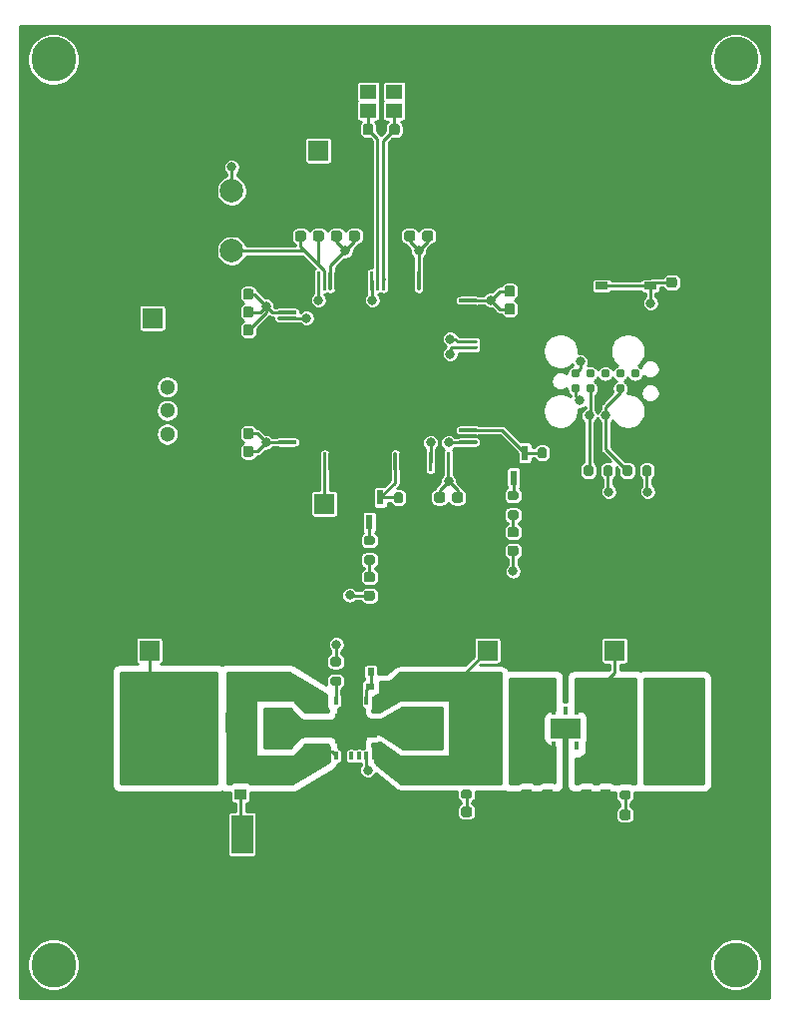
<source format=gbr>
%TF.GenerationSoftware,KiCad,Pcbnew,(5.1.9)-1*%
%TF.CreationDate,2021-03-30T23:29:09-04:00*%
%TF.ProjectId,BasicSTM32,42617369-6353-4544-9d33-322e6b696361,rev?*%
%TF.SameCoordinates,Original*%
%TF.FileFunction,Copper,L1,Top*%
%TF.FilePolarity,Positive*%
%FSLAX46Y46*%
G04 Gerber Fmt 4.6, Leading zero omitted, Abs format (unit mm)*
G04 Created by KiCad (PCBNEW (5.1.9)-1) date 2021-03-30 23:29:09*
%MOMM*%
%LPD*%
G01*
G04 APERTURE LIST*
%TA.AperFunction,ComponentPad*%
%ADD10C,1.300000*%
%TD*%
%TA.AperFunction,ComponentPad*%
%ADD11R,1.700000X1.700000*%
%TD*%
%TA.AperFunction,SMDPad,CuDef*%
%ADD12R,2.720000X1.260000*%
%TD*%
%TA.AperFunction,SMDPad,CuDef*%
%ADD13R,1.820000X0.620000*%
%TD*%
%TA.AperFunction,SMDPad,CuDef*%
%ADD14R,0.800000X1.800000*%
%TD*%
%TA.AperFunction,ComponentPad*%
%ADD15C,2.100000*%
%TD*%
%TA.AperFunction,SMDPad,CuDef*%
%ADD16R,1.400000X1.200000*%
%TD*%
%TA.AperFunction,SMDPad,CuDef*%
%ADD17R,1.050000X0.650000*%
%TD*%
%TA.AperFunction,SMDPad,CuDef*%
%ADD18R,0.600000X0.750000*%
%TD*%
%TA.AperFunction,SMDPad,CuDef*%
%ADD19R,0.750000X0.600000*%
%TD*%
%TA.AperFunction,SMDPad,CuDef*%
%ADD20R,1.000000X0.900000*%
%TD*%
%TA.AperFunction,SMDPad,CuDef*%
%ADD21R,0.600000X1.300000*%
%TD*%
%TA.AperFunction,SMDPad,CuDef*%
%ADD22C,0.787400*%
%TD*%
%TA.AperFunction,ComponentPad*%
%ADD23O,1.700000X1.700000*%
%TD*%
%TA.AperFunction,SMDPad,CuDef*%
%ADD24R,2.500000X1.750000*%
%TD*%
%TA.AperFunction,SMDPad,CuDef*%
%ADD25R,0.400000X0.800000*%
%TD*%
%TA.AperFunction,SMDPad,CuDef*%
%ADD26R,1.050000X1.500000*%
%TD*%
%TA.AperFunction,SMDPad,CuDef*%
%ADD27R,2.500000X2.500000*%
%TD*%
%TA.AperFunction,SMDPad,CuDef*%
%ADD28R,0.500000X1.400000*%
%TD*%
%TA.AperFunction,SMDPad,CuDef*%
%ADD29R,0.350000X0.700000*%
%TD*%
%TA.AperFunction,ComponentPad*%
%ADD30C,2.000000*%
%TD*%
%TA.AperFunction,SMDPad,CuDef*%
%ADD31R,1.850000X3.250000*%
%TD*%
%TA.AperFunction,SMDPad,CuDef*%
%ADD32R,1.470000X0.970000*%
%TD*%
%TA.AperFunction,ViaPad*%
%ADD33C,3.800000*%
%TD*%
%TA.AperFunction,ViaPad*%
%ADD34C,0.800000*%
%TD*%
%TA.AperFunction,Conductor*%
%ADD35C,0.250000*%
%TD*%
%TA.AperFunction,Conductor*%
%ADD36C,0.254000*%
%TD*%
%TA.AperFunction,Conductor*%
%ADD37C,0.100000*%
%TD*%
G04 APERTURE END LIST*
D10*
%TO.P,J11,4*%
%TO.N,GND*%
X71247000Y-104298000D03*
%TO.P,J11,3*%
%TO.N,VDD*%
X71247000Y-102298000D03*
%TO.P,J11,2*%
%TO.N,Net-(J11-Pad2)*%
X71247000Y-100298000D03*
%TO.P,J11,1*%
%TO.N,Net-(J11-Pad1)*%
X71247000Y-98298000D03*
%TD*%
D11*
%TO.P,J2,1*%
%TO.N,GND*%
X69723000Y-144526000D03*
%TD*%
%TO.P,C28,2*%
%TO.N,GND*%
%TA.AperFunction,SMDPad,CuDef*%
G36*
G01*
X82800000Y-84397000D02*
X82300000Y-84397000D01*
G75*
G02*
X82075000Y-84172000I0J225000D01*
G01*
X82075000Y-83722000D01*
G75*
G02*
X82300000Y-83497000I225000J0D01*
G01*
X82800000Y-83497000D01*
G75*
G02*
X83025000Y-83722000I0J-225000D01*
G01*
X83025000Y-84172000D01*
G75*
G02*
X82800000Y-84397000I-225000J0D01*
G01*
G37*
%TD.AperFunction*%
%TO.P,C28,1*%
%TO.N,/MCU/VDDA22*%
%TA.AperFunction,SMDPad,CuDef*%
G36*
G01*
X82800000Y-85947000D02*
X82300000Y-85947000D01*
G75*
G02*
X82075000Y-85722000I0J225000D01*
G01*
X82075000Y-85272000D01*
G75*
G02*
X82300000Y-85047000I225000J0D01*
G01*
X82800000Y-85047000D01*
G75*
G02*
X83025000Y-85272000I0J-225000D01*
G01*
X83025000Y-85722000D01*
G75*
G02*
X82800000Y-85947000I-225000J0D01*
G01*
G37*
%TD.AperFunction*%
%TD*%
%TO.P,C27,2*%
%TO.N,GND*%
%TA.AperFunction,SMDPad,CuDef*%
G36*
G01*
X84324000Y-84384000D02*
X83824000Y-84384000D01*
G75*
G02*
X83599000Y-84159000I0J225000D01*
G01*
X83599000Y-83709000D01*
G75*
G02*
X83824000Y-83484000I225000J0D01*
G01*
X84324000Y-83484000D01*
G75*
G02*
X84549000Y-83709000I0J-225000D01*
G01*
X84549000Y-84159000D01*
G75*
G02*
X84324000Y-84384000I-225000J0D01*
G01*
G37*
%TD.AperFunction*%
%TO.P,C27,1*%
%TO.N,/MCU/VDDA22*%
%TA.AperFunction,SMDPad,CuDef*%
G36*
G01*
X84324000Y-85934000D02*
X83824000Y-85934000D01*
G75*
G02*
X83599000Y-85709000I0J225000D01*
G01*
X83599000Y-85259000D01*
G75*
G02*
X83824000Y-85034000I225000J0D01*
G01*
X84324000Y-85034000D01*
G75*
G02*
X84549000Y-85259000I0J-225000D01*
G01*
X84549000Y-85709000D01*
G75*
G02*
X84324000Y-85934000I-225000J0D01*
G01*
G37*
%TD.AperFunction*%
%TD*%
D12*
%TO.P,C6,2*%
%TO.N,GND*%
X92837000Y-126298000D03*
%TO.P,C6,1*%
%TO.N,+5V*%
X92837000Y-123638000D03*
%TD*%
%TO.P,C5,2*%
%TO.N,GND*%
X92837000Y-128270000D03*
%TO.P,C5,1*%
%TO.N,+5V*%
X92837000Y-130930000D03*
%TD*%
D13*
%TO.P,C4,2*%
%TO.N,GND*%
X80645000Y-126314000D03*
%TO.P,C4,1*%
%TO.N,Net-(C3-Pad1)*%
X80645000Y-123114000D03*
%TD*%
D14*
%TO.P,L1,2*%
%TO.N,Net-(C3-Pad1)*%
X76530000Y-126746000D03*
%TO.P,L1,1*%
%TO.N,Net-(C1-Pad1)*%
X74930000Y-126746000D03*
%TD*%
D15*
%TO.P,J1,2*%
%TO.N,GND*%
X69723000Y-136398000D03*
%TO.P,J1,1*%
%TO.N,Net-(C1-Pad1)*%
X69723000Y-126398000D03*
%TD*%
D16*
%TO.P,Y1,4*%
%TO.N,N/C*%
X88308000Y-73241000D03*
%TO.P,Y1,3*%
X90508000Y-73241000D03*
%TO.P,Y1,2*%
%TO.N,Net-(C17-Pad2)*%
X90508000Y-74841000D03*
%TO.P,Y1,1*%
%TO.N,Net-(C18-Pad1)*%
X88308000Y-74841000D03*
%TD*%
%TO.P,U1,100*%
%TO.N,VDD*%
%TA.AperFunction,SMDPad,CuDef*%
G36*
G01*
X96043000Y-90817000D02*
X97493000Y-90817000D01*
G75*
G02*
X97568000Y-90892000I0J-75000D01*
G01*
X97568000Y-91042000D01*
G75*
G02*
X97493000Y-91117000I-75000J0D01*
G01*
X96043000Y-91117000D01*
G75*
G02*
X95968000Y-91042000I0J75000D01*
G01*
X95968000Y-90892000D01*
G75*
G02*
X96043000Y-90817000I75000J0D01*
G01*
G37*
%TD.AperFunction*%
%TO.P,U1,99*%
%TO.N,GND*%
%TA.AperFunction,SMDPad,CuDef*%
G36*
G01*
X96043000Y-91317000D02*
X97493000Y-91317000D01*
G75*
G02*
X97568000Y-91392000I0J-75000D01*
G01*
X97568000Y-91542000D01*
G75*
G02*
X97493000Y-91617000I-75000J0D01*
G01*
X96043000Y-91617000D01*
G75*
G02*
X95968000Y-91542000I0J75000D01*
G01*
X95968000Y-91392000D01*
G75*
G02*
X96043000Y-91317000I75000J0D01*
G01*
G37*
%TD.AperFunction*%
%TO.P,U1,98*%
%TA.AperFunction,SMDPad,CuDef*%
G36*
G01*
X96043000Y-91817000D02*
X97493000Y-91817000D01*
G75*
G02*
X97568000Y-91892000I0J-75000D01*
G01*
X97568000Y-92042000D01*
G75*
G02*
X97493000Y-92117000I-75000J0D01*
G01*
X96043000Y-92117000D01*
G75*
G02*
X95968000Y-92042000I0J75000D01*
G01*
X95968000Y-91892000D01*
G75*
G02*
X96043000Y-91817000I75000J0D01*
G01*
G37*
%TD.AperFunction*%
%TO.P,U1,97*%
%TA.AperFunction,SMDPad,CuDef*%
G36*
G01*
X96043000Y-92317000D02*
X97493000Y-92317000D01*
G75*
G02*
X97568000Y-92392000I0J-75000D01*
G01*
X97568000Y-92542000D01*
G75*
G02*
X97493000Y-92617000I-75000J0D01*
G01*
X96043000Y-92617000D01*
G75*
G02*
X95968000Y-92542000I0J75000D01*
G01*
X95968000Y-92392000D01*
G75*
G02*
X96043000Y-92317000I75000J0D01*
G01*
G37*
%TD.AperFunction*%
%TO.P,U1,96*%
%TA.AperFunction,SMDPad,CuDef*%
G36*
G01*
X96043000Y-92817000D02*
X97493000Y-92817000D01*
G75*
G02*
X97568000Y-92892000I0J-75000D01*
G01*
X97568000Y-93042000D01*
G75*
G02*
X97493000Y-93117000I-75000J0D01*
G01*
X96043000Y-93117000D01*
G75*
G02*
X95968000Y-93042000I0J75000D01*
G01*
X95968000Y-92892000D01*
G75*
G02*
X96043000Y-92817000I75000J0D01*
G01*
G37*
%TD.AperFunction*%
%TO.P,U1,95*%
%TA.AperFunction,SMDPad,CuDef*%
G36*
G01*
X96043000Y-93317000D02*
X97493000Y-93317000D01*
G75*
G02*
X97568000Y-93392000I0J-75000D01*
G01*
X97568000Y-93542000D01*
G75*
G02*
X97493000Y-93617000I-75000J0D01*
G01*
X96043000Y-93617000D01*
G75*
G02*
X95968000Y-93542000I0J75000D01*
G01*
X95968000Y-93392000D01*
G75*
G02*
X96043000Y-93317000I75000J0D01*
G01*
G37*
%TD.AperFunction*%
%TO.P,U1,94*%
%TA.AperFunction,SMDPad,CuDef*%
G36*
G01*
X96043000Y-93817000D02*
X97493000Y-93817000D01*
G75*
G02*
X97568000Y-93892000I0J-75000D01*
G01*
X97568000Y-94042000D01*
G75*
G02*
X97493000Y-94117000I-75000J0D01*
G01*
X96043000Y-94117000D01*
G75*
G02*
X95968000Y-94042000I0J75000D01*
G01*
X95968000Y-93892000D01*
G75*
G02*
X96043000Y-93817000I75000J0D01*
G01*
G37*
%TD.AperFunction*%
%TO.P,U1,93*%
%TO.N,Net-(J11-Pad1)*%
%TA.AperFunction,SMDPad,CuDef*%
G36*
G01*
X96043000Y-94317000D02*
X97493000Y-94317000D01*
G75*
G02*
X97568000Y-94392000I0J-75000D01*
G01*
X97568000Y-94542000D01*
G75*
G02*
X97493000Y-94617000I-75000J0D01*
G01*
X96043000Y-94617000D01*
G75*
G02*
X95968000Y-94542000I0J75000D01*
G01*
X95968000Y-94392000D01*
G75*
G02*
X96043000Y-94317000I75000J0D01*
G01*
G37*
%TD.AperFunction*%
%TO.P,U1,92*%
%TO.N,Net-(J11-Pad2)*%
%TA.AperFunction,SMDPad,CuDef*%
G36*
G01*
X96043000Y-94817000D02*
X97493000Y-94817000D01*
G75*
G02*
X97568000Y-94892000I0J-75000D01*
G01*
X97568000Y-95042000D01*
G75*
G02*
X97493000Y-95117000I-75000J0D01*
G01*
X96043000Y-95117000D01*
G75*
G02*
X95968000Y-95042000I0J75000D01*
G01*
X95968000Y-94892000D01*
G75*
G02*
X96043000Y-94817000I75000J0D01*
G01*
G37*
%TD.AperFunction*%
%TO.P,U1,91*%
%TO.N,GND*%
%TA.AperFunction,SMDPad,CuDef*%
G36*
G01*
X96043000Y-95317000D02*
X97493000Y-95317000D01*
G75*
G02*
X97568000Y-95392000I0J-75000D01*
G01*
X97568000Y-95542000D01*
G75*
G02*
X97493000Y-95617000I-75000J0D01*
G01*
X96043000Y-95617000D01*
G75*
G02*
X95968000Y-95542000I0J75000D01*
G01*
X95968000Y-95392000D01*
G75*
G02*
X96043000Y-95317000I75000J0D01*
G01*
G37*
%TD.AperFunction*%
%TO.P,U1,90*%
%TA.AperFunction,SMDPad,CuDef*%
G36*
G01*
X96043000Y-95817000D02*
X97493000Y-95817000D01*
G75*
G02*
X97568000Y-95892000I0J-75000D01*
G01*
X97568000Y-96042000D01*
G75*
G02*
X97493000Y-96117000I-75000J0D01*
G01*
X96043000Y-96117000D01*
G75*
G02*
X95968000Y-96042000I0J75000D01*
G01*
X95968000Y-95892000D01*
G75*
G02*
X96043000Y-95817000I75000J0D01*
G01*
G37*
%TD.AperFunction*%
%TO.P,U1,89*%
%TA.AperFunction,SMDPad,CuDef*%
G36*
G01*
X96043000Y-96317000D02*
X97493000Y-96317000D01*
G75*
G02*
X97568000Y-96392000I0J-75000D01*
G01*
X97568000Y-96542000D01*
G75*
G02*
X97493000Y-96617000I-75000J0D01*
G01*
X96043000Y-96617000D01*
G75*
G02*
X95968000Y-96542000I0J75000D01*
G01*
X95968000Y-96392000D01*
G75*
G02*
X96043000Y-96317000I75000J0D01*
G01*
G37*
%TD.AperFunction*%
%TO.P,U1,88*%
%TA.AperFunction,SMDPad,CuDef*%
G36*
G01*
X96043000Y-96817000D02*
X97493000Y-96817000D01*
G75*
G02*
X97568000Y-96892000I0J-75000D01*
G01*
X97568000Y-97042000D01*
G75*
G02*
X97493000Y-97117000I-75000J0D01*
G01*
X96043000Y-97117000D01*
G75*
G02*
X95968000Y-97042000I0J75000D01*
G01*
X95968000Y-96892000D01*
G75*
G02*
X96043000Y-96817000I75000J0D01*
G01*
G37*
%TD.AperFunction*%
%TO.P,U1,87*%
%TA.AperFunction,SMDPad,CuDef*%
G36*
G01*
X96043000Y-97317000D02*
X97493000Y-97317000D01*
G75*
G02*
X97568000Y-97392000I0J-75000D01*
G01*
X97568000Y-97542000D01*
G75*
G02*
X97493000Y-97617000I-75000J0D01*
G01*
X96043000Y-97617000D01*
G75*
G02*
X95968000Y-97542000I0J75000D01*
G01*
X95968000Y-97392000D01*
G75*
G02*
X96043000Y-97317000I75000J0D01*
G01*
G37*
%TD.AperFunction*%
%TO.P,U1,86*%
%TA.AperFunction,SMDPad,CuDef*%
G36*
G01*
X96043000Y-97817000D02*
X97493000Y-97817000D01*
G75*
G02*
X97568000Y-97892000I0J-75000D01*
G01*
X97568000Y-98042000D01*
G75*
G02*
X97493000Y-98117000I-75000J0D01*
G01*
X96043000Y-98117000D01*
G75*
G02*
X95968000Y-98042000I0J75000D01*
G01*
X95968000Y-97892000D01*
G75*
G02*
X96043000Y-97817000I75000J0D01*
G01*
G37*
%TD.AperFunction*%
%TO.P,U1,85*%
%TA.AperFunction,SMDPad,CuDef*%
G36*
G01*
X96043000Y-98317000D02*
X97493000Y-98317000D01*
G75*
G02*
X97568000Y-98392000I0J-75000D01*
G01*
X97568000Y-98542000D01*
G75*
G02*
X97493000Y-98617000I-75000J0D01*
G01*
X96043000Y-98617000D01*
G75*
G02*
X95968000Y-98542000I0J75000D01*
G01*
X95968000Y-98392000D01*
G75*
G02*
X96043000Y-98317000I75000J0D01*
G01*
G37*
%TD.AperFunction*%
%TO.P,U1,84*%
%TA.AperFunction,SMDPad,CuDef*%
G36*
G01*
X96043000Y-98817000D02*
X97493000Y-98817000D01*
G75*
G02*
X97568000Y-98892000I0J-75000D01*
G01*
X97568000Y-99042000D01*
G75*
G02*
X97493000Y-99117000I-75000J0D01*
G01*
X96043000Y-99117000D01*
G75*
G02*
X95968000Y-99042000I0J75000D01*
G01*
X95968000Y-98892000D01*
G75*
G02*
X96043000Y-98817000I75000J0D01*
G01*
G37*
%TD.AperFunction*%
%TO.P,U1,83*%
%TA.AperFunction,SMDPad,CuDef*%
G36*
G01*
X96043000Y-99317000D02*
X97493000Y-99317000D01*
G75*
G02*
X97568000Y-99392000I0J-75000D01*
G01*
X97568000Y-99542000D01*
G75*
G02*
X97493000Y-99617000I-75000J0D01*
G01*
X96043000Y-99617000D01*
G75*
G02*
X95968000Y-99542000I0J75000D01*
G01*
X95968000Y-99392000D01*
G75*
G02*
X96043000Y-99317000I75000J0D01*
G01*
G37*
%TD.AperFunction*%
%TO.P,U1,82*%
%TA.AperFunction,SMDPad,CuDef*%
G36*
G01*
X96043000Y-99817000D02*
X97493000Y-99817000D01*
G75*
G02*
X97568000Y-99892000I0J-75000D01*
G01*
X97568000Y-100042000D01*
G75*
G02*
X97493000Y-100117000I-75000J0D01*
G01*
X96043000Y-100117000D01*
G75*
G02*
X95968000Y-100042000I0J75000D01*
G01*
X95968000Y-99892000D01*
G75*
G02*
X96043000Y-99817000I75000J0D01*
G01*
G37*
%TD.AperFunction*%
%TO.P,U1,81*%
%TA.AperFunction,SMDPad,CuDef*%
G36*
G01*
X96043000Y-100317000D02*
X97493000Y-100317000D01*
G75*
G02*
X97568000Y-100392000I0J-75000D01*
G01*
X97568000Y-100542000D01*
G75*
G02*
X97493000Y-100617000I-75000J0D01*
G01*
X96043000Y-100617000D01*
G75*
G02*
X95968000Y-100542000I0J75000D01*
G01*
X95968000Y-100392000D01*
G75*
G02*
X96043000Y-100317000I75000J0D01*
G01*
G37*
%TD.AperFunction*%
%TO.P,U1,80*%
%TA.AperFunction,SMDPad,CuDef*%
G36*
G01*
X96043000Y-100817000D02*
X97493000Y-100817000D01*
G75*
G02*
X97568000Y-100892000I0J-75000D01*
G01*
X97568000Y-101042000D01*
G75*
G02*
X97493000Y-101117000I-75000J0D01*
G01*
X96043000Y-101117000D01*
G75*
G02*
X95968000Y-101042000I0J75000D01*
G01*
X95968000Y-100892000D01*
G75*
G02*
X96043000Y-100817000I75000J0D01*
G01*
G37*
%TD.AperFunction*%
%TO.P,U1,79*%
%TA.AperFunction,SMDPad,CuDef*%
G36*
G01*
X96043000Y-101317000D02*
X97493000Y-101317000D01*
G75*
G02*
X97568000Y-101392000I0J-75000D01*
G01*
X97568000Y-101542000D01*
G75*
G02*
X97493000Y-101617000I-75000J0D01*
G01*
X96043000Y-101617000D01*
G75*
G02*
X95968000Y-101542000I0J75000D01*
G01*
X95968000Y-101392000D01*
G75*
G02*
X96043000Y-101317000I75000J0D01*
G01*
G37*
%TD.AperFunction*%
%TO.P,U1,78*%
%TO.N,Net-(Q2-Pad1)*%
%TA.AperFunction,SMDPad,CuDef*%
G36*
G01*
X96043000Y-101817000D02*
X97493000Y-101817000D01*
G75*
G02*
X97568000Y-101892000I0J-75000D01*
G01*
X97568000Y-102042000D01*
G75*
G02*
X97493000Y-102117000I-75000J0D01*
G01*
X96043000Y-102117000D01*
G75*
G02*
X95968000Y-102042000I0J75000D01*
G01*
X95968000Y-101892000D01*
G75*
G02*
X96043000Y-101817000I75000J0D01*
G01*
G37*
%TD.AperFunction*%
%TO.P,U1,77*%
%TO.N,GND*%
%TA.AperFunction,SMDPad,CuDef*%
G36*
G01*
X96043000Y-102317000D02*
X97493000Y-102317000D01*
G75*
G02*
X97568000Y-102392000I0J-75000D01*
G01*
X97568000Y-102542000D01*
G75*
G02*
X97493000Y-102617000I-75000J0D01*
G01*
X96043000Y-102617000D01*
G75*
G02*
X95968000Y-102542000I0J75000D01*
G01*
X95968000Y-102392000D01*
G75*
G02*
X96043000Y-102317000I75000J0D01*
G01*
G37*
%TD.AperFunction*%
%TO.P,U1,76*%
%TO.N,Net-(J12-Pad4)*%
%TA.AperFunction,SMDPad,CuDef*%
G36*
G01*
X96043000Y-102817000D02*
X97493000Y-102817000D01*
G75*
G02*
X97568000Y-102892000I0J-75000D01*
G01*
X97568000Y-103042000D01*
G75*
G02*
X97493000Y-103117000I-75000J0D01*
G01*
X96043000Y-103117000D01*
G75*
G02*
X95968000Y-103042000I0J75000D01*
G01*
X95968000Y-102892000D01*
G75*
G02*
X96043000Y-102817000I75000J0D01*
G01*
G37*
%TD.AperFunction*%
%TO.P,U1,75*%
%TO.N,VDD*%
%TA.AperFunction,SMDPad,CuDef*%
G36*
G01*
X95018000Y-103842000D02*
X95168000Y-103842000D01*
G75*
G02*
X95243000Y-103917000I0J-75000D01*
G01*
X95243000Y-105367000D01*
G75*
G02*
X95168000Y-105442000I-75000J0D01*
G01*
X95018000Y-105442000D01*
G75*
G02*
X94943000Y-105367000I0J75000D01*
G01*
X94943000Y-103917000D01*
G75*
G02*
X95018000Y-103842000I75000J0D01*
G01*
G37*
%TD.AperFunction*%
%TO.P,U1,74*%
%TO.N,GND*%
%TA.AperFunction,SMDPad,CuDef*%
G36*
G01*
X94518000Y-103842000D02*
X94668000Y-103842000D01*
G75*
G02*
X94743000Y-103917000I0J-75000D01*
G01*
X94743000Y-105367000D01*
G75*
G02*
X94668000Y-105442000I-75000J0D01*
G01*
X94518000Y-105442000D01*
G75*
G02*
X94443000Y-105367000I0J75000D01*
G01*
X94443000Y-103917000D01*
G75*
G02*
X94518000Y-103842000I75000J0D01*
G01*
G37*
%TD.AperFunction*%
%TO.P,U1,73*%
%TA.AperFunction,SMDPad,CuDef*%
G36*
G01*
X94018000Y-103842000D02*
X94168000Y-103842000D01*
G75*
G02*
X94243000Y-103917000I0J-75000D01*
G01*
X94243000Y-105367000D01*
G75*
G02*
X94168000Y-105442000I-75000J0D01*
G01*
X94018000Y-105442000D01*
G75*
G02*
X93943000Y-105367000I0J75000D01*
G01*
X93943000Y-103917000D01*
G75*
G02*
X94018000Y-103842000I75000J0D01*
G01*
G37*
%TD.AperFunction*%
%TO.P,U1,72*%
%TO.N,Net-(J12-Pad2)*%
%TA.AperFunction,SMDPad,CuDef*%
G36*
G01*
X93518000Y-103842000D02*
X93668000Y-103842000D01*
G75*
G02*
X93743000Y-103917000I0J-75000D01*
G01*
X93743000Y-105367000D01*
G75*
G02*
X93668000Y-105442000I-75000J0D01*
G01*
X93518000Y-105442000D01*
G75*
G02*
X93443000Y-105367000I0J75000D01*
G01*
X93443000Y-103917000D01*
G75*
G02*
X93518000Y-103842000I75000J0D01*
G01*
G37*
%TD.AperFunction*%
%TO.P,U1,71*%
%TO.N,GND*%
%TA.AperFunction,SMDPad,CuDef*%
G36*
G01*
X93018000Y-103842000D02*
X93168000Y-103842000D01*
G75*
G02*
X93243000Y-103917000I0J-75000D01*
G01*
X93243000Y-105367000D01*
G75*
G02*
X93168000Y-105442000I-75000J0D01*
G01*
X93018000Y-105442000D01*
G75*
G02*
X92943000Y-105367000I0J75000D01*
G01*
X92943000Y-103917000D01*
G75*
G02*
X93018000Y-103842000I75000J0D01*
G01*
G37*
%TD.AperFunction*%
%TO.P,U1,70*%
%TA.AperFunction,SMDPad,CuDef*%
G36*
G01*
X92518000Y-103842000D02*
X92668000Y-103842000D01*
G75*
G02*
X92743000Y-103917000I0J-75000D01*
G01*
X92743000Y-105367000D01*
G75*
G02*
X92668000Y-105442000I-75000J0D01*
G01*
X92518000Y-105442000D01*
G75*
G02*
X92443000Y-105367000I0J75000D01*
G01*
X92443000Y-103917000D01*
G75*
G02*
X92518000Y-103842000I75000J0D01*
G01*
G37*
%TD.AperFunction*%
%TO.P,U1,69*%
%TA.AperFunction,SMDPad,CuDef*%
G36*
G01*
X92018000Y-103842000D02*
X92168000Y-103842000D01*
G75*
G02*
X92243000Y-103917000I0J-75000D01*
G01*
X92243000Y-105367000D01*
G75*
G02*
X92168000Y-105442000I-75000J0D01*
G01*
X92018000Y-105442000D01*
G75*
G02*
X91943000Y-105367000I0J75000D01*
G01*
X91943000Y-103917000D01*
G75*
G02*
X92018000Y-103842000I75000J0D01*
G01*
G37*
%TD.AperFunction*%
%TO.P,U1,68*%
%TA.AperFunction,SMDPad,CuDef*%
G36*
G01*
X91518000Y-103842000D02*
X91668000Y-103842000D01*
G75*
G02*
X91743000Y-103917000I0J-75000D01*
G01*
X91743000Y-105367000D01*
G75*
G02*
X91668000Y-105442000I-75000J0D01*
G01*
X91518000Y-105442000D01*
G75*
G02*
X91443000Y-105367000I0J75000D01*
G01*
X91443000Y-103917000D01*
G75*
G02*
X91518000Y-103842000I75000J0D01*
G01*
G37*
%TD.AperFunction*%
%TO.P,U1,67*%
%TA.AperFunction,SMDPad,CuDef*%
G36*
G01*
X91018000Y-103842000D02*
X91168000Y-103842000D01*
G75*
G02*
X91243000Y-103917000I0J-75000D01*
G01*
X91243000Y-105367000D01*
G75*
G02*
X91168000Y-105442000I-75000J0D01*
G01*
X91018000Y-105442000D01*
G75*
G02*
X90943000Y-105367000I0J75000D01*
G01*
X90943000Y-103917000D01*
G75*
G02*
X91018000Y-103842000I75000J0D01*
G01*
G37*
%TD.AperFunction*%
%TO.P,U1,66*%
%TO.N,Net-(Q1-Pad1)*%
%TA.AperFunction,SMDPad,CuDef*%
G36*
G01*
X90518000Y-103842000D02*
X90668000Y-103842000D01*
G75*
G02*
X90743000Y-103917000I0J-75000D01*
G01*
X90743000Y-105367000D01*
G75*
G02*
X90668000Y-105442000I-75000J0D01*
G01*
X90518000Y-105442000D01*
G75*
G02*
X90443000Y-105367000I0J75000D01*
G01*
X90443000Y-103917000D01*
G75*
G02*
X90518000Y-103842000I75000J0D01*
G01*
G37*
%TD.AperFunction*%
%TO.P,U1,65*%
%TO.N,GND*%
%TA.AperFunction,SMDPad,CuDef*%
G36*
G01*
X90018000Y-103842000D02*
X90168000Y-103842000D01*
G75*
G02*
X90243000Y-103917000I0J-75000D01*
G01*
X90243000Y-105367000D01*
G75*
G02*
X90168000Y-105442000I-75000J0D01*
G01*
X90018000Y-105442000D01*
G75*
G02*
X89943000Y-105367000I0J75000D01*
G01*
X89943000Y-103917000D01*
G75*
G02*
X90018000Y-103842000I75000J0D01*
G01*
G37*
%TD.AperFunction*%
%TO.P,U1,64*%
%TA.AperFunction,SMDPad,CuDef*%
G36*
G01*
X89518000Y-103842000D02*
X89668000Y-103842000D01*
G75*
G02*
X89743000Y-103917000I0J-75000D01*
G01*
X89743000Y-105367000D01*
G75*
G02*
X89668000Y-105442000I-75000J0D01*
G01*
X89518000Y-105442000D01*
G75*
G02*
X89443000Y-105367000I0J75000D01*
G01*
X89443000Y-103917000D01*
G75*
G02*
X89518000Y-103842000I75000J0D01*
G01*
G37*
%TD.AperFunction*%
%TO.P,U1,63*%
%TA.AperFunction,SMDPad,CuDef*%
G36*
G01*
X89018000Y-103842000D02*
X89168000Y-103842000D01*
G75*
G02*
X89243000Y-103917000I0J-75000D01*
G01*
X89243000Y-105367000D01*
G75*
G02*
X89168000Y-105442000I-75000J0D01*
G01*
X89018000Y-105442000D01*
G75*
G02*
X88943000Y-105367000I0J75000D01*
G01*
X88943000Y-103917000D01*
G75*
G02*
X89018000Y-103842000I75000J0D01*
G01*
G37*
%TD.AperFunction*%
%TO.P,U1,62*%
%TA.AperFunction,SMDPad,CuDef*%
G36*
G01*
X88518000Y-103842000D02*
X88668000Y-103842000D01*
G75*
G02*
X88743000Y-103917000I0J-75000D01*
G01*
X88743000Y-105367000D01*
G75*
G02*
X88668000Y-105442000I-75000J0D01*
G01*
X88518000Y-105442000D01*
G75*
G02*
X88443000Y-105367000I0J75000D01*
G01*
X88443000Y-103917000D01*
G75*
G02*
X88518000Y-103842000I75000J0D01*
G01*
G37*
%TD.AperFunction*%
%TO.P,U1,61*%
%TA.AperFunction,SMDPad,CuDef*%
G36*
G01*
X88018000Y-103842000D02*
X88168000Y-103842000D01*
G75*
G02*
X88243000Y-103917000I0J-75000D01*
G01*
X88243000Y-105367000D01*
G75*
G02*
X88168000Y-105442000I-75000J0D01*
G01*
X88018000Y-105442000D01*
G75*
G02*
X87943000Y-105367000I0J75000D01*
G01*
X87943000Y-103917000D01*
G75*
G02*
X88018000Y-103842000I75000J0D01*
G01*
G37*
%TD.AperFunction*%
%TO.P,U1,60*%
%TA.AperFunction,SMDPad,CuDef*%
G36*
G01*
X87518000Y-103842000D02*
X87668000Y-103842000D01*
G75*
G02*
X87743000Y-103917000I0J-75000D01*
G01*
X87743000Y-105367000D01*
G75*
G02*
X87668000Y-105442000I-75000J0D01*
G01*
X87518000Y-105442000D01*
G75*
G02*
X87443000Y-105367000I0J75000D01*
G01*
X87443000Y-103917000D01*
G75*
G02*
X87518000Y-103842000I75000J0D01*
G01*
G37*
%TD.AperFunction*%
%TO.P,U1,59*%
%TA.AperFunction,SMDPad,CuDef*%
G36*
G01*
X87018000Y-103842000D02*
X87168000Y-103842000D01*
G75*
G02*
X87243000Y-103917000I0J-75000D01*
G01*
X87243000Y-105367000D01*
G75*
G02*
X87168000Y-105442000I-75000J0D01*
G01*
X87018000Y-105442000D01*
G75*
G02*
X86943000Y-105367000I0J75000D01*
G01*
X86943000Y-103917000D01*
G75*
G02*
X87018000Y-103842000I75000J0D01*
G01*
G37*
%TD.AperFunction*%
%TO.P,U1,58*%
%TA.AperFunction,SMDPad,CuDef*%
G36*
G01*
X86518000Y-103842000D02*
X86668000Y-103842000D01*
G75*
G02*
X86743000Y-103917000I0J-75000D01*
G01*
X86743000Y-105367000D01*
G75*
G02*
X86668000Y-105442000I-75000J0D01*
G01*
X86518000Y-105442000D01*
G75*
G02*
X86443000Y-105367000I0J75000D01*
G01*
X86443000Y-103917000D01*
G75*
G02*
X86518000Y-103842000I75000J0D01*
G01*
G37*
%TD.AperFunction*%
%TO.P,U1,57*%
%TA.AperFunction,SMDPad,CuDef*%
G36*
G01*
X86018000Y-103842000D02*
X86168000Y-103842000D01*
G75*
G02*
X86243000Y-103917000I0J-75000D01*
G01*
X86243000Y-105367000D01*
G75*
G02*
X86168000Y-105442000I-75000J0D01*
G01*
X86018000Y-105442000D01*
G75*
G02*
X85943000Y-105367000I0J75000D01*
G01*
X85943000Y-103917000D01*
G75*
G02*
X86018000Y-103842000I75000J0D01*
G01*
G37*
%TD.AperFunction*%
%TO.P,U1,56*%
%TA.AperFunction,SMDPad,CuDef*%
G36*
G01*
X85518000Y-103842000D02*
X85668000Y-103842000D01*
G75*
G02*
X85743000Y-103917000I0J-75000D01*
G01*
X85743000Y-105367000D01*
G75*
G02*
X85668000Y-105442000I-75000J0D01*
G01*
X85518000Y-105442000D01*
G75*
G02*
X85443000Y-105367000I0J75000D01*
G01*
X85443000Y-103917000D01*
G75*
G02*
X85518000Y-103842000I75000J0D01*
G01*
G37*
%TD.AperFunction*%
%TO.P,U1,55*%
%TA.AperFunction,SMDPad,CuDef*%
G36*
G01*
X85018000Y-103842000D02*
X85168000Y-103842000D01*
G75*
G02*
X85243000Y-103917000I0J-75000D01*
G01*
X85243000Y-105367000D01*
G75*
G02*
X85168000Y-105442000I-75000J0D01*
G01*
X85018000Y-105442000D01*
G75*
G02*
X84943000Y-105367000I0J75000D01*
G01*
X84943000Y-103917000D01*
G75*
G02*
X85018000Y-103842000I75000J0D01*
G01*
G37*
%TD.AperFunction*%
%TO.P,U1,54*%
%TO.N,Net-(J10-Pad1)*%
%TA.AperFunction,SMDPad,CuDef*%
G36*
G01*
X84518000Y-103842000D02*
X84668000Y-103842000D01*
G75*
G02*
X84743000Y-103917000I0J-75000D01*
G01*
X84743000Y-105367000D01*
G75*
G02*
X84668000Y-105442000I-75000J0D01*
G01*
X84518000Y-105442000D01*
G75*
G02*
X84443000Y-105367000I0J75000D01*
G01*
X84443000Y-103917000D01*
G75*
G02*
X84518000Y-103842000I75000J0D01*
G01*
G37*
%TD.AperFunction*%
%TO.P,U1,53*%
%TO.N,GND*%
%TA.AperFunction,SMDPad,CuDef*%
G36*
G01*
X84018000Y-103842000D02*
X84168000Y-103842000D01*
G75*
G02*
X84243000Y-103917000I0J-75000D01*
G01*
X84243000Y-105367000D01*
G75*
G02*
X84168000Y-105442000I-75000J0D01*
G01*
X84018000Y-105442000D01*
G75*
G02*
X83943000Y-105367000I0J75000D01*
G01*
X83943000Y-103917000D01*
G75*
G02*
X84018000Y-103842000I75000J0D01*
G01*
G37*
%TD.AperFunction*%
%TO.P,U1,52*%
%TA.AperFunction,SMDPad,CuDef*%
G36*
G01*
X83518000Y-103842000D02*
X83668000Y-103842000D01*
G75*
G02*
X83743000Y-103917000I0J-75000D01*
G01*
X83743000Y-105367000D01*
G75*
G02*
X83668000Y-105442000I-75000J0D01*
G01*
X83518000Y-105442000D01*
G75*
G02*
X83443000Y-105367000I0J75000D01*
G01*
X83443000Y-103917000D01*
G75*
G02*
X83518000Y-103842000I75000J0D01*
G01*
G37*
%TD.AperFunction*%
%TO.P,U1,51*%
%TA.AperFunction,SMDPad,CuDef*%
G36*
G01*
X83018000Y-103842000D02*
X83168000Y-103842000D01*
G75*
G02*
X83243000Y-103917000I0J-75000D01*
G01*
X83243000Y-105367000D01*
G75*
G02*
X83168000Y-105442000I-75000J0D01*
G01*
X83018000Y-105442000D01*
G75*
G02*
X82943000Y-105367000I0J75000D01*
G01*
X82943000Y-103917000D01*
G75*
G02*
X83018000Y-103842000I75000J0D01*
G01*
G37*
%TD.AperFunction*%
%TO.P,U1,50*%
%TO.N,VDD*%
%TA.AperFunction,SMDPad,CuDef*%
G36*
G01*
X80693000Y-102817000D02*
X82143000Y-102817000D01*
G75*
G02*
X82218000Y-102892000I0J-75000D01*
G01*
X82218000Y-103042000D01*
G75*
G02*
X82143000Y-103117000I-75000J0D01*
G01*
X80693000Y-103117000D01*
G75*
G02*
X80618000Y-103042000I0J75000D01*
G01*
X80618000Y-102892000D01*
G75*
G02*
X80693000Y-102817000I75000J0D01*
G01*
G37*
%TD.AperFunction*%
%TO.P,U1,49*%
%TO.N,GND*%
%TA.AperFunction,SMDPad,CuDef*%
G36*
G01*
X80693000Y-102317000D02*
X82143000Y-102317000D01*
G75*
G02*
X82218000Y-102392000I0J-75000D01*
G01*
X82218000Y-102542000D01*
G75*
G02*
X82143000Y-102617000I-75000J0D01*
G01*
X80693000Y-102617000D01*
G75*
G02*
X80618000Y-102542000I0J75000D01*
G01*
X80618000Y-102392000D01*
G75*
G02*
X80693000Y-102317000I75000J0D01*
G01*
G37*
%TD.AperFunction*%
%TO.P,U1,48*%
%TA.AperFunction,SMDPad,CuDef*%
G36*
G01*
X80693000Y-101817000D02*
X82143000Y-101817000D01*
G75*
G02*
X82218000Y-101892000I0J-75000D01*
G01*
X82218000Y-102042000D01*
G75*
G02*
X82143000Y-102117000I-75000J0D01*
G01*
X80693000Y-102117000D01*
G75*
G02*
X80618000Y-102042000I0J75000D01*
G01*
X80618000Y-101892000D01*
G75*
G02*
X80693000Y-101817000I75000J0D01*
G01*
G37*
%TD.AperFunction*%
%TO.P,U1,47*%
%TA.AperFunction,SMDPad,CuDef*%
G36*
G01*
X80693000Y-101317000D02*
X82143000Y-101317000D01*
G75*
G02*
X82218000Y-101392000I0J-75000D01*
G01*
X82218000Y-101542000D01*
G75*
G02*
X82143000Y-101617000I-75000J0D01*
G01*
X80693000Y-101617000D01*
G75*
G02*
X80618000Y-101542000I0J75000D01*
G01*
X80618000Y-101392000D01*
G75*
G02*
X80693000Y-101317000I75000J0D01*
G01*
G37*
%TD.AperFunction*%
%TO.P,U1,46*%
%TA.AperFunction,SMDPad,CuDef*%
G36*
G01*
X80693000Y-100817000D02*
X82143000Y-100817000D01*
G75*
G02*
X82218000Y-100892000I0J-75000D01*
G01*
X82218000Y-101042000D01*
G75*
G02*
X82143000Y-101117000I-75000J0D01*
G01*
X80693000Y-101117000D01*
G75*
G02*
X80618000Y-101042000I0J75000D01*
G01*
X80618000Y-100892000D01*
G75*
G02*
X80693000Y-100817000I75000J0D01*
G01*
G37*
%TD.AperFunction*%
%TO.P,U1,45*%
%TA.AperFunction,SMDPad,CuDef*%
G36*
G01*
X80693000Y-100317000D02*
X82143000Y-100317000D01*
G75*
G02*
X82218000Y-100392000I0J-75000D01*
G01*
X82218000Y-100542000D01*
G75*
G02*
X82143000Y-100617000I-75000J0D01*
G01*
X80693000Y-100617000D01*
G75*
G02*
X80618000Y-100542000I0J75000D01*
G01*
X80618000Y-100392000D01*
G75*
G02*
X80693000Y-100317000I75000J0D01*
G01*
G37*
%TD.AperFunction*%
%TO.P,U1,44*%
%TA.AperFunction,SMDPad,CuDef*%
G36*
G01*
X80693000Y-99817000D02*
X82143000Y-99817000D01*
G75*
G02*
X82218000Y-99892000I0J-75000D01*
G01*
X82218000Y-100042000D01*
G75*
G02*
X82143000Y-100117000I-75000J0D01*
G01*
X80693000Y-100117000D01*
G75*
G02*
X80618000Y-100042000I0J75000D01*
G01*
X80618000Y-99892000D01*
G75*
G02*
X80693000Y-99817000I75000J0D01*
G01*
G37*
%TD.AperFunction*%
%TO.P,U1,43*%
%TA.AperFunction,SMDPad,CuDef*%
G36*
G01*
X80693000Y-99317000D02*
X82143000Y-99317000D01*
G75*
G02*
X82218000Y-99392000I0J-75000D01*
G01*
X82218000Y-99542000D01*
G75*
G02*
X82143000Y-99617000I-75000J0D01*
G01*
X80693000Y-99617000D01*
G75*
G02*
X80618000Y-99542000I0J75000D01*
G01*
X80618000Y-99392000D01*
G75*
G02*
X80693000Y-99317000I75000J0D01*
G01*
G37*
%TD.AperFunction*%
%TO.P,U1,42*%
%TA.AperFunction,SMDPad,CuDef*%
G36*
G01*
X80693000Y-98817000D02*
X82143000Y-98817000D01*
G75*
G02*
X82218000Y-98892000I0J-75000D01*
G01*
X82218000Y-99042000D01*
G75*
G02*
X82143000Y-99117000I-75000J0D01*
G01*
X80693000Y-99117000D01*
G75*
G02*
X80618000Y-99042000I0J75000D01*
G01*
X80618000Y-98892000D01*
G75*
G02*
X80693000Y-98817000I75000J0D01*
G01*
G37*
%TD.AperFunction*%
%TO.P,U1,41*%
%TA.AperFunction,SMDPad,CuDef*%
G36*
G01*
X80693000Y-98317000D02*
X82143000Y-98317000D01*
G75*
G02*
X82218000Y-98392000I0J-75000D01*
G01*
X82218000Y-98542000D01*
G75*
G02*
X82143000Y-98617000I-75000J0D01*
G01*
X80693000Y-98617000D01*
G75*
G02*
X80618000Y-98542000I0J75000D01*
G01*
X80618000Y-98392000D01*
G75*
G02*
X80693000Y-98317000I75000J0D01*
G01*
G37*
%TD.AperFunction*%
%TO.P,U1,40*%
%TA.AperFunction,SMDPad,CuDef*%
G36*
G01*
X80693000Y-97817000D02*
X82143000Y-97817000D01*
G75*
G02*
X82218000Y-97892000I0J-75000D01*
G01*
X82218000Y-98042000D01*
G75*
G02*
X82143000Y-98117000I-75000J0D01*
G01*
X80693000Y-98117000D01*
G75*
G02*
X80618000Y-98042000I0J75000D01*
G01*
X80618000Y-97892000D01*
G75*
G02*
X80693000Y-97817000I75000J0D01*
G01*
G37*
%TD.AperFunction*%
%TO.P,U1,39*%
%TA.AperFunction,SMDPad,CuDef*%
G36*
G01*
X80693000Y-97317000D02*
X82143000Y-97317000D01*
G75*
G02*
X82218000Y-97392000I0J-75000D01*
G01*
X82218000Y-97542000D01*
G75*
G02*
X82143000Y-97617000I-75000J0D01*
G01*
X80693000Y-97617000D01*
G75*
G02*
X80618000Y-97542000I0J75000D01*
G01*
X80618000Y-97392000D01*
G75*
G02*
X80693000Y-97317000I75000J0D01*
G01*
G37*
%TD.AperFunction*%
%TO.P,U1,38*%
%TA.AperFunction,SMDPad,CuDef*%
G36*
G01*
X80693000Y-96817000D02*
X82143000Y-96817000D01*
G75*
G02*
X82218000Y-96892000I0J-75000D01*
G01*
X82218000Y-97042000D01*
G75*
G02*
X82143000Y-97117000I-75000J0D01*
G01*
X80693000Y-97117000D01*
G75*
G02*
X80618000Y-97042000I0J75000D01*
G01*
X80618000Y-96892000D01*
G75*
G02*
X80693000Y-96817000I75000J0D01*
G01*
G37*
%TD.AperFunction*%
%TO.P,U1,37*%
%TA.AperFunction,SMDPad,CuDef*%
G36*
G01*
X80693000Y-96317000D02*
X82143000Y-96317000D01*
G75*
G02*
X82218000Y-96392000I0J-75000D01*
G01*
X82218000Y-96542000D01*
G75*
G02*
X82143000Y-96617000I-75000J0D01*
G01*
X80693000Y-96617000D01*
G75*
G02*
X80618000Y-96542000I0J75000D01*
G01*
X80618000Y-96392000D01*
G75*
G02*
X80693000Y-96317000I75000J0D01*
G01*
G37*
%TD.AperFunction*%
%TO.P,U1,36*%
%TA.AperFunction,SMDPad,CuDef*%
G36*
G01*
X80693000Y-95817000D02*
X82143000Y-95817000D01*
G75*
G02*
X82218000Y-95892000I0J-75000D01*
G01*
X82218000Y-96042000D01*
G75*
G02*
X82143000Y-96117000I-75000J0D01*
G01*
X80693000Y-96117000D01*
G75*
G02*
X80618000Y-96042000I0J75000D01*
G01*
X80618000Y-95892000D01*
G75*
G02*
X80693000Y-95817000I75000J0D01*
G01*
G37*
%TD.AperFunction*%
%TO.P,U1,35*%
%TA.AperFunction,SMDPad,CuDef*%
G36*
G01*
X80693000Y-95317000D02*
X82143000Y-95317000D01*
G75*
G02*
X82218000Y-95392000I0J-75000D01*
G01*
X82218000Y-95542000D01*
G75*
G02*
X82143000Y-95617000I-75000J0D01*
G01*
X80693000Y-95617000D01*
G75*
G02*
X80618000Y-95542000I0J75000D01*
G01*
X80618000Y-95392000D01*
G75*
G02*
X80693000Y-95317000I75000J0D01*
G01*
G37*
%TD.AperFunction*%
%TO.P,U1,34*%
%TA.AperFunction,SMDPad,CuDef*%
G36*
G01*
X80693000Y-94817000D02*
X82143000Y-94817000D01*
G75*
G02*
X82218000Y-94892000I0J-75000D01*
G01*
X82218000Y-95042000D01*
G75*
G02*
X82143000Y-95117000I-75000J0D01*
G01*
X80693000Y-95117000D01*
G75*
G02*
X80618000Y-95042000I0J75000D01*
G01*
X80618000Y-94892000D01*
G75*
G02*
X80693000Y-94817000I75000J0D01*
G01*
G37*
%TD.AperFunction*%
%TO.P,U1,33*%
%TA.AperFunction,SMDPad,CuDef*%
G36*
G01*
X80693000Y-94317000D02*
X82143000Y-94317000D01*
G75*
G02*
X82218000Y-94392000I0J-75000D01*
G01*
X82218000Y-94542000D01*
G75*
G02*
X82143000Y-94617000I-75000J0D01*
G01*
X80693000Y-94617000D01*
G75*
G02*
X80618000Y-94542000I0J75000D01*
G01*
X80618000Y-94392000D01*
G75*
G02*
X80693000Y-94317000I75000J0D01*
G01*
G37*
%TD.AperFunction*%
%TO.P,U1,32*%
%TA.AperFunction,SMDPad,CuDef*%
G36*
G01*
X80693000Y-93817000D02*
X82143000Y-93817000D01*
G75*
G02*
X82218000Y-93892000I0J-75000D01*
G01*
X82218000Y-94042000D01*
G75*
G02*
X82143000Y-94117000I-75000J0D01*
G01*
X80693000Y-94117000D01*
G75*
G02*
X80618000Y-94042000I0J75000D01*
G01*
X80618000Y-93892000D01*
G75*
G02*
X80693000Y-93817000I75000J0D01*
G01*
G37*
%TD.AperFunction*%
%TO.P,U1,31*%
%TA.AperFunction,SMDPad,CuDef*%
G36*
G01*
X80693000Y-93317000D02*
X82143000Y-93317000D01*
G75*
G02*
X82218000Y-93392000I0J-75000D01*
G01*
X82218000Y-93542000D01*
G75*
G02*
X82143000Y-93617000I-75000J0D01*
G01*
X80693000Y-93617000D01*
G75*
G02*
X80618000Y-93542000I0J75000D01*
G01*
X80618000Y-93392000D01*
G75*
G02*
X80693000Y-93317000I75000J0D01*
G01*
G37*
%TD.AperFunction*%
%TO.P,U1,30*%
%TA.AperFunction,SMDPad,CuDef*%
G36*
G01*
X80693000Y-92817000D02*
X82143000Y-92817000D01*
G75*
G02*
X82218000Y-92892000I0J-75000D01*
G01*
X82218000Y-93042000D01*
G75*
G02*
X82143000Y-93117000I-75000J0D01*
G01*
X80693000Y-93117000D01*
G75*
G02*
X80618000Y-93042000I0J75000D01*
G01*
X80618000Y-92892000D01*
G75*
G02*
X80693000Y-92817000I75000J0D01*
G01*
G37*
%TD.AperFunction*%
%TO.P,U1,29*%
%TO.N,Net-(J8-Pad1)*%
%TA.AperFunction,SMDPad,CuDef*%
G36*
G01*
X80693000Y-92317000D02*
X82143000Y-92317000D01*
G75*
G02*
X82218000Y-92392000I0J-75000D01*
G01*
X82218000Y-92542000D01*
G75*
G02*
X82143000Y-92617000I-75000J0D01*
G01*
X80693000Y-92617000D01*
G75*
G02*
X80618000Y-92542000I0J75000D01*
G01*
X80618000Y-92392000D01*
G75*
G02*
X80693000Y-92317000I75000J0D01*
G01*
G37*
%TD.AperFunction*%
%TO.P,U1,28*%
%TO.N,VDD*%
%TA.AperFunction,SMDPad,CuDef*%
G36*
G01*
X80693000Y-91817000D02*
X82143000Y-91817000D01*
G75*
G02*
X82218000Y-91892000I0J-75000D01*
G01*
X82218000Y-92042000D01*
G75*
G02*
X82143000Y-92117000I-75000J0D01*
G01*
X80693000Y-92117000D01*
G75*
G02*
X80618000Y-92042000I0J75000D01*
G01*
X80618000Y-91892000D01*
G75*
G02*
X80693000Y-91817000I75000J0D01*
G01*
G37*
%TD.AperFunction*%
%TO.P,U1,27*%
%TO.N,GND*%
%TA.AperFunction,SMDPad,CuDef*%
G36*
G01*
X80693000Y-91317000D02*
X82143000Y-91317000D01*
G75*
G02*
X82218000Y-91392000I0J-75000D01*
G01*
X82218000Y-91542000D01*
G75*
G02*
X82143000Y-91617000I-75000J0D01*
G01*
X80693000Y-91617000D01*
G75*
G02*
X80618000Y-91542000I0J75000D01*
G01*
X80618000Y-91392000D01*
G75*
G02*
X80693000Y-91317000I75000J0D01*
G01*
G37*
%TD.AperFunction*%
%TO.P,U1,26*%
%TA.AperFunction,SMDPad,CuDef*%
G36*
G01*
X80693000Y-90817000D02*
X82143000Y-90817000D01*
G75*
G02*
X82218000Y-90892000I0J-75000D01*
G01*
X82218000Y-91042000D01*
G75*
G02*
X82143000Y-91117000I-75000J0D01*
G01*
X80693000Y-91117000D01*
G75*
G02*
X80618000Y-91042000I0J75000D01*
G01*
X80618000Y-90892000D01*
G75*
G02*
X80693000Y-90817000I75000J0D01*
G01*
G37*
%TD.AperFunction*%
%TO.P,U1,25*%
%TA.AperFunction,SMDPad,CuDef*%
G36*
G01*
X83018000Y-88492000D02*
X83168000Y-88492000D01*
G75*
G02*
X83243000Y-88567000I0J-75000D01*
G01*
X83243000Y-90017000D01*
G75*
G02*
X83168000Y-90092000I-75000J0D01*
G01*
X83018000Y-90092000D01*
G75*
G02*
X82943000Y-90017000I0J75000D01*
G01*
X82943000Y-88567000D01*
G75*
G02*
X83018000Y-88492000I75000J0D01*
G01*
G37*
%TD.AperFunction*%
%TO.P,U1,24*%
%TA.AperFunction,SMDPad,CuDef*%
G36*
G01*
X83518000Y-88492000D02*
X83668000Y-88492000D01*
G75*
G02*
X83743000Y-88567000I0J-75000D01*
G01*
X83743000Y-90017000D01*
G75*
G02*
X83668000Y-90092000I-75000J0D01*
G01*
X83518000Y-90092000D01*
G75*
G02*
X83443000Y-90017000I0J75000D01*
G01*
X83443000Y-88567000D01*
G75*
G02*
X83518000Y-88492000I75000J0D01*
G01*
G37*
%TD.AperFunction*%
%TO.P,U1,23*%
%TO.N,Net-(J9-Pad1)*%
%TA.AperFunction,SMDPad,CuDef*%
G36*
G01*
X84018000Y-88492000D02*
X84168000Y-88492000D01*
G75*
G02*
X84243000Y-88567000I0J-75000D01*
G01*
X84243000Y-90017000D01*
G75*
G02*
X84168000Y-90092000I-75000J0D01*
G01*
X84018000Y-90092000D01*
G75*
G02*
X83943000Y-90017000I0J75000D01*
G01*
X83943000Y-88567000D01*
G75*
G02*
X84018000Y-88492000I75000J0D01*
G01*
G37*
%TD.AperFunction*%
%TO.P,U1,22*%
%TO.N,/MCU/VDDA22*%
%TA.AperFunction,SMDPad,CuDef*%
G36*
G01*
X84518000Y-88492000D02*
X84668000Y-88492000D01*
G75*
G02*
X84743000Y-88567000I0J-75000D01*
G01*
X84743000Y-90017000D01*
G75*
G02*
X84668000Y-90092000I-75000J0D01*
G01*
X84518000Y-90092000D01*
G75*
G02*
X84443000Y-90017000I0J75000D01*
G01*
X84443000Y-88567000D01*
G75*
G02*
X84518000Y-88492000I75000J0D01*
G01*
G37*
%TD.AperFunction*%
%TO.P,U1,21*%
%TO.N,VDD*%
%TA.AperFunction,SMDPad,CuDef*%
G36*
G01*
X85018000Y-88492000D02*
X85168000Y-88492000D01*
G75*
G02*
X85243000Y-88567000I0J-75000D01*
G01*
X85243000Y-90017000D01*
G75*
G02*
X85168000Y-90092000I-75000J0D01*
G01*
X85018000Y-90092000D01*
G75*
G02*
X84943000Y-90017000I0J75000D01*
G01*
X84943000Y-88567000D01*
G75*
G02*
X85018000Y-88492000I75000J0D01*
G01*
G37*
%TD.AperFunction*%
%TO.P,U1,20*%
%TO.N,GND*%
%TA.AperFunction,SMDPad,CuDef*%
G36*
G01*
X85518000Y-88492000D02*
X85668000Y-88492000D01*
G75*
G02*
X85743000Y-88567000I0J-75000D01*
G01*
X85743000Y-90017000D01*
G75*
G02*
X85668000Y-90092000I-75000J0D01*
G01*
X85518000Y-90092000D01*
G75*
G02*
X85443000Y-90017000I0J75000D01*
G01*
X85443000Y-88567000D01*
G75*
G02*
X85518000Y-88492000I75000J0D01*
G01*
G37*
%TD.AperFunction*%
%TO.P,U1,19*%
%TA.AperFunction,SMDPad,CuDef*%
G36*
G01*
X86018000Y-88492000D02*
X86168000Y-88492000D01*
G75*
G02*
X86243000Y-88567000I0J-75000D01*
G01*
X86243000Y-90017000D01*
G75*
G02*
X86168000Y-90092000I-75000J0D01*
G01*
X86018000Y-90092000D01*
G75*
G02*
X85943000Y-90017000I0J75000D01*
G01*
X85943000Y-88567000D01*
G75*
G02*
X86018000Y-88492000I75000J0D01*
G01*
G37*
%TD.AperFunction*%
%TO.P,U1,18*%
%TA.AperFunction,SMDPad,CuDef*%
G36*
G01*
X86518000Y-88492000D02*
X86668000Y-88492000D01*
G75*
G02*
X86743000Y-88567000I0J-75000D01*
G01*
X86743000Y-90017000D01*
G75*
G02*
X86668000Y-90092000I-75000J0D01*
G01*
X86518000Y-90092000D01*
G75*
G02*
X86443000Y-90017000I0J75000D01*
G01*
X86443000Y-88567000D01*
G75*
G02*
X86518000Y-88492000I75000J0D01*
G01*
G37*
%TD.AperFunction*%
%TO.P,U1,17*%
%TA.AperFunction,SMDPad,CuDef*%
G36*
G01*
X87018000Y-88492000D02*
X87168000Y-88492000D01*
G75*
G02*
X87243000Y-88567000I0J-75000D01*
G01*
X87243000Y-90017000D01*
G75*
G02*
X87168000Y-90092000I-75000J0D01*
G01*
X87018000Y-90092000D01*
G75*
G02*
X86943000Y-90017000I0J75000D01*
G01*
X86943000Y-88567000D01*
G75*
G02*
X87018000Y-88492000I75000J0D01*
G01*
G37*
%TD.AperFunction*%
%TO.P,U1,16*%
%TA.AperFunction,SMDPad,CuDef*%
G36*
G01*
X87518000Y-88492000D02*
X87668000Y-88492000D01*
G75*
G02*
X87743000Y-88567000I0J-75000D01*
G01*
X87743000Y-90017000D01*
G75*
G02*
X87668000Y-90092000I-75000J0D01*
G01*
X87518000Y-90092000D01*
G75*
G02*
X87443000Y-90017000I0J75000D01*
G01*
X87443000Y-88567000D01*
G75*
G02*
X87518000Y-88492000I75000J0D01*
G01*
G37*
%TD.AperFunction*%
%TO.P,U1,15*%
%TA.AperFunction,SMDPad,CuDef*%
G36*
G01*
X88018000Y-88492000D02*
X88168000Y-88492000D01*
G75*
G02*
X88243000Y-88567000I0J-75000D01*
G01*
X88243000Y-90017000D01*
G75*
G02*
X88168000Y-90092000I-75000J0D01*
G01*
X88018000Y-90092000D01*
G75*
G02*
X87943000Y-90017000I0J75000D01*
G01*
X87943000Y-88567000D01*
G75*
G02*
X88018000Y-88492000I75000J0D01*
G01*
G37*
%TD.AperFunction*%
%TO.P,U1,14*%
%TO.N,/MCU/NRST*%
%TA.AperFunction,SMDPad,CuDef*%
G36*
G01*
X88518000Y-88492000D02*
X88668000Y-88492000D01*
G75*
G02*
X88743000Y-88567000I0J-75000D01*
G01*
X88743000Y-90017000D01*
G75*
G02*
X88668000Y-90092000I-75000J0D01*
G01*
X88518000Y-90092000D01*
G75*
G02*
X88443000Y-90017000I0J75000D01*
G01*
X88443000Y-88567000D01*
G75*
G02*
X88518000Y-88492000I75000J0D01*
G01*
G37*
%TD.AperFunction*%
%TO.P,U1,13*%
%TO.N,Net-(C18-Pad1)*%
%TA.AperFunction,SMDPad,CuDef*%
G36*
G01*
X89018000Y-88492000D02*
X89168000Y-88492000D01*
G75*
G02*
X89243000Y-88567000I0J-75000D01*
G01*
X89243000Y-90017000D01*
G75*
G02*
X89168000Y-90092000I-75000J0D01*
G01*
X89018000Y-90092000D01*
G75*
G02*
X88943000Y-90017000I0J75000D01*
G01*
X88943000Y-88567000D01*
G75*
G02*
X89018000Y-88492000I75000J0D01*
G01*
G37*
%TD.AperFunction*%
%TO.P,U1,12*%
%TO.N,Net-(C17-Pad2)*%
%TA.AperFunction,SMDPad,CuDef*%
G36*
G01*
X89518000Y-88492000D02*
X89668000Y-88492000D01*
G75*
G02*
X89743000Y-88567000I0J-75000D01*
G01*
X89743000Y-90017000D01*
G75*
G02*
X89668000Y-90092000I-75000J0D01*
G01*
X89518000Y-90092000D01*
G75*
G02*
X89443000Y-90017000I0J75000D01*
G01*
X89443000Y-88567000D01*
G75*
G02*
X89518000Y-88492000I75000J0D01*
G01*
G37*
%TD.AperFunction*%
%TO.P,U1,11*%
%TO.N,GND*%
%TA.AperFunction,SMDPad,CuDef*%
G36*
G01*
X90018000Y-88492000D02*
X90168000Y-88492000D01*
G75*
G02*
X90243000Y-88567000I0J-75000D01*
G01*
X90243000Y-90017000D01*
G75*
G02*
X90168000Y-90092000I-75000J0D01*
G01*
X90018000Y-90092000D01*
G75*
G02*
X89943000Y-90017000I0J75000D01*
G01*
X89943000Y-88567000D01*
G75*
G02*
X90018000Y-88492000I75000J0D01*
G01*
G37*
%TD.AperFunction*%
%TO.P,U1,10*%
%TA.AperFunction,SMDPad,CuDef*%
G36*
G01*
X90518000Y-88492000D02*
X90668000Y-88492000D01*
G75*
G02*
X90743000Y-88567000I0J-75000D01*
G01*
X90743000Y-90017000D01*
G75*
G02*
X90668000Y-90092000I-75000J0D01*
G01*
X90518000Y-90092000D01*
G75*
G02*
X90443000Y-90017000I0J75000D01*
G01*
X90443000Y-88567000D01*
G75*
G02*
X90518000Y-88492000I75000J0D01*
G01*
G37*
%TD.AperFunction*%
%TO.P,U1,9*%
%TA.AperFunction,SMDPad,CuDef*%
G36*
G01*
X91018000Y-88492000D02*
X91168000Y-88492000D01*
G75*
G02*
X91243000Y-88567000I0J-75000D01*
G01*
X91243000Y-90017000D01*
G75*
G02*
X91168000Y-90092000I-75000J0D01*
G01*
X91018000Y-90092000D01*
G75*
G02*
X90943000Y-90017000I0J75000D01*
G01*
X90943000Y-88567000D01*
G75*
G02*
X91018000Y-88492000I75000J0D01*
G01*
G37*
%TD.AperFunction*%
%TO.P,U1,8*%
%TA.AperFunction,SMDPad,CuDef*%
G36*
G01*
X91518000Y-88492000D02*
X91668000Y-88492000D01*
G75*
G02*
X91743000Y-88567000I0J-75000D01*
G01*
X91743000Y-90017000D01*
G75*
G02*
X91668000Y-90092000I-75000J0D01*
G01*
X91518000Y-90092000D01*
G75*
G02*
X91443000Y-90017000I0J75000D01*
G01*
X91443000Y-88567000D01*
G75*
G02*
X91518000Y-88492000I75000J0D01*
G01*
G37*
%TD.AperFunction*%
%TO.P,U1,7*%
%TA.AperFunction,SMDPad,CuDef*%
G36*
G01*
X92018000Y-88492000D02*
X92168000Y-88492000D01*
G75*
G02*
X92243000Y-88567000I0J-75000D01*
G01*
X92243000Y-90017000D01*
G75*
G02*
X92168000Y-90092000I-75000J0D01*
G01*
X92018000Y-90092000D01*
G75*
G02*
X91943000Y-90017000I0J75000D01*
G01*
X91943000Y-88567000D01*
G75*
G02*
X92018000Y-88492000I75000J0D01*
G01*
G37*
%TD.AperFunction*%
%TO.P,U1,6*%
%TO.N,VDD*%
%TA.AperFunction,SMDPad,CuDef*%
G36*
G01*
X92518000Y-88492000D02*
X92668000Y-88492000D01*
G75*
G02*
X92743000Y-88567000I0J-75000D01*
G01*
X92743000Y-90017000D01*
G75*
G02*
X92668000Y-90092000I-75000J0D01*
G01*
X92518000Y-90092000D01*
G75*
G02*
X92443000Y-90017000I0J75000D01*
G01*
X92443000Y-88567000D01*
G75*
G02*
X92518000Y-88492000I75000J0D01*
G01*
G37*
%TD.AperFunction*%
%TO.P,U1,5*%
%TO.N,GND*%
%TA.AperFunction,SMDPad,CuDef*%
G36*
G01*
X93018000Y-88492000D02*
X93168000Y-88492000D01*
G75*
G02*
X93243000Y-88567000I0J-75000D01*
G01*
X93243000Y-90017000D01*
G75*
G02*
X93168000Y-90092000I-75000J0D01*
G01*
X93018000Y-90092000D01*
G75*
G02*
X92943000Y-90017000I0J75000D01*
G01*
X92943000Y-88567000D01*
G75*
G02*
X93018000Y-88492000I75000J0D01*
G01*
G37*
%TD.AperFunction*%
%TO.P,U1,4*%
%TA.AperFunction,SMDPad,CuDef*%
G36*
G01*
X93518000Y-88492000D02*
X93668000Y-88492000D01*
G75*
G02*
X93743000Y-88567000I0J-75000D01*
G01*
X93743000Y-90017000D01*
G75*
G02*
X93668000Y-90092000I-75000J0D01*
G01*
X93518000Y-90092000D01*
G75*
G02*
X93443000Y-90017000I0J75000D01*
G01*
X93443000Y-88567000D01*
G75*
G02*
X93518000Y-88492000I75000J0D01*
G01*
G37*
%TD.AperFunction*%
%TO.P,U1,3*%
%TA.AperFunction,SMDPad,CuDef*%
G36*
G01*
X94018000Y-88492000D02*
X94168000Y-88492000D01*
G75*
G02*
X94243000Y-88567000I0J-75000D01*
G01*
X94243000Y-90017000D01*
G75*
G02*
X94168000Y-90092000I-75000J0D01*
G01*
X94018000Y-90092000D01*
G75*
G02*
X93943000Y-90017000I0J75000D01*
G01*
X93943000Y-88567000D01*
G75*
G02*
X94018000Y-88492000I75000J0D01*
G01*
G37*
%TD.AperFunction*%
%TO.P,U1,2*%
%TA.AperFunction,SMDPad,CuDef*%
G36*
G01*
X94518000Y-88492000D02*
X94668000Y-88492000D01*
G75*
G02*
X94743000Y-88567000I0J-75000D01*
G01*
X94743000Y-90017000D01*
G75*
G02*
X94668000Y-90092000I-75000J0D01*
G01*
X94518000Y-90092000D01*
G75*
G02*
X94443000Y-90017000I0J75000D01*
G01*
X94443000Y-88567000D01*
G75*
G02*
X94518000Y-88492000I75000J0D01*
G01*
G37*
%TD.AperFunction*%
%TO.P,U1,1*%
%TA.AperFunction,SMDPad,CuDef*%
G36*
G01*
X95018000Y-88492000D02*
X95168000Y-88492000D01*
G75*
G02*
X95243000Y-88567000I0J-75000D01*
G01*
X95243000Y-90017000D01*
G75*
G02*
X95168000Y-90092000I-75000J0D01*
G01*
X95018000Y-90092000D01*
G75*
G02*
X94943000Y-90017000I0J75000D01*
G01*
X94943000Y-88567000D01*
G75*
G02*
X95018000Y-88492000I75000J0D01*
G01*
G37*
%TD.AperFunction*%
%TD*%
D17*
%TO.P,SW1,2*%
%TO.N,/MCU/NRST*%
X112242600Y-89721000D03*
%TO.P,SW1,1*%
%TO.N,GND*%
X112267600Y-87571000D03*
%TO.P,SW1,2*%
%TO.N,/MCU/NRST*%
X108117600Y-89721000D03*
%TO.P,SW1,1*%
%TO.N,GND*%
X108117600Y-87571000D03*
%TD*%
%TO.P,R12,2*%
%TO.N,VDD*%
%TA.AperFunction,SMDPad,CuDef*%
G36*
G01*
X111550000Y-105685000D02*
X111550000Y-105135000D01*
G75*
G02*
X111750000Y-104935000I200000J0D01*
G01*
X112150000Y-104935000D01*
G75*
G02*
X112350000Y-105135000I0J-200000D01*
G01*
X112350000Y-105685000D01*
G75*
G02*
X112150000Y-105885000I-200000J0D01*
G01*
X111750000Y-105885000D01*
G75*
G02*
X111550000Y-105685000I0J200000D01*
G01*
G37*
%TD.AperFunction*%
%TO.P,R12,1*%
%TO.N,Net-(J12-Pad4)*%
%TA.AperFunction,SMDPad,CuDef*%
G36*
G01*
X109900000Y-105685000D02*
X109900000Y-105135000D01*
G75*
G02*
X110100000Y-104935000I200000J0D01*
G01*
X110500000Y-104935000D01*
G75*
G02*
X110700000Y-105135000I0J-200000D01*
G01*
X110700000Y-105685000D01*
G75*
G02*
X110500000Y-105885000I-200000J0D01*
G01*
X110100000Y-105885000D01*
G75*
G02*
X109900000Y-105685000I0J200000D01*
G01*
G37*
%TD.AperFunction*%
%TD*%
%TO.P,R11,2*%
%TO.N,Net-(Q2-Pad3)*%
%TA.AperFunction,SMDPad,CuDef*%
G36*
G01*
X100859000Y-107906000D02*
X100309000Y-107906000D01*
G75*
G02*
X100109000Y-107706000I0J200000D01*
G01*
X100109000Y-107306000D01*
G75*
G02*
X100309000Y-107106000I200000J0D01*
G01*
X100859000Y-107106000D01*
G75*
G02*
X101059000Y-107306000I0J-200000D01*
G01*
X101059000Y-107706000D01*
G75*
G02*
X100859000Y-107906000I-200000J0D01*
G01*
G37*
%TD.AperFunction*%
%TO.P,R11,1*%
%TO.N,Net-(D4-Pad1)*%
%TA.AperFunction,SMDPad,CuDef*%
G36*
G01*
X100859000Y-109556000D02*
X100309000Y-109556000D01*
G75*
G02*
X100109000Y-109356000I0J200000D01*
G01*
X100109000Y-108956000D01*
G75*
G02*
X100309000Y-108756000I200000J0D01*
G01*
X100859000Y-108756000D01*
G75*
G02*
X101059000Y-108956000I0J-200000D01*
G01*
X101059000Y-109356000D01*
G75*
G02*
X100859000Y-109556000I-200000J0D01*
G01*
G37*
%TD.AperFunction*%
%TD*%
%TO.P,R10,2*%
%TO.N,VDD*%
%TA.AperFunction,SMDPad,CuDef*%
G36*
G01*
X108248000Y-105685000D02*
X108248000Y-105135000D01*
G75*
G02*
X108448000Y-104935000I200000J0D01*
G01*
X108848000Y-104935000D01*
G75*
G02*
X109048000Y-105135000I0J-200000D01*
G01*
X109048000Y-105685000D01*
G75*
G02*
X108848000Y-105885000I-200000J0D01*
G01*
X108448000Y-105885000D01*
G75*
G02*
X108248000Y-105685000I0J200000D01*
G01*
G37*
%TD.AperFunction*%
%TO.P,R10,1*%
%TO.N,Net-(J12-Pad2)*%
%TA.AperFunction,SMDPad,CuDef*%
G36*
G01*
X106598000Y-105685000D02*
X106598000Y-105135000D01*
G75*
G02*
X106798000Y-104935000I200000J0D01*
G01*
X107198000Y-104935000D01*
G75*
G02*
X107398000Y-105135000I0J-200000D01*
G01*
X107398000Y-105685000D01*
G75*
G02*
X107198000Y-105885000I-200000J0D01*
G01*
X106798000Y-105885000D01*
G75*
G02*
X106598000Y-105685000I0J200000D01*
G01*
G37*
%TD.AperFunction*%
%TD*%
%TO.P,R9,2*%
%TO.N,Net-(Q1-Pad3)*%
%TA.AperFunction,SMDPad,CuDef*%
G36*
G01*
X88667000Y-111716000D02*
X88117000Y-111716000D01*
G75*
G02*
X87917000Y-111516000I0J200000D01*
G01*
X87917000Y-111116000D01*
G75*
G02*
X88117000Y-110916000I200000J0D01*
G01*
X88667000Y-110916000D01*
G75*
G02*
X88867000Y-111116000I0J-200000D01*
G01*
X88867000Y-111516000D01*
G75*
G02*
X88667000Y-111716000I-200000J0D01*
G01*
G37*
%TD.AperFunction*%
%TO.P,R9,1*%
%TO.N,Net-(D3-Pad1)*%
%TA.AperFunction,SMDPad,CuDef*%
G36*
G01*
X88667000Y-113366000D02*
X88117000Y-113366000D01*
G75*
G02*
X87917000Y-113166000I0J200000D01*
G01*
X87917000Y-112766000D01*
G75*
G02*
X88117000Y-112566000I200000J0D01*
G01*
X88667000Y-112566000D01*
G75*
G02*
X88867000Y-112766000I0J-200000D01*
G01*
X88867000Y-113166000D01*
G75*
G02*
X88667000Y-113366000I-200000J0D01*
G01*
G37*
%TD.AperFunction*%
%TD*%
%TO.P,R8,2*%
%TO.N,Net-(Q2-Pad1)*%
%TA.AperFunction,SMDPad,CuDef*%
G36*
G01*
X103461000Y-103611000D02*
X103461000Y-104161000D01*
G75*
G02*
X103261000Y-104361000I-200000J0D01*
G01*
X102861000Y-104361000D01*
G75*
G02*
X102661000Y-104161000I0J200000D01*
G01*
X102661000Y-103611000D01*
G75*
G02*
X102861000Y-103411000I200000J0D01*
G01*
X103261000Y-103411000D01*
G75*
G02*
X103461000Y-103611000I0J-200000D01*
G01*
G37*
%TD.AperFunction*%
%TO.P,R8,1*%
%TO.N,GND*%
%TA.AperFunction,SMDPad,CuDef*%
G36*
G01*
X105111000Y-103611000D02*
X105111000Y-104161000D01*
G75*
G02*
X104911000Y-104361000I-200000J0D01*
G01*
X104511000Y-104361000D01*
G75*
G02*
X104311000Y-104161000I0J200000D01*
G01*
X104311000Y-103611000D01*
G75*
G02*
X104511000Y-103411000I200000J0D01*
G01*
X104911000Y-103411000D01*
G75*
G02*
X105111000Y-103611000I0J-200000D01*
G01*
G37*
%TD.AperFunction*%
%TD*%
%TO.P,R7,2*%
%TO.N,Net-(Q1-Pad1)*%
%TA.AperFunction,SMDPad,CuDef*%
G36*
G01*
X91269000Y-107421000D02*
X91269000Y-107971000D01*
G75*
G02*
X91069000Y-108171000I-200000J0D01*
G01*
X90669000Y-108171000D01*
G75*
G02*
X90469000Y-107971000I0J200000D01*
G01*
X90469000Y-107421000D01*
G75*
G02*
X90669000Y-107221000I200000J0D01*
G01*
X91069000Y-107221000D01*
G75*
G02*
X91269000Y-107421000I0J-200000D01*
G01*
G37*
%TD.AperFunction*%
%TO.P,R7,1*%
%TO.N,GND*%
%TA.AperFunction,SMDPad,CuDef*%
G36*
G01*
X92919000Y-107421000D02*
X92919000Y-107971000D01*
G75*
G02*
X92719000Y-108171000I-200000J0D01*
G01*
X92319000Y-108171000D01*
G75*
G02*
X92119000Y-107971000I0J200000D01*
G01*
X92119000Y-107421000D01*
G75*
G02*
X92319000Y-107221000I200000J0D01*
G01*
X92719000Y-107221000D01*
G75*
G02*
X92919000Y-107421000I0J-200000D01*
G01*
G37*
%TD.AperFunction*%
%TD*%
%TO.P,R6,2*%
%TO.N,Net-(D2-Pad2)*%
%TA.AperFunction,SMDPad,CuDef*%
G36*
G01*
X109834000Y-132505000D02*
X110384000Y-132505000D01*
G75*
G02*
X110584000Y-132705000I0J-200000D01*
G01*
X110584000Y-133105000D01*
G75*
G02*
X110384000Y-133305000I-200000J0D01*
G01*
X109834000Y-133305000D01*
G75*
G02*
X109634000Y-133105000I0J200000D01*
G01*
X109634000Y-132705000D01*
G75*
G02*
X109834000Y-132505000I200000J0D01*
G01*
G37*
%TD.AperFunction*%
%TO.P,R6,1*%
%TO.N,+3V3*%
%TA.AperFunction,SMDPad,CuDef*%
G36*
G01*
X109834000Y-130855000D02*
X110384000Y-130855000D01*
G75*
G02*
X110584000Y-131055000I0J-200000D01*
G01*
X110584000Y-131455000D01*
G75*
G02*
X110384000Y-131655000I-200000J0D01*
G01*
X109834000Y-131655000D01*
G75*
G02*
X109634000Y-131455000I0J200000D01*
G01*
X109634000Y-131055000D01*
G75*
G02*
X109834000Y-130855000I200000J0D01*
G01*
G37*
%TD.AperFunction*%
%TD*%
%TO.P,R5,2*%
%TO.N,Net-(D1-Pad2)*%
%TA.AperFunction,SMDPad,CuDef*%
G36*
G01*
X96372000Y-132442000D02*
X96922000Y-132442000D01*
G75*
G02*
X97122000Y-132642000I0J-200000D01*
G01*
X97122000Y-133042000D01*
G75*
G02*
X96922000Y-133242000I-200000J0D01*
G01*
X96372000Y-133242000D01*
G75*
G02*
X96172000Y-133042000I0J200000D01*
G01*
X96172000Y-132642000D01*
G75*
G02*
X96372000Y-132442000I200000J0D01*
G01*
G37*
%TD.AperFunction*%
%TO.P,R5,1*%
%TO.N,+5V*%
%TA.AperFunction,SMDPad,CuDef*%
G36*
G01*
X96372000Y-130792000D02*
X96922000Y-130792000D01*
G75*
G02*
X97122000Y-130992000I0J-200000D01*
G01*
X97122000Y-131392000D01*
G75*
G02*
X96922000Y-131592000I-200000J0D01*
G01*
X96372000Y-131592000D01*
G75*
G02*
X96172000Y-131392000I0J200000D01*
G01*
X96172000Y-130992000D01*
G75*
G02*
X96372000Y-130792000I200000J0D01*
G01*
G37*
%TD.AperFunction*%
%TD*%
D18*
%TO.P,R4,2*%
%TO.N,GND*%
X88519000Y-121370000D03*
%TO.P,R4,1*%
%TO.N,Net-(IC1-Pad9)*%
X88519000Y-122470000D03*
%TD*%
D19*
%TO.P,R3,2*%
%TO.N,Net-(IC1-Pad9)*%
X88435000Y-123698000D03*
%TO.P,R3,1*%
%TO.N,+5V*%
X89535000Y-123698000D03*
%TD*%
%TO.P,R2,2*%
%TO.N,Net-(IC1-Pad6)*%
%TA.AperFunction,SMDPad,CuDef*%
G36*
G01*
X85836000Y-122003000D02*
X85286000Y-122003000D01*
G75*
G02*
X85086000Y-121803000I0J200000D01*
G01*
X85086000Y-121403000D01*
G75*
G02*
X85286000Y-121203000I200000J0D01*
G01*
X85836000Y-121203000D01*
G75*
G02*
X86036000Y-121403000I0J-200000D01*
G01*
X86036000Y-121803000D01*
G75*
G02*
X85836000Y-122003000I-200000J0D01*
G01*
G37*
%TD.AperFunction*%
%TO.P,R2,1*%
%TO.N,Net-(IC1-Pad13)*%
%TA.AperFunction,SMDPad,CuDef*%
G36*
G01*
X85836000Y-123653000D02*
X85286000Y-123653000D01*
G75*
G02*
X85086000Y-123453000I0J200000D01*
G01*
X85086000Y-123053000D01*
G75*
G02*
X85286000Y-122853000I200000J0D01*
G01*
X85836000Y-122853000D01*
G75*
G02*
X86036000Y-123053000I0J-200000D01*
G01*
X86036000Y-123453000D01*
G75*
G02*
X85836000Y-123653000I-200000J0D01*
G01*
G37*
%TD.AperFunction*%
%TD*%
D20*
%TO.P,R1,2*%
%TO.N,Net-(C2-Pad1)*%
X77470000Y-132880000D03*
%TO.P,R1,1*%
%TO.N,Net-(C3-Pad1)*%
X77470000Y-131280000D03*
%TD*%
D21*
%TO.P,Q2,3*%
%TO.N,Net-(Q2-Pad3)*%
X100645000Y-105986000D03*
%TO.P,Q2,2*%
%TO.N,GND*%
X99695000Y-103886000D03*
%TO.P,Q2,1*%
%TO.N,Net-(Q2-Pad1)*%
X101595000Y-103886000D03*
%TD*%
%TO.P,Q1,3*%
%TO.N,Net-(Q1-Pad3)*%
X88392000Y-109762000D03*
%TO.P,Q1,2*%
%TO.N,GND*%
X87442000Y-107662000D03*
%TO.P,Q1,1*%
%TO.N,Net-(Q1-Pad1)*%
X89342000Y-107662000D03*
%TD*%
D22*
%TO.P,J12,10*%
%TO.N,/MCU/NRST*%
X105892600Y-97155000D03*
%TO.P,J12,9*%
%TO.N,N/C*%
X107162600Y-97155000D03*
%TO.P,J12,8*%
X108432600Y-97155000D03*
%TO.P,J12,7*%
X109702600Y-97155000D03*
%TO.P,J12,6*%
X110972600Y-97155000D03*
%TO.P,J12,5*%
%TO.N,GND*%
X110972600Y-98425000D03*
%TO.P,J12,4*%
%TO.N,Net-(J12-Pad4)*%
X109702600Y-98425000D03*
%TO.P,J12,3*%
%TO.N,GND*%
X108432600Y-98425000D03*
%TO.P,J12,2*%
%TO.N,Net-(J12-Pad2)*%
X107162600Y-98425000D03*
%TO.P,J12,1*%
%TO.N,VDD*%
X105892600Y-98425000D03*
%TD*%
D11*
%TO.P,J10,1*%
%TO.N,Net-(J10-Pad1)*%
X84582000Y-108204000D03*
%TD*%
%TO.P,J9,1*%
%TO.N,Net-(J9-Pad1)*%
X84074000Y-78232000D03*
%TD*%
%TO.P,J8,1*%
%TO.N,Net-(J8-Pad1)*%
X69977000Y-92456000D03*
%TD*%
D23*
%TO.P,J7,2*%
%TO.N,VDD*%
X112649000Y-127254000D03*
D11*
%TO.P,J7,1*%
%TO.N,+3V3*%
X110109000Y-127254000D03*
%TD*%
%TO.P,J6,1*%
%TO.N,+3V3*%
X109220000Y-120650000D03*
%TD*%
D23*
%TO.P,J5,2*%
%TO.N,Net-(C7-Pad1)*%
X101219000Y-127254000D03*
D11*
%TO.P,J5,1*%
%TO.N,+5V*%
X98679000Y-127254000D03*
%TD*%
%TO.P,J4,1*%
%TO.N,+5V*%
X98425000Y-120650000D03*
%TD*%
%TO.P,J3,1*%
%TO.N,Net-(C1-Pad1)*%
X69723000Y-120650000D03*
%TD*%
D24*
%TO.P,IC2,7*%
%TO.N,GND*%
X105029000Y-127254000D03*
D25*
%TO.P,IC2,6*%
%TO.N,Net-(C7-Pad1)*%
X104079000Y-125754000D03*
%TO.P,IC2,5*%
%TO.N,N/C*%
X105029000Y-125754000D03*
%TO.P,IC2,4*%
%TO.N,+3V3*%
X105979000Y-125754000D03*
%TO.P,IC2,3*%
%TO.N,N/C*%
X105979000Y-128754000D03*
%TO.P,IC2,2*%
%TO.N,GND*%
X105029000Y-128754000D03*
%TO.P,IC2,1*%
%TO.N,Net-(C7-Pad1)*%
X104079000Y-128754000D03*
%TD*%
D26*
%TO.P,IC1,17*%
%TO.N,GND*%
X88516000Y-127254000D03*
%TO.P,IC1,16*%
X84966000Y-127254000D03*
D27*
%TO.P,IC1,15*%
X86741000Y-127254000D03*
D28*
%TO.P,IC1,14*%
%TO.N,Net-(C3-Pad1)*%
X84586000Y-125254000D03*
D29*
%TO.P,IC1,13*%
%TO.N,Net-(IC1-Pad13)*%
X85561000Y-124904000D03*
%TO.P,IC1,12*%
%TO.N,GND*%
X86211000Y-124904000D03*
%TO.P,IC1,11*%
X86861000Y-124904000D03*
%TO.P,IC1,10*%
X87511000Y-124904000D03*
%TO.P,IC1,9*%
%TO.N,Net-(IC1-Pad9)*%
X88161000Y-124904000D03*
D28*
%TO.P,IC1,8*%
%TO.N,+5V*%
X88886000Y-125254000D03*
%TO.P,IC1,7*%
X88886000Y-129254000D03*
D29*
%TO.P,IC1,6*%
%TO.N,Net-(IC1-Pad6)*%
X88161000Y-129604000D03*
%TO.P,IC1,5*%
%TO.N,N/C*%
X87511000Y-129604000D03*
%TO.P,IC1,4*%
X86861000Y-129604000D03*
%TO.P,IC1,3*%
%TO.N,GND*%
X86211000Y-129604000D03*
%TO.P,IC1,2*%
%TO.N,Net-(C3-Pad1)*%
X85561000Y-129604000D03*
D28*
%TO.P,IC1,1*%
X84586000Y-129254000D03*
%TD*%
D30*
%TO.P,FB1,1*%
%TO.N,VDD*%
X76708000Y-81661000D03*
%TO.P,FB1,2*%
%TO.N,/MCU/VDDA22*%
X76708000Y-86741000D03*
%TD*%
%TO.P,D4,2*%
%TO.N,VDD*%
%TA.AperFunction,SMDPad,CuDef*%
G36*
G01*
X100327750Y-111754500D02*
X100840250Y-111754500D01*
G75*
G02*
X101059000Y-111973250I0J-218750D01*
G01*
X101059000Y-112410750D01*
G75*
G02*
X100840250Y-112629500I-218750J0D01*
G01*
X100327750Y-112629500D01*
G75*
G02*
X100109000Y-112410750I0J218750D01*
G01*
X100109000Y-111973250D01*
G75*
G02*
X100327750Y-111754500I218750J0D01*
G01*
G37*
%TD.AperFunction*%
%TO.P,D4,1*%
%TO.N,Net-(D4-Pad1)*%
%TA.AperFunction,SMDPad,CuDef*%
G36*
G01*
X100327750Y-110179500D02*
X100840250Y-110179500D01*
G75*
G02*
X101059000Y-110398250I0J-218750D01*
G01*
X101059000Y-110835750D01*
G75*
G02*
X100840250Y-111054500I-218750J0D01*
G01*
X100327750Y-111054500D01*
G75*
G02*
X100109000Y-110835750I0J218750D01*
G01*
X100109000Y-110398250D01*
G75*
G02*
X100327750Y-110179500I218750J0D01*
G01*
G37*
%TD.AperFunction*%
%TD*%
%TO.P,D3,2*%
%TO.N,VDD*%
%TA.AperFunction,SMDPad,CuDef*%
G36*
G01*
X88135750Y-115564500D02*
X88648250Y-115564500D01*
G75*
G02*
X88867000Y-115783250I0J-218750D01*
G01*
X88867000Y-116220750D01*
G75*
G02*
X88648250Y-116439500I-218750J0D01*
G01*
X88135750Y-116439500D01*
G75*
G02*
X87917000Y-116220750I0J218750D01*
G01*
X87917000Y-115783250D01*
G75*
G02*
X88135750Y-115564500I218750J0D01*
G01*
G37*
%TD.AperFunction*%
%TO.P,D3,1*%
%TO.N,Net-(D3-Pad1)*%
%TA.AperFunction,SMDPad,CuDef*%
G36*
G01*
X88135750Y-113989500D02*
X88648250Y-113989500D01*
G75*
G02*
X88867000Y-114208250I0J-218750D01*
G01*
X88867000Y-114645750D01*
G75*
G02*
X88648250Y-114864500I-218750J0D01*
G01*
X88135750Y-114864500D01*
G75*
G02*
X87917000Y-114645750I0J218750D01*
G01*
X87917000Y-114208250D01*
G75*
G02*
X88135750Y-113989500I218750J0D01*
G01*
G37*
%TD.AperFunction*%
%TD*%
%TO.P,D2,2*%
%TO.N,Net-(D2-Pad2)*%
%TA.AperFunction,SMDPad,CuDef*%
G36*
G01*
X110365250Y-135032000D02*
X109852750Y-135032000D01*
G75*
G02*
X109634000Y-134813250I0J218750D01*
G01*
X109634000Y-134375750D01*
G75*
G02*
X109852750Y-134157000I218750J0D01*
G01*
X110365250Y-134157000D01*
G75*
G02*
X110584000Y-134375750I0J-218750D01*
G01*
X110584000Y-134813250D01*
G75*
G02*
X110365250Y-135032000I-218750J0D01*
G01*
G37*
%TD.AperFunction*%
%TO.P,D2,1*%
%TO.N,GND*%
%TA.AperFunction,SMDPad,CuDef*%
G36*
G01*
X110365250Y-136607000D02*
X109852750Y-136607000D01*
G75*
G02*
X109634000Y-136388250I0J218750D01*
G01*
X109634000Y-135950750D01*
G75*
G02*
X109852750Y-135732000I218750J0D01*
G01*
X110365250Y-135732000D01*
G75*
G02*
X110584000Y-135950750I0J-218750D01*
G01*
X110584000Y-136388250D01*
G75*
G02*
X110365250Y-136607000I-218750J0D01*
G01*
G37*
%TD.AperFunction*%
%TD*%
%TO.P,D1,2*%
%TO.N,Net-(D1-Pad2)*%
%TA.AperFunction,SMDPad,CuDef*%
G36*
G01*
X96903250Y-134778000D02*
X96390750Y-134778000D01*
G75*
G02*
X96172000Y-134559250I0J218750D01*
G01*
X96172000Y-134121750D01*
G75*
G02*
X96390750Y-133903000I218750J0D01*
G01*
X96903250Y-133903000D01*
G75*
G02*
X97122000Y-134121750I0J-218750D01*
G01*
X97122000Y-134559250D01*
G75*
G02*
X96903250Y-134778000I-218750J0D01*
G01*
G37*
%TD.AperFunction*%
%TO.P,D1,1*%
%TO.N,GND*%
%TA.AperFunction,SMDPad,CuDef*%
G36*
G01*
X96903250Y-136353000D02*
X96390750Y-136353000D01*
G75*
G02*
X96172000Y-136134250I0J218750D01*
G01*
X96172000Y-135696750D01*
G75*
G02*
X96390750Y-135478000I218750J0D01*
G01*
X96903250Y-135478000D01*
G75*
G02*
X97122000Y-135696750I0J-218750D01*
G01*
X97122000Y-136134250D01*
G75*
G02*
X96903250Y-136353000I-218750J0D01*
G01*
G37*
%TD.AperFunction*%
%TD*%
%TO.P,C26,2*%
%TO.N,GND*%
%TA.AperFunction,SMDPad,CuDef*%
G36*
G01*
X87372000Y-84384000D02*
X86872000Y-84384000D01*
G75*
G02*
X86647000Y-84159000I0J225000D01*
G01*
X86647000Y-83709000D01*
G75*
G02*
X86872000Y-83484000I225000J0D01*
G01*
X87372000Y-83484000D01*
G75*
G02*
X87597000Y-83709000I0J-225000D01*
G01*
X87597000Y-84159000D01*
G75*
G02*
X87372000Y-84384000I-225000J0D01*
G01*
G37*
%TD.AperFunction*%
%TO.P,C26,1*%
%TO.N,VDD*%
%TA.AperFunction,SMDPad,CuDef*%
G36*
G01*
X87372000Y-85934000D02*
X86872000Y-85934000D01*
G75*
G02*
X86647000Y-85709000I0J225000D01*
G01*
X86647000Y-85259000D01*
G75*
G02*
X86872000Y-85034000I225000J0D01*
G01*
X87372000Y-85034000D01*
G75*
G02*
X87597000Y-85259000I0J-225000D01*
G01*
X87597000Y-85709000D01*
G75*
G02*
X87372000Y-85934000I-225000J0D01*
G01*
G37*
%TD.AperFunction*%
%TD*%
%TO.P,C25,2*%
%TO.N,GND*%
%TA.AperFunction,SMDPad,CuDef*%
G36*
G01*
X85848000Y-84384000D02*
X85348000Y-84384000D01*
G75*
G02*
X85123000Y-84159000I0J225000D01*
G01*
X85123000Y-83709000D01*
G75*
G02*
X85348000Y-83484000I225000J0D01*
G01*
X85848000Y-83484000D01*
G75*
G02*
X86073000Y-83709000I0J-225000D01*
G01*
X86073000Y-84159000D01*
G75*
G02*
X85848000Y-84384000I-225000J0D01*
G01*
G37*
%TD.AperFunction*%
%TO.P,C25,1*%
%TO.N,VDD*%
%TA.AperFunction,SMDPad,CuDef*%
G36*
G01*
X85848000Y-85934000D02*
X85348000Y-85934000D01*
G75*
G02*
X85123000Y-85709000I0J225000D01*
G01*
X85123000Y-85259000D01*
G75*
G02*
X85348000Y-85034000I225000J0D01*
G01*
X85848000Y-85034000D01*
G75*
G02*
X86073000Y-85259000I0J-225000D01*
G01*
X86073000Y-85709000D01*
G75*
G02*
X85848000Y-85934000I-225000J0D01*
G01*
G37*
%TD.AperFunction*%
%TD*%
%TO.P,C24,2*%
%TO.N,GND*%
%TA.AperFunction,SMDPad,CuDef*%
G36*
G01*
X101417000Y-90420000D02*
X101417000Y-89920000D01*
G75*
G02*
X101642000Y-89695000I225000J0D01*
G01*
X102092000Y-89695000D01*
G75*
G02*
X102317000Y-89920000I0J-225000D01*
G01*
X102317000Y-90420000D01*
G75*
G02*
X102092000Y-90645000I-225000J0D01*
G01*
X101642000Y-90645000D01*
G75*
G02*
X101417000Y-90420000I0J225000D01*
G01*
G37*
%TD.AperFunction*%
%TO.P,C24,1*%
%TO.N,VDD*%
%TA.AperFunction,SMDPad,CuDef*%
G36*
G01*
X99867000Y-90420000D02*
X99867000Y-89920000D01*
G75*
G02*
X100092000Y-89695000I225000J0D01*
G01*
X100542000Y-89695000D01*
G75*
G02*
X100767000Y-89920000I0J-225000D01*
G01*
X100767000Y-90420000D01*
G75*
G02*
X100542000Y-90645000I-225000J0D01*
G01*
X100092000Y-90645000D01*
G75*
G02*
X99867000Y-90420000I0J225000D01*
G01*
G37*
%TD.AperFunction*%
%TD*%
%TO.P,C23,2*%
%TO.N,GND*%
%TA.AperFunction,SMDPad,CuDef*%
G36*
G01*
X101417000Y-91944000D02*
X101417000Y-91444000D01*
G75*
G02*
X101642000Y-91219000I225000J0D01*
G01*
X102092000Y-91219000D01*
G75*
G02*
X102317000Y-91444000I0J-225000D01*
G01*
X102317000Y-91944000D01*
G75*
G02*
X102092000Y-92169000I-225000J0D01*
G01*
X101642000Y-92169000D01*
G75*
G02*
X101417000Y-91944000I0J225000D01*
G01*
G37*
%TD.AperFunction*%
%TO.P,C23,1*%
%TO.N,VDD*%
%TA.AperFunction,SMDPad,CuDef*%
G36*
G01*
X99867000Y-91944000D02*
X99867000Y-91444000D01*
G75*
G02*
X100092000Y-91219000I225000J0D01*
G01*
X100542000Y-91219000D01*
G75*
G02*
X100767000Y-91444000I0J-225000D01*
G01*
X100767000Y-91944000D01*
G75*
G02*
X100542000Y-92169000I-225000J0D01*
G01*
X100092000Y-92169000D01*
G75*
G02*
X99867000Y-91944000I0J225000D01*
G01*
G37*
%TD.AperFunction*%
%TD*%
%TO.P,C22,2*%
%TO.N,GND*%
%TA.AperFunction,SMDPad,CuDef*%
G36*
G01*
X95635000Y-108770000D02*
X96135000Y-108770000D01*
G75*
G02*
X96360000Y-108995000I0J-225000D01*
G01*
X96360000Y-109445000D01*
G75*
G02*
X96135000Y-109670000I-225000J0D01*
G01*
X95635000Y-109670000D01*
G75*
G02*
X95410000Y-109445000I0J225000D01*
G01*
X95410000Y-108995000D01*
G75*
G02*
X95635000Y-108770000I225000J0D01*
G01*
G37*
%TD.AperFunction*%
%TO.P,C22,1*%
%TO.N,VDD*%
%TA.AperFunction,SMDPad,CuDef*%
G36*
G01*
X95635000Y-107220000D02*
X96135000Y-107220000D01*
G75*
G02*
X96360000Y-107445000I0J-225000D01*
G01*
X96360000Y-107895000D01*
G75*
G02*
X96135000Y-108120000I-225000J0D01*
G01*
X95635000Y-108120000D01*
G75*
G02*
X95410000Y-107895000I0J225000D01*
G01*
X95410000Y-107445000D01*
G75*
G02*
X95635000Y-107220000I225000J0D01*
G01*
G37*
%TD.AperFunction*%
%TD*%
%TO.P,C21,2*%
%TO.N,GND*%
%TA.AperFunction,SMDPad,CuDef*%
G36*
G01*
X94111000Y-108770000D02*
X94611000Y-108770000D01*
G75*
G02*
X94836000Y-108995000I0J-225000D01*
G01*
X94836000Y-109445000D01*
G75*
G02*
X94611000Y-109670000I-225000J0D01*
G01*
X94111000Y-109670000D01*
G75*
G02*
X93886000Y-109445000I0J225000D01*
G01*
X93886000Y-108995000D01*
G75*
G02*
X94111000Y-108770000I225000J0D01*
G01*
G37*
%TD.AperFunction*%
%TO.P,C21,1*%
%TO.N,VDD*%
%TA.AperFunction,SMDPad,CuDef*%
G36*
G01*
X94111000Y-107220000D02*
X94611000Y-107220000D01*
G75*
G02*
X94836000Y-107445000I0J-225000D01*
G01*
X94836000Y-107895000D01*
G75*
G02*
X94611000Y-108120000I-225000J0D01*
G01*
X94111000Y-108120000D01*
G75*
G02*
X93886000Y-107895000I0J225000D01*
G01*
X93886000Y-107445000D01*
G75*
G02*
X94111000Y-107220000I225000J0D01*
G01*
G37*
%TD.AperFunction*%
%TD*%
%TO.P,C20,2*%
%TO.N,GND*%
%TA.AperFunction,SMDPad,CuDef*%
G36*
G01*
X92071000Y-84384000D02*
X91571000Y-84384000D01*
G75*
G02*
X91346000Y-84159000I0J225000D01*
G01*
X91346000Y-83709000D01*
G75*
G02*
X91571000Y-83484000I225000J0D01*
G01*
X92071000Y-83484000D01*
G75*
G02*
X92296000Y-83709000I0J-225000D01*
G01*
X92296000Y-84159000D01*
G75*
G02*
X92071000Y-84384000I-225000J0D01*
G01*
G37*
%TD.AperFunction*%
%TO.P,C20,1*%
%TO.N,VDD*%
%TA.AperFunction,SMDPad,CuDef*%
G36*
G01*
X92071000Y-85934000D02*
X91571000Y-85934000D01*
G75*
G02*
X91346000Y-85709000I0J225000D01*
G01*
X91346000Y-85259000D01*
G75*
G02*
X91571000Y-85034000I225000J0D01*
G01*
X92071000Y-85034000D01*
G75*
G02*
X92296000Y-85259000I0J-225000D01*
G01*
X92296000Y-85709000D01*
G75*
G02*
X92071000Y-85934000I-225000J0D01*
G01*
G37*
%TD.AperFunction*%
%TD*%
%TO.P,C19,2*%
%TO.N,GND*%
%TA.AperFunction,SMDPad,CuDef*%
G36*
G01*
X77018000Y-103509000D02*
X77018000Y-104009000D01*
G75*
G02*
X76793000Y-104234000I-225000J0D01*
G01*
X76343000Y-104234000D01*
G75*
G02*
X76118000Y-104009000I0J225000D01*
G01*
X76118000Y-103509000D01*
G75*
G02*
X76343000Y-103284000I225000J0D01*
G01*
X76793000Y-103284000D01*
G75*
G02*
X77018000Y-103509000I0J-225000D01*
G01*
G37*
%TD.AperFunction*%
%TO.P,C19,1*%
%TO.N,VDD*%
%TA.AperFunction,SMDPad,CuDef*%
G36*
G01*
X78568000Y-103509000D02*
X78568000Y-104009000D01*
G75*
G02*
X78343000Y-104234000I-225000J0D01*
G01*
X77893000Y-104234000D01*
G75*
G02*
X77668000Y-104009000I0J225000D01*
G01*
X77668000Y-103509000D01*
G75*
G02*
X77893000Y-103284000I225000J0D01*
G01*
X78343000Y-103284000D01*
G75*
G02*
X78568000Y-103509000I0J-225000D01*
G01*
G37*
%TD.AperFunction*%
%TD*%
%TO.P,C18,2*%
%TO.N,GND*%
%TA.AperFunction,SMDPad,CuDef*%
G36*
G01*
X87191000Y-76204000D02*
X87191000Y-76704000D01*
G75*
G02*
X86966000Y-76929000I-225000J0D01*
G01*
X86516000Y-76929000D01*
G75*
G02*
X86291000Y-76704000I0J225000D01*
G01*
X86291000Y-76204000D01*
G75*
G02*
X86516000Y-75979000I225000J0D01*
G01*
X86966000Y-75979000D01*
G75*
G02*
X87191000Y-76204000I0J-225000D01*
G01*
G37*
%TD.AperFunction*%
%TO.P,C18,1*%
%TO.N,Net-(C18-Pad1)*%
%TA.AperFunction,SMDPad,CuDef*%
G36*
G01*
X88741000Y-76204000D02*
X88741000Y-76704000D01*
G75*
G02*
X88516000Y-76929000I-225000J0D01*
G01*
X88066000Y-76929000D01*
G75*
G02*
X87841000Y-76704000I0J225000D01*
G01*
X87841000Y-76204000D01*
G75*
G02*
X88066000Y-75979000I225000J0D01*
G01*
X88516000Y-75979000D01*
G75*
G02*
X88741000Y-76204000I0J-225000D01*
G01*
G37*
%TD.AperFunction*%
%TD*%
%TO.P,C17,2*%
%TO.N,Net-(C17-Pad2)*%
%TA.AperFunction,SMDPad,CuDef*%
G36*
G01*
X90975000Y-76204000D02*
X90975000Y-76704000D01*
G75*
G02*
X90750000Y-76929000I-225000J0D01*
G01*
X90300000Y-76929000D01*
G75*
G02*
X90075000Y-76704000I0J225000D01*
G01*
X90075000Y-76204000D01*
G75*
G02*
X90300000Y-75979000I225000J0D01*
G01*
X90750000Y-75979000D01*
G75*
G02*
X90975000Y-76204000I0J-225000D01*
G01*
G37*
%TD.AperFunction*%
%TO.P,C17,1*%
%TO.N,GND*%
%TA.AperFunction,SMDPad,CuDef*%
G36*
G01*
X92525000Y-76204000D02*
X92525000Y-76704000D01*
G75*
G02*
X92300000Y-76929000I-225000J0D01*
G01*
X91850000Y-76929000D01*
G75*
G02*
X91625000Y-76704000I0J225000D01*
G01*
X91625000Y-76204000D01*
G75*
G02*
X91850000Y-75979000I225000J0D01*
G01*
X92300000Y-75979000D01*
G75*
G02*
X92525000Y-76204000I0J-225000D01*
G01*
G37*
%TD.AperFunction*%
%TD*%
%TO.P,C16,2*%
%TO.N,GND*%
%TA.AperFunction,SMDPad,CuDef*%
G36*
G01*
X93595000Y-84384000D02*
X93095000Y-84384000D01*
G75*
G02*
X92870000Y-84159000I0J225000D01*
G01*
X92870000Y-83709000D01*
G75*
G02*
X93095000Y-83484000I225000J0D01*
G01*
X93595000Y-83484000D01*
G75*
G02*
X93820000Y-83709000I0J-225000D01*
G01*
X93820000Y-84159000D01*
G75*
G02*
X93595000Y-84384000I-225000J0D01*
G01*
G37*
%TD.AperFunction*%
%TO.P,C16,1*%
%TO.N,VDD*%
%TA.AperFunction,SMDPad,CuDef*%
G36*
G01*
X93595000Y-85934000D02*
X93095000Y-85934000D01*
G75*
G02*
X92870000Y-85709000I0J225000D01*
G01*
X92870000Y-85259000D01*
G75*
G02*
X93095000Y-85034000I225000J0D01*
G01*
X93595000Y-85034000D01*
G75*
G02*
X93820000Y-85259000I0J-225000D01*
G01*
X93820000Y-85709000D01*
G75*
G02*
X93595000Y-85934000I-225000J0D01*
G01*
G37*
%TD.AperFunction*%
%TD*%
%TO.P,C15,2*%
%TO.N,GND*%
%TA.AperFunction,SMDPad,CuDef*%
G36*
G01*
X77018000Y-101985000D02*
X77018000Y-102485000D01*
G75*
G02*
X76793000Y-102710000I-225000J0D01*
G01*
X76343000Y-102710000D01*
G75*
G02*
X76118000Y-102485000I0J225000D01*
G01*
X76118000Y-101985000D01*
G75*
G02*
X76343000Y-101760000I225000J0D01*
G01*
X76793000Y-101760000D01*
G75*
G02*
X77018000Y-101985000I0J-225000D01*
G01*
G37*
%TD.AperFunction*%
%TO.P,C15,1*%
%TO.N,VDD*%
%TA.AperFunction,SMDPad,CuDef*%
G36*
G01*
X78568000Y-101985000D02*
X78568000Y-102485000D01*
G75*
G02*
X78343000Y-102710000I-225000J0D01*
G01*
X77893000Y-102710000D01*
G75*
G02*
X77668000Y-102485000I0J225000D01*
G01*
X77668000Y-101985000D01*
G75*
G02*
X77893000Y-101760000I225000J0D01*
G01*
X78343000Y-101760000D01*
G75*
G02*
X78568000Y-101985000I0J-225000D01*
G01*
G37*
%TD.AperFunction*%
%TD*%
%TO.P,C14,2*%
%TO.N,GND*%
%TA.AperFunction,SMDPad,CuDef*%
G36*
G01*
X77018000Y-93222000D02*
X77018000Y-93722000D01*
G75*
G02*
X76793000Y-93947000I-225000J0D01*
G01*
X76343000Y-93947000D01*
G75*
G02*
X76118000Y-93722000I0J225000D01*
G01*
X76118000Y-93222000D01*
G75*
G02*
X76343000Y-92997000I225000J0D01*
G01*
X76793000Y-92997000D01*
G75*
G02*
X77018000Y-93222000I0J-225000D01*
G01*
G37*
%TD.AperFunction*%
%TO.P,C14,1*%
%TO.N,VDD*%
%TA.AperFunction,SMDPad,CuDef*%
G36*
G01*
X78568000Y-93222000D02*
X78568000Y-93722000D01*
G75*
G02*
X78343000Y-93947000I-225000J0D01*
G01*
X77893000Y-93947000D01*
G75*
G02*
X77668000Y-93722000I0J225000D01*
G01*
X77668000Y-93222000D01*
G75*
G02*
X77893000Y-92997000I225000J0D01*
G01*
X78343000Y-92997000D01*
G75*
G02*
X78568000Y-93222000I0J-225000D01*
G01*
G37*
%TD.AperFunction*%
%TD*%
%TO.P,C13,2*%
%TO.N,GND*%
%TA.AperFunction,SMDPad,CuDef*%
G36*
G01*
X77018000Y-91698000D02*
X77018000Y-92198000D01*
G75*
G02*
X76793000Y-92423000I-225000J0D01*
G01*
X76343000Y-92423000D01*
G75*
G02*
X76118000Y-92198000I0J225000D01*
G01*
X76118000Y-91698000D01*
G75*
G02*
X76343000Y-91473000I225000J0D01*
G01*
X76793000Y-91473000D01*
G75*
G02*
X77018000Y-91698000I0J-225000D01*
G01*
G37*
%TD.AperFunction*%
%TO.P,C13,1*%
%TO.N,VDD*%
%TA.AperFunction,SMDPad,CuDef*%
G36*
G01*
X78568000Y-91698000D02*
X78568000Y-92198000D01*
G75*
G02*
X78343000Y-92423000I-225000J0D01*
G01*
X77893000Y-92423000D01*
G75*
G02*
X77668000Y-92198000I0J225000D01*
G01*
X77668000Y-91698000D01*
G75*
G02*
X77893000Y-91473000I225000J0D01*
G01*
X78343000Y-91473000D01*
G75*
G02*
X78568000Y-91698000I0J-225000D01*
G01*
G37*
%TD.AperFunction*%
%TD*%
%TO.P,C12,2*%
%TO.N,GND*%
%TA.AperFunction,SMDPad,CuDef*%
G36*
G01*
X114296000Y-88321000D02*
X113796000Y-88321000D01*
G75*
G02*
X113571000Y-88096000I0J225000D01*
G01*
X113571000Y-87646000D01*
G75*
G02*
X113796000Y-87421000I225000J0D01*
G01*
X114296000Y-87421000D01*
G75*
G02*
X114521000Y-87646000I0J-225000D01*
G01*
X114521000Y-88096000D01*
G75*
G02*
X114296000Y-88321000I-225000J0D01*
G01*
G37*
%TD.AperFunction*%
%TO.P,C12,1*%
%TO.N,/MCU/NRST*%
%TA.AperFunction,SMDPad,CuDef*%
G36*
G01*
X114296000Y-89871000D02*
X113796000Y-89871000D01*
G75*
G02*
X113571000Y-89646000I0J225000D01*
G01*
X113571000Y-89196000D01*
G75*
G02*
X113796000Y-88971000I225000J0D01*
G01*
X114296000Y-88971000D01*
G75*
G02*
X114521000Y-89196000I0J-225000D01*
G01*
X114521000Y-89646000D01*
G75*
G02*
X114296000Y-89871000I-225000J0D01*
G01*
G37*
%TD.AperFunction*%
%TD*%
%TO.P,C11,2*%
%TO.N,GND*%
%TA.AperFunction,SMDPad,CuDef*%
G36*
G01*
X77018000Y-90174000D02*
X77018000Y-90674000D01*
G75*
G02*
X76793000Y-90899000I-225000J0D01*
G01*
X76343000Y-90899000D01*
G75*
G02*
X76118000Y-90674000I0J225000D01*
G01*
X76118000Y-90174000D01*
G75*
G02*
X76343000Y-89949000I225000J0D01*
G01*
X76793000Y-89949000D01*
G75*
G02*
X77018000Y-90174000I0J-225000D01*
G01*
G37*
%TD.AperFunction*%
%TO.P,C11,1*%
%TO.N,VDD*%
%TA.AperFunction,SMDPad,CuDef*%
G36*
G01*
X78568000Y-90174000D02*
X78568000Y-90674000D01*
G75*
G02*
X78343000Y-90899000I-225000J0D01*
G01*
X77893000Y-90899000D01*
G75*
G02*
X77668000Y-90674000I0J225000D01*
G01*
X77668000Y-90174000D01*
G75*
G02*
X77893000Y-89949000I225000J0D01*
G01*
X78343000Y-89949000D01*
G75*
G02*
X78568000Y-90174000I0J-225000D01*
G01*
G37*
%TD.AperFunction*%
%TD*%
%TO.P,C10,2*%
%TO.N,GND*%
%TA.AperFunction,SMDPad,CuDef*%
G36*
G01*
X108208000Y-132405000D02*
X108708000Y-132405000D01*
G75*
G02*
X108933000Y-132630000I0J-225000D01*
G01*
X108933000Y-133080000D01*
G75*
G02*
X108708000Y-133305000I-225000J0D01*
G01*
X108208000Y-133305000D01*
G75*
G02*
X107983000Y-133080000I0J225000D01*
G01*
X107983000Y-132630000D01*
G75*
G02*
X108208000Y-132405000I225000J0D01*
G01*
G37*
%TD.AperFunction*%
%TO.P,C10,1*%
%TO.N,+3V3*%
%TA.AperFunction,SMDPad,CuDef*%
G36*
G01*
X108208000Y-130855000D02*
X108708000Y-130855000D01*
G75*
G02*
X108933000Y-131080000I0J-225000D01*
G01*
X108933000Y-131530000D01*
G75*
G02*
X108708000Y-131755000I-225000J0D01*
G01*
X108208000Y-131755000D01*
G75*
G02*
X107983000Y-131530000I0J225000D01*
G01*
X107983000Y-131080000D01*
G75*
G02*
X108208000Y-130855000I225000J0D01*
G01*
G37*
%TD.AperFunction*%
%TD*%
%TO.P,C9,2*%
%TO.N,GND*%
%TA.AperFunction,SMDPad,CuDef*%
G36*
G01*
X106557000Y-132405000D02*
X107057000Y-132405000D01*
G75*
G02*
X107282000Y-132630000I0J-225000D01*
G01*
X107282000Y-133080000D01*
G75*
G02*
X107057000Y-133305000I-225000J0D01*
G01*
X106557000Y-133305000D01*
G75*
G02*
X106332000Y-133080000I0J225000D01*
G01*
X106332000Y-132630000D01*
G75*
G02*
X106557000Y-132405000I225000J0D01*
G01*
G37*
%TD.AperFunction*%
%TO.P,C9,1*%
%TO.N,+3V3*%
%TA.AperFunction,SMDPad,CuDef*%
G36*
G01*
X106557000Y-130855000D02*
X107057000Y-130855000D01*
G75*
G02*
X107282000Y-131080000I0J-225000D01*
G01*
X107282000Y-131530000D01*
G75*
G02*
X107057000Y-131755000I-225000J0D01*
G01*
X106557000Y-131755000D01*
G75*
G02*
X106332000Y-131530000I0J225000D01*
G01*
X106332000Y-131080000D01*
G75*
G02*
X106557000Y-130855000I225000J0D01*
G01*
G37*
%TD.AperFunction*%
%TD*%
%TO.P,C8,2*%
%TO.N,GND*%
%TA.AperFunction,SMDPad,CuDef*%
G36*
G01*
X103255000Y-132405000D02*
X103755000Y-132405000D01*
G75*
G02*
X103980000Y-132630000I0J-225000D01*
G01*
X103980000Y-133080000D01*
G75*
G02*
X103755000Y-133305000I-225000J0D01*
G01*
X103255000Y-133305000D01*
G75*
G02*
X103030000Y-133080000I0J225000D01*
G01*
X103030000Y-132630000D01*
G75*
G02*
X103255000Y-132405000I225000J0D01*
G01*
G37*
%TD.AperFunction*%
%TO.P,C8,1*%
%TO.N,Net-(C7-Pad1)*%
%TA.AperFunction,SMDPad,CuDef*%
G36*
G01*
X103255000Y-130855000D02*
X103755000Y-130855000D01*
G75*
G02*
X103980000Y-131080000I0J-225000D01*
G01*
X103980000Y-131530000D01*
G75*
G02*
X103755000Y-131755000I-225000J0D01*
G01*
X103255000Y-131755000D01*
G75*
G02*
X103030000Y-131530000I0J225000D01*
G01*
X103030000Y-131080000D01*
G75*
G02*
X103255000Y-130855000I225000J0D01*
G01*
G37*
%TD.AperFunction*%
%TD*%
%TO.P,C7,2*%
%TO.N,GND*%
%TA.AperFunction,SMDPad,CuDef*%
G36*
G01*
X101477000Y-132405000D02*
X101977000Y-132405000D01*
G75*
G02*
X102202000Y-132630000I0J-225000D01*
G01*
X102202000Y-133080000D01*
G75*
G02*
X101977000Y-133305000I-225000J0D01*
G01*
X101477000Y-133305000D01*
G75*
G02*
X101252000Y-133080000I0J225000D01*
G01*
X101252000Y-132630000D01*
G75*
G02*
X101477000Y-132405000I225000J0D01*
G01*
G37*
%TD.AperFunction*%
%TO.P,C7,1*%
%TO.N,Net-(C7-Pad1)*%
%TA.AperFunction,SMDPad,CuDef*%
G36*
G01*
X101477000Y-130855000D02*
X101977000Y-130855000D01*
G75*
G02*
X102202000Y-131080000I0J-225000D01*
G01*
X102202000Y-131530000D01*
G75*
G02*
X101977000Y-131755000I-225000J0D01*
G01*
X101477000Y-131755000D01*
G75*
G02*
X101252000Y-131530000I0J225000D01*
G01*
X101252000Y-131080000D01*
G75*
G02*
X101477000Y-130855000I225000J0D01*
G01*
G37*
%TD.AperFunction*%
%TD*%
D13*
%TO.P,C3,2*%
%TO.N,GND*%
X80645000Y-128118000D03*
%TO.P,C3,1*%
%TO.N,Net-(C3-Pad1)*%
X80645000Y-131318000D03*
%TD*%
D31*
%TO.P,C2,2*%
%TO.N,GND*%
X77597000Y-140630000D03*
%TO.P,C2,1*%
%TO.N,Net-(C2-Pad1)*%
X77597000Y-136230000D03*
%TD*%
D32*
%TO.P,C1,2*%
%TO.N,GND*%
X74295000Y-133223000D03*
%TO.P,C1,1*%
%TO.N,Net-(C1-Pad1)*%
X74295000Y-131563000D03*
%TD*%
D33*
%TO.N,*%
X61595000Y-147320000D03*
X119507000Y-147320000D03*
X119507000Y-70485000D03*
X61595000Y-70485000D03*
D34*
%TO.N,GND*%
X107950000Y-99441000D03*
X113157000Y-97790000D03*
X85344000Y-132842000D03*
X67691000Y-118110000D03*
X69691000Y-118110000D03*
X71691000Y-118110000D03*
X73691000Y-118110000D03*
X75691000Y-118110000D03*
X77691000Y-118110000D03*
X79691000Y-118110000D03*
X81691000Y-118110000D03*
X83691000Y-118110000D03*
X85691000Y-118110000D03*
X87691000Y-118110000D03*
X89691000Y-118110000D03*
X91691000Y-118110000D03*
X93691000Y-118110000D03*
X95691000Y-118110000D03*
X97691000Y-118110000D03*
X99691000Y-118110000D03*
X101691000Y-118110000D03*
X103691000Y-118110000D03*
X105691000Y-118110000D03*
X107691000Y-118110000D03*
X109691000Y-118110000D03*
X111691000Y-118110000D03*
X113691000Y-118110000D03*
X115691000Y-118110000D03*
X67564000Y-147320000D03*
X77564000Y-147320000D03*
X81564000Y-147320000D03*
X87564000Y-147320000D03*
X89564000Y-147320000D03*
X91564000Y-147320000D03*
X95564000Y-147320000D03*
X85564000Y-147320000D03*
X83564000Y-147320000D03*
X69564000Y-147320000D03*
X97564000Y-147320000D03*
X75564000Y-147320000D03*
X99564000Y-147320000D03*
X93564000Y-147320000D03*
X79564000Y-147320000D03*
X71564000Y-147320000D03*
X73564000Y-147320000D03*
X107564000Y-147320000D03*
X109564000Y-147320000D03*
X111564000Y-147320000D03*
X101564000Y-147320000D03*
X105564000Y-147320000D03*
X113564000Y-147320000D03*
X103564000Y-147320000D03*
X115564000Y-147320000D03*
X65532000Y-145386000D03*
X65532000Y-143386000D03*
X65532000Y-123386000D03*
X65532000Y-135386000D03*
X65532000Y-127386000D03*
X65532000Y-147386000D03*
X65532000Y-131386000D03*
X65532000Y-129386000D03*
X65532000Y-133386000D03*
X65532000Y-121386000D03*
X65532000Y-137386000D03*
X65532000Y-141386000D03*
X65532000Y-119386000D03*
X65532000Y-139386000D03*
X65532000Y-125386000D03*
X65532000Y-118110000D03*
X119507000Y-118110000D03*
X119507000Y-137767000D03*
X119507000Y-125767000D03*
X119507000Y-141767000D03*
X119507000Y-119767000D03*
X119507000Y-139767000D03*
X119507000Y-121767000D03*
X119507000Y-143767000D03*
X119507000Y-123767000D03*
X119507000Y-135767000D03*
X119507000Y-131767000D03*
X119507000Y-127767000D03*
X119507000Y-129767000D03*
X119507000Y-133767000D03*
X116586000Y-145796000D03*
X117602000Y-118110000D03*
X117983000Y-144526000D03*
%TO.N,/MCU/NRST*%
X88646000Y-90932000D03*
X106299000Y-96139000D03*
X112268000Y-91186000D03*
%TO.N,Net-(IC1-Pad6)*%
X85598000Y-120142000D03*
X88265000Y-130810000D03*
%TO.N,VDD*%
X79629000Y-91440000D03*
X92583000Y-86741000D03*
X76708000Y-79629000D03*
X106273600Y-99441000D03*
X86360000Y-86741000D03*
X98679000Y-90932000D03*
X95123000Y-106299000D03*
X79629000Y-102997000D03*
X108712000Y-107188000D03*
X112014000Y-107188000D03*
X100584000Y-113919000D03*
X86741000Y-115951000D03*
X112268000Y-123571000D03*
X114268000Y-123571000D03*
X116268000Y-123571000D03*
X112268000Y-125571000D03*
X114268000Y-125571000D03*
X116268000Y-125571000D03*
X114268000Y-127571000D03*
X116268000Y-127571000D03*
X112268000Y-129524000D03*
X114268000Y-129524000D03*
X116268000Y-129524000D03*
X114268000Y-131540000D03*
X116268000Y-131540000D03*
X112268000Y-131540000D03*
%TO.N,Net-(J8-Pad1)*%
X83058000Y-92456000D03*
%TO.N,Net-(J9-Pad1)*%
X84074000Y-90932000D03*
%TO.N,Net-(J11-Pad1)*%
X95250000Y-94234000D03*
%TO.N,Net-(J12-Pad4)*%
X95123000Y-102997000D03*
X108458000Y-100711000D03*
%TO.N,Net-(J12-Pad2)*%
X93599000Y-102997000D03*
X107061000Y-100711000D03*
%TO.N,Net-(J11-Pad2)*%
X95250000Y-95504000D03*
%TD*%
D35*
%TO.N,GND*%
X112567600Y-87871000D02*
X112267600Y-87571000D01*
X114046000Y-87871000D02*
X112567600Y-87871000D01*
X108117600Y-87571000D02*
X112267600Y-87571000D01*
X108432600Y-98958400D02*
X107950000Y-99441000D01*
X108432600Y-98425000D02*
X108432600Y-98958400D01*
X111607600Y-97790000D02*
X113157000Y-97790000D01*
X110972600Y-98425000D02*
X111607600Y-97790000D01*
X86211000Y-127784000D02*
X86741000Y-127254000D01*
X86211000Y-129604000D02*
X86211000Y-127784000D01*
X86211000Y-131975000D02*
X85344000Y-132842000D01*
X86211000Y-129604000D02*
X86211000Y-131975000D01*
%TO.N,+5V*%
X95437000Y-123638000D02*
X98425000Y-120650000D01*
X92837000Y-123638000D02*
X95437000Y-123638000D01*
%TO.N,+3V3*%
X109220000Y-122513000D02*
X105979000Y-125754000D01*
X109220000Y-120650000D02*
X109220000Y-122513000D01*
%TO.N,/MCU/NRST*%
X112542600Y-89421000D02*
X112242600Y-89721000D01*
X114046000Y-89421000D02*
X112542600Y-89421000D01*
X108117600Y-89721000D02*
X112242600Y-89721000D01*
X88593000Y-90879000D02*
X88646000Y-90932000D01*
X88593000Y-89292000D02*
X88593000Y-90879000D01*
X106299000Y-96139000D02*
X106299000Y-96748600D01*
X106299000Y-96748600D02*
X105892600Y-97155000D01*
X112242600Y-91160600D02*
X112268000Y-91186000D01*
X112242600Y-89721000D02*
X112242600Y-91160600D01*
%TO.N,Net-(D1-Pad2)*%
X96647000Y-132842000D02*
X96647000Y-134340500D01*
%TO.N,Net-(D2-Pad2)*%
X110109000Y-132905000D02*
X110109000Y-134594500D01*
%TO.N,Net-(D3-Pad1)*%
X88392000Y-112966000D02*
X88392000Y-114427000D01*
%TO.N,Net-(D4-Pad1)*%
X100584000Y-109156000D02*
X100584000Y-110617000D01*
%TO.N,Net-(C1-Pad1)*%
X69723000Y-126398000D02*
X69723000Y-120650000D01*
%TO.N,Net-(IC1-Pad6)*%
X88161000Y-130706000D02*
X88265000Y-130810000D01*
X88161000Y-129604000D02*
X88161000Y-130706000D01*
X85561000Y-120179000D02*
X85598000Y-120142000D01*
X85561000Y-121603000D02*
X85561000Y-120179000D01*
%TO.N,Net-(IC1-Pad13)*%
X85561000Y-124904000D02*
X85561000Y-123253000D01*
%TO.N,Net-(Q1-Pad1)*%
X90593000Y-106411000D02*
X90593000Y-104642000D01*
X89342000Y-107662000D02*
X90593000Y-106411000D01*
X90835000Y-107662000D02*
X90869000Y-107696000D01*
X89342000Y-107662000D02*
X90835000Y-107662000D01*
%TO.N,Net-(Q1-Pad3)*%
X88392000Y-109762000D02*
X88392000Y-111316000D01*
%TO.N,Net-(Q2-Pad1)*%
X99676000Y-101967000D02*
X96768000Y-101967000D01*
X101595000Y-103886000D02*
X99676000Y-101967000D01*
X101595000Y-103886000D02*
X103061000Y-103886000D01*
%TO.N,Net-(Q2-Pad3)*%
X100645000Y-107445000D02*
X100584000Y-107506000D01*
X100645000Y-105986000D02*
X100645000Y-107445000D01*
%TO.N,VDD*%
X105892600Y-99060000D02*
X106273600Y-99441000D01*
X105892600Y-98425000D02*
X105892600Y-99060000D01*
X87122000Y-85979000D02*
X86360000Y-86741000D01*
X87122000Y-85484000D02*
X87122000Y-85979000D01*
X85093000Y-89292000D02*
X85093000Y-88008000D01*
X85598000Y-85979000D02*
X86360000Y-86741000D01*
X85093000Y-88008000D02*
X86360000Y-86741000D01*
X85598000Y-85484000D02*
X85598000Y-85979000D01*
X76708000Y-79629000D02*
X76708000Y-81661000D01*
X92583000Y-89154000D02*
X92583000Y-86741000D01*
X92593000Y-89164000D02*
X92583000Y-89154000D01*
X92593000Y-89292000D02*
X92593000Y-89164000D01*
X93345000Y-85979000D02*
X92583000Y-86741000D01*
X93345000Y-85484000D02*
X93345000Y-85979000D01*
X91821000Y-85979000D02*
X92583000Y-86741000D01*
X91821000Y-85484000D02*
X91821000Y-85979000D01*
X95093000Y-106269000D02*
X95123000Y-106299000D01*
X95093000Y-104642000D02*
X95093000Y-106269000D01*
X94361000Y-107061000D02*
X95123000Y-106299000D01*
X94361000Y-107670000D02*
X94361000Y-107061000D01*
X95885000Y-107061000D02*
X95123000Y-106299000D01*
X95885000Y-107670000D02*
X95885000Y-107061000D01*
X79659000Y-102967000D02*
X79629000Y-102997000D01*
X81418000Y-102967000D02*
X79659000Y-102967000D01*
X78867000Y-102235000D02*
X79629000Y-102997000D01*
X78118000Y-102235000D02*
X78867000Y-102235000D01*
X78867000Y-103759000D02*
X79629000Y-102997000D01*
X78118000Y-103759000D02*
X78867000Y-103759000D01*
X98644000Y-90967000D02*
X98679000Y-90932000D01*
X96768000Y-90967000D02*
X98644000Y-90967000D01*
X99441000Y-90170000D02*
X98679000Y-90932000D01*
X100317000Y-90170000D02*
X99441000Y-90170000D01*
X99441000Y-91694000D02*
X98679000Y-90932000D01*
X100317000Y-91694000D02*
X99441000Y-91694000D01*
X111950000Y-107124000D02*
X112014000Y-107188000D01*
X111950000Y-105410000D02*
X111950000Y-107124000D01*
X108648000Y-107124000D02*
X108712000Y-107188000D01*
X108648000Y-105410000D02*
X108648000Y-107124000D01*
X100584000Y-112192000D02*
X100584000Y-113919000D01*
X78613000Y-90424000D02*
X79629000Y-91440000D01*
X78118000Y-90424000D02*
X78613000Y-90424000D01*
X79629000Y-91440000D02*
X79629000Y-91821000D01*
X79121000Y-91948000D02*
X79629000Y-91440000D01*
X78118000Y-91948000D02*
X79121000Y-91948000D01*
X78118000Y-93459000D02*
X78118000Y-93472000D01*
X79629000Y-91948000D02*
X78118000Y-93459000D01*
X79629000Y-91440000D02*
X79629000Y-91948000D01*
X80156000Y-91967000D02*
X79629000Y-91440000D01*
X81418000Y-91967000D02*
X80156000Y-91967000D01*
X86792000Y-116002000D02*
X86741000Y-115951000D01*
X88392000Y-116002000D02*
X86792000Y-116002000D01*
%TO.N,Net-(J8-Pad1)*%
X81429000Y-92456000D02*
X81418000Y-92467000D01*
X83058000Y-92456000D02*
X81429000Y-92456000D01*
%TO.N,Net-(J9-Pad1)*%
X84074000Y-89311000D02*
X84093000Y-89292000D01*
X84074000Y-90932000D02*
X84074000Y-89311000D01*
%TO.N,Net-(C2-Pad1)*%
X77470000Y-136103000D02*
X77597000Y-136230000D01*
X77470000Y-132880000D02*
X77470000Y-136103000D01*
%TO.N,Net-(C3-Pad1)*%
X85211000Y-129254000D02*
X85561000Y-129604000D01*
X84586000Y-129254000D02*
X85211000Y-129254000D01*
%TO.N,Net-(IC1-Pad9)*%
X88161000Y-123972000D02*
X88435000Y-123698000D01*
X88161000Y-124904000D02*
X88161000Y-123972000D01*
X88519000Y-123614000D02*
X88435000Y-123698000D01*
X88519000Y-122470000D02*
X88519000Y-123614000D01*
%TO.N,/MCU/VDDA22*%
X84593000Y-88426298D02*
X84074000Y-87907298D01*
X84074000Y-87907298D02*
X84074000Y-85484000D01*
X82550000Y-86383298D02*
X82550000Y-85497000D01*
X84593000Y-88426298D02*
X82550000Y-86383298D01*
X82907702Y-86741000D02*
X76708000Y-86741000D01*
X84593000Y-88426298D02*
X82907702Y-86741000D01*
X84593000Y-89292000D02*
X84593000Y-88426298D01*
%TO.N,Net-(J10-Pad1)*%
X84593000Y-108193000D02*
X84582000Y-108204000D01*
X84593000Y-104642000D02*
X84593000Y-108193000D01*
%TO.N,Net-(C17-Pad2)*%
X89593000Y-89212000D02*
X89617990Y-89187010D01*
X89593000Y-89292000D02*
X89593000Y-89212000D01*
X90508000Y-76243000D02*
X90424000Y-76327000D01*
X90508000Y-76437000D02*
X90525000Y-76454000D01*
X90508000Y-74841000D02*
X90508000Y-76437000D01*
X89593000Y-89096000D02*
X89617990Y-89071010D01*
X89593000Y-89292000D02*
X89593000Y-89096000D01*
X89593000Y-77386000D02*
X90525000Y-76454000D01*
X89593000Y-89292000D02*
X89593000Y-77386000D01*
%TO.N,Net-(C18-Pad1)*%
X89093000Y-89215000D02*
X89068010Y-89190010D01*
X89093000Y-89292000D02*
X89093000Y-89215000D01*
X88308000Y-76437000D02*
X88291000Y-76454000D01*
X88308000Y-74841000D02*
X88308000Y-76437000D01*
X89093000Y-89093000D02*
X89068010Y-89068010D01*
X89093000Y-89292000D02*
X89093000Y-89093000D01*
X89093000Y-77256000D02*
X88291000Y-76454000D01*
X89093000Y-89292000D02*
X89093000Y-77256000D01*
%TO.N,Net-(J11-Pad1)*%
X95902298Y-94467000D02*
X95669298Y-94234000D01*
X96768000Y-94467000D02*
X95902298Y-94467000D01*
X95669298Y-94234000D02*
X95250000Y-94234000D01*
%TO.N,Net-(J12-Pad4)*%
X96772600Y-102971600D02*
X96768000Y-102967000D01*
X96738000Y-102997000D02*
X96768000Y-102967000D01*
X95123000Y-102997000D02*
X96738000Y-102997000D01*
X108458000Y-100006002D02*
X108458000Y-100711000D01*
X109702600Y-98761402D02*
X108458000Y-100006002D01*
X109702600Y-98425000D02*
X109702600Y-98761402D01*
X108458000Y-103568000D02*
X110300000Y-105410000D01*
X108458000Y-100711000D02*
X108458000Y-103568000D01*
%TO.N,Net-(J12-Pad2)*%
X107162600Y-98425000D02*
X107061000Y-98526600D01*
X93599000Y-104636000D02*
X93593000Y-104642000D01*
X93599000Y-102997000D02*
X93599000Y-104636000D01*
X107162600Y-100609400D02*
X107061000Y-100711000D01*
X107162600Y-98425000D02*
X107162600Y-100609400D01*
X107061000Y-105347000D02*
X106998000Y-105410000D01*
X107061000Y-100711000D02*
X107061000Y-105347000D01*
%TO.N,Net-(J11-Pad2)*%
X95406000Y-94967000D02*
X96768000Y-94967000D01*
X95250000Y-95123000D02*
X95406000Y-94967000D01*
%TD*%
D36*
%TO.N,Net-(C1-Pad1)*%
X75438000Y-131953000D02*
X67310000Y-131953000D01*
X67310000Y-122555000D01*
X75438000Y-122555000D01*
X75438000Y-131953000D01*
%TA.AperFunction,Conductor*%
D37*
G36*
X75438000Y-131953000D02*
G01*
X67310000Y-131953000D01*
X67310000Y-122555000D01*
X75438000Y-122555000D01*
X75438000Y-131953000D01*
G37*
%TD.AperFunction*%
%TD*%
D36*
%TO.N,Net-(C3-Pad1)*%
X84764646Y-124414822D02*
X84760188Y-124429518D01*
X84747928Y-124554000D01*
X84747928Y-125254000D01*
X84760188Y-125378482D01*
X84796498Y-125498180D01*
X84855463Y-125608494D01*
X84932324Y-125702150D01*
X84901498Y-125759820D01*
X84872018Y-125857000D01*
X82983606Y-125857000D01*
X82004803Y-124878197D01*
X81985557Y-124862403D01*
X81963601Y-124850667D01*
X81939776Y-124843440D01*
X81915000Y-124841000D01*
X78867000Y-124841000D01*
X78842224Y-124843440D01*
X78818399Y-124850667D01*
X78796443Y-124862403D01*
X78777197Y-124878197D01*
X78761403Y-124897443D01*
X78749667Y-124919399D01*
X78742440Y-124943224D01*
X78740000Y-124968000D01*
X78740000Y-129540000D01*
X78742440Y-129564776D01*
X78749667Y-129588601D01*
X78761403Y-129610557D01*
X78777197Y-129629803D01*
X78796443Y-129645597D01*
X78818399Y-129657333D01*
X78842224Y-129664560D01*
X78867000Y-129667000D01*
X81915000Y-129667000D01*
X81939776Y-129664560D01*
X81963601Y-129657333D01*
X81985557Y-129645597D01*
X82004803Y-129629803D01*
X82983606Y-128651000D01*
X84872018Y-128651000D01*
X84901498Y-128748180D01*
X84960463Y-128858494D01*
X84963000Y-128861585D01*
X84963000Y-130103093D01*
X81879822Y-131953000D01*
X78389729Y-131953000D01*
X78324494Y-131899463D01*
X78214180Y-131840498D01*
X78094482Y-131804188D01*
X77970000Y-131791928D01*
X76970000Y-131791928D01*
X76845518Y-131804188D01*
X76725820Y-131840498D01*
X76615506Y-131899463D01*
X76550271Y-131953000D01*
X76327000Y-131953000D01*
X76327000Y-122555000D01*
X81626196Y-122555000D01*
X84764646Y-124414822D01*
%TA.AperFunction,Conductor*%
D37*
G36*
X84764646Y-124414822D02*
G01*
X84760188Y-124429518D01*
X84747928Y-124554000D01*
X84747928Y-125254000D01*
X84760188Y-125378482D01*
X84796498Y-125498180D01*
X84855463Y-125608494D01*
X84932324Y-125702150D01*
X84901498Y-125759820D01*
X84872018Y-125857000D01*
X82983606Y-125857000D01*
X82004803Y-124878197D01*
X81985557Y-124862403D01*
X81963601Y-124850667D01*
X81939776Y-124843440D01*
X81915000Y-124841000D01*
X78867000Y-124841000D01*
X78842224Y-124843440D01*
X78818399Y-124850667D01*
X78796443Y-124862403D01*
X78777197Y-124878197D01*
X78761403Y-124897443D01*
X78749667Y-124919399D01*
X78742440Y-124943224D01*
X78740000Y-124968000D01*
X78740000Y-129540000D01*
X78742440Y-129564776D01*
X78749667Y-129588601D01*
X78761403Y-129610557D01*
X78777197Y-129629803D01*
X78796443Y-129645597D01*
X78818399Y-129657333D01*
X78842224Y-129664560D01*
X78867000Y-129667000D01*
X81915000Y-129667000D01*
X81939776Y-129664560D01*
X81963601Y-129657333D01*
X81985557Y-129645597D01*
X82004803Y-129629803D01*
X82983606Y-128651000D01*
X84872018Y-128651000D01*
X84901498Y-128748180D01*
X84960463Y-128858494D01*
X84963000Y-128861585D01*
X84963000Y-130103093D01*
X81879822Y-131953000D01*
X78389729Y-131953000D01*
X78324494Y-131899463D01*
X78214180Y-131840498D01*
X78094482Y-131804188D01*
X77970000Y-131791928D01*
X76970000Y-131791928D01*
X76845518Y-131804188D01*
X76725820Y-131840498D01*
X76615506Y-131899463D01*
X76550271Y-131953000D01*
X76327000Y-131953000D01*
X76327000Y-122555000D01*
X81626196Y-122555000D01*
X84764646Y-124414822D01*
G37*
%TD.AperFunction*%
%TD*%
D36*
%TO.N,+5V*%
X99568000Y-131953000D02*
X97151788Y-131953000D01*
X97064328Y-131926469D01*
X96922000Y-131912451D01*
X96372000Y-131912451D01*
X96229672Y-131926469D01*
X96142212Y-131953000D01*
X91103548Y-131953000D01*
X89041216Y-130303134D01*
X88985048Y-130219072D01*
X88855928Y-130089952D01*
X88847234Y-130084143D01*
X88855374Y-130057310D01*
X88865549Y-129954000D01*
X88865549Y-129254000D01*
X88855374Y-129150690D01*
X88825239Y-129051350D01*
X88776304Y-128959798D01*
X88710448Y-128879552D01*
X88646000Y-128826661D01*
X88646000Y-128533549D01*
X89041000Y-128533549D01*
X89144310Y-128523374D01*
X89243650Y-128493239D01*
X89318800Y-128453071D01*
X90985183Y-129643344D01*
X91006763Y-129655759D01*
X91030350Y-129663726D01*
X91059000Y-129667000D01*
X95123000Y-129667000D01*
X95147776Y-129664560D01*
X95171601Y-129657333D01*
X95193557Y-129645597D01*
X95212803Y-129629803D01*
X95228597Y-129610557D01*
X95240333Y-129588601D01*
X95247560Y-129564776D01*
X95250000Y-129540000D01*
X95250000Y-124968000D01*
X95247560Y-124943224D01*
X95240333Y-124919399D01*
X95228597Y-124897443D01*
X95212803Y-124878197D01*
X95193557Y-124862403D01*
X95171601Y-124850667D01*
X95147776Y-124843440D01*
X95123000Y-124841000D01*
X91059000Y-124841000D01*
X91034224Y-124843440D01*
X91010399Y-124850667D01*
X90995990Y-124857733D01*
X89247273Y-125857000D01*
X88646000Y-125857000D01*
X88646000Y-125681339D01*
X88710448Y-125628448D01*
X88776304Y-125548202D01*
X88825239Y-125456650D01*
X88855374Y-125357310D01*
X88865549Y-125254000D01*
X88865549Y-124554000D01*
X88862435Y-124522385D01*
X88913310Y-124517374D01*
X89012650Y-124487239D01*
X89104202Y-124438304D01*
X89184448Y-124372448D01*
X89250304Y-124292202D01*
X89299239Y-124200650D01*
X89329374Y-124101310D01*
X89339549Y-123998000D01*
X89339549Y-123398000D01*
X89331571Y-123317000D01*
X90043000Y-123317000D01*
X90067776Y-123314560D01*
X90091601Y-123307333D01*
X90113557Y-123295597D01*
X90125651Y-123286426D01*
X90978981Y-122555000D01*
X99568000Y-122555000D01*
X99568000Y-131953000D01*
%TA.AperFunction,Conductor*%
D37*
G36*
X99568000Y-131953000D02*
G01*
X97151788Y-131953000D01*
X97064328Y-131926469D01*
X96922000Y-131912451D01*
X96372000Y-131912451D01*
X96229672Y-131926469D01*
X96142212Y-131953000D01*
X91103548Y-131953000D01*
X89041216Y-130303134D01*
X88985048Y-130219072D01*
X88855928Y-130089952D01*
X88847234Y-130084143D01*
X88855374Y-130057310D01*
X88865549Y-129954000D01*
X88865549Y-129254000D01*
X88855374Y-129150690D01*
X88825239Y-129051350D01*
X88776304Y-128959798D01*
X88710448Y-128879552D01*
X88646000Y-128826661D01*
X88646000Y-128533549D01*
X89041000Y-128533549D01*
X89144310Y-128523374D01*
X89243650Y-128493239D01*
X89318800Y-128453071D01*
X90985183Y-129643344D01*
X91006763Y-129655759D01*
X91030350Y-129663726D01*
X91059000Y-129667000D01*
X95123000Y-129667000D01*
X95147776Y-129664560D01*
X95171601Y-129657333D01*
X95193557Y-129645597D01*
X95212803Y-129629803D01*
X95228597Y-129610557D01*
X95240333Y-129588601D01*
X95247560Y-129564776D01*
X95250000Y-129540000D01*
X95250000Y-124968000D01*
X95247560Y-124943224D01*
X95240333Y-124919399D01*
X95228597Y-124897443D01*
X95212803Y-124878197D01*
X95193557Y-124862403D01*
X95171601Y-124850667D01*
X95147776Y-124843440D01*
X95123000Y-124841000D01*
X91059000Y-124841000D01*
X91034224Y-124843440D01*
X91010399Y-124850667D01*
X90995990Y-124857733D01*
X89247273Y-125857000D01*
X88646000Y-125857000D01*
X88646000Y-125681339D01*
X88710448Y-125628448D01*
X88776304Y-125548202D01*
X88825239Y-125456650D01*
X88855374Y-125357310D01*
X88865549Y-125254000D01*
X88865549Y-124554000D01*
X88862435Y-124522385D01*
X88913310Y-124517374D01*
X89012650Y-124487239D01*
X89104202Y-124438304D01*
X89184448Y-124372448D01*
X89250304Y-124292202D01*
X89299239Y-124200650D01*
X89329374Y-124101310D01*
X89339549Y-123998000D01*
X89339549Y-123398000D01*
X89331571Y-123317000D01*
X90043000Y-123317000D01*
X90067776Y-123314560D01*
X90091601Y-123307333D01*
X90113557Y-123295597D01*
X90125651Y-123286426D01*
X90978981Y-122555000D01*
X99568000Y-122555000D01*
X99568000Y-131953000D01*
G37*
%TD.AperFunction*%
%TD*%
D36*
%TO.N,Net-(C7-Pad1)*%
X104140000Y-125740928D02*
X103779000Y-125740928D01*
X103654518Y-125753188D01*
X103534820Y-125789498D01*
X103424506Y-125848463D01*
X103327815Y-125927815D01*
X103248463Y-126024506D01*
X103189498Y-126134820D01*
X103153188Y-126254518D01*
X103140928Y-126379000D01*
X103140928Y-128129000D01*
X103153188Y-128253482D01*
X103189498Y-128373180D01*
X103248463Y-128483494D01*
X103327815Y-128580185D01*
X103424506Y-128659537D01*
X103534820Y-128718502D01*
X103654518Y-128754812D01*
X103779000Y-128767072D01*
X104140000Y-128767072D01*
X104140000Y-131861872D01*
X104085283Y-131832625D01*
X103923377Y-131783512D01*
X103755000Y-131766928D01*
X103255000Y-131766928D01*
X103086623Y-131783512D01*
X102924717Y-131832625D01*
X102775503Y-131912382D01*
X102726010Y-131953000D01*
X102505990Y-131953000D01*
X102456497Y-131912382D01*
X102307283Y-131832625D01*
X102145377Y-131783512D01*
X101977000Y-131766928D01*
X101477000Y-131766928D01*
X101308623Y-131783512D01*
X101146717Y-131832625D01*
X100997503Y-131912382D01*
X100948010Y-131953000D01*
X100330000Y-131953000D01*
X100330000Y-123063000D01*
X104140000Y-123063000D01*
X104140000Y-125740928D01*
%TA.AperFunction,Conductor*%
D37*
G36*
X104140000Y-125740928D02*
G01*
X103779000Y-125740928D01*
X103654518Y-125753188D01*
X103534820Y-125789498D01*
X103424506Y-125848463D01*
X103327815Y-125927815D01*
X103248463Y-126024506D01*
X103189498Y-126134820D01*
X103153188Y-126254518D01*
X103140928Y-126379000D01*
X103140928Y-128129000D01*
X103153188Y-128253482D01*
X103189498Y-128373180D01*
X103248463Y-128483494D01*
X103327815Y-128580185D01*
X103424506Y-128659537D01*
X103534820Y-128718502D01*
X103654518Y-128754812D01*
X103779000Y-128767072D01*
X104140000Y-128767072D01*
X104140000Y-131861872D01*
X104085283Y-131832625D01*
X103923377Y-131783512D01*
X103755000Y-131766928D01*
X103255000Y-131766928D01*
X103086623Y-131783512D01*
X102924717Y-131832625D01*
X102775503Y-131912382D01*
X102726010Y-131953000D01*
X102505990Y-131953000D01*
X102456497Y-131912382D01*
X102307283Y-131832625D01*
X102145377Y-131783512D01*
X101977000Y-131766928D01*
X101477000Y-131766928D01*
X101308623Y-131783512D01*
X101146717Y-131832625D01*
X100997503Y-131912382D01*
X100948010Y-131953000D01*
X100330000Y-131953000D01*
X100330000Y-123063000D01*
X104140000Y-123063000D01*
X104140000Y-125740928D01*
G37*
%TD.AperFunction*%
%TD*%
D36*
%TO.N,+3V3*%
X110998000Y-131953000D02*
X110746395Y-131953000D01*
X110704716Y-131930722D01*
X110547500Y-131883031D01*
X110384000Y-131866928D01*
X109834000Y-131866928D01*
X109670500Y-131883031D01*
X109513284Y-131930722D01*
X109471605Y-131953000D01*
X109236990Y-131953000D01*
X109187497Y-131912382D01*
X109038283Y-131832625D01*
X108876377Y-131783512D01*
X108708000Y-131766928D01*
X108208000Y-131766928D01*
X108039623Y-131783512D01*
X107877717Y-131832625D01*
X107728503Y-131912382D01*
X107679010Y-131953000D01*
X107585990Y-131953000D01*
X107536497Y-131912382D01*
X107387283Y-131832625D01*
X107225377Y-131783512D01*
X107057000Y-131766928D01*
X106557000Y-131766928D01*
X106388623Y-131783512D01*
X106226717Y-131832625D01*
X106077503Y-131912382D01*
X106028010Y-131953000D01*
X105918000Y-131953000D01*
X105918000Y-129792072D01*
X106179000Y-129792072D01*
X106303482Y-129779812D01*
X106423180Y-129743502D01*
X106533494Y-129684537D01*
X106630185Y-129605185D01*
X106709537Y-129508494D01*
X106768502Y-129398180D01*
X106804812Y-129278482D01*
X106817072Y-129154000D01*
X106817072Y-128469397D01*
X106868502Y-128373180D01*
X106904812Y-128253482D01*
X106917072Y-128129000D01*
X106917072Y-126379000D01*
X106904812Y-126254518D01*
X106868502Y-126134820D01*
X106809537Y-126024506D01*
X106730185Y-125927815D01*
X106633494Y-125848463D01*
X106523180Y-125789498D01*
X106403482Y-125753188D01*
X106279000Y-125740928D01*
X105918000Y-125740928D01*
X105918000Y-123063000D01*
X110998000Y-123063000D01*
X110998000Y-131953000D01*
%TA.AperFunction,Conductor*%
D37*
G36*
X110998000Y-131953000D02*
G01*
X110746395Y-131953000D01*
X110704716Y-131930722D01*
X110547500Y-131883031D01*
X110384000Y-131866928D01*
X109834000Y-131866928D01*
X109670500Y-131883031D01*
X109513284Y-131930722D01*
X109471605Y-131953000D01*
X109236990Y-131953000D01*
X109187497Y-131912382D01*
X109038283Y-131832625D01*
X108876377Y-131783512D01*
X108708000Y-131766928D01*
X108208000Y-131766928D01*
X108039623Y-131783512D01*
X107877717Y-131832625D01*
X107728503Y-131912382D01*
X107679010Y-131953000D01*
X107585990Y-131953000D01*
X107536497Y-131912382D01*
X107387283Y-131832625D01*
X107225377Y-131783512D01*
X107057000Y-131766928D01*
X106557000Y-131766928D01*
X106388623Y-131783512D01*
X106226717Y-131832625D01*
X106077503Y-131912382D01*
X106028010Y-131953000D01*
X105918000Y-131953000D01*
X105918000Y-129792072D01*
X106179000Y-129792072D01*
X106303482Y-129779812D01*
X106423180Y-129743502D01*
X106533494Y-129684537D01*
X106630185Y-129605185D01*
X106709537Y-129508494D01*
X106768502Y-129398180D01*
X106804812Y-129278482D01*
X106817072Y-129154000D01*
X106817072Y-128469397D01*
X106868502Y-128373180D01*
X106904812Y-128253482D01*
X106917072Y-128129000D01*
X106917072Y-126379000D01*
X106904812Y-126254518D01*
X106868502Y-126134820D01*
X106809537Y-126024506D01*
X106730185Y-125927815D01*
X106633494Y-125848463D01*
X106523180Y-125789498D01*
X106403482Y-125753188D01*
X106279000Y-125740928D01*
X105918000Y-125740928D01*
X105918000Y-123063000D01*
X110998000Y-123063000D01*
X110998000Y-131953000D01*
G37*
%TD.AperFunction*%
%TD*%
D36*
%TO.N,GND*%
X122330001Y-150143000D02*
X58772000Y-150143000D01*
X58772000Y-147100660D01*
X59368000Y-147100660D01*
X59368000Y-147539340D01*
X59453582Y-147969592D01*
X59621458Y-148374880D01*
X59865176Y-148739630D01*
X60175370Y-149049824D01*
X60540120Y-149293542D01*
X60945408Y-149461418D01*
X61375660Y-149547000D01*
X61814340Y-149547000D01*
X62244592Y-149461418D01*
X62649880Y-149293542D01*
X63014630Y-149049824D01*
X63324824Y-148739630D01*
X63568542Y-148374880D01*
X63736418Y-147969592D01*
X63822000Y-147539340D01*
X63822000Y-147100660D01*
X117280000Y-147100660D01*
X117280000Y-147539340D01*
X117365582Y-147969592D01*
X117533458Y-148374880D01*
X117777176Y-148739630D01*
X118087370Y-149049824D01*
X118452120Y-149293542D01*
X118857408Y-149461418D01*
X119287660Y-149547000D01*
X119726340Y-149547000D01*
X120156592Y-149461418D01*
X120561880Y-149293542D01*
X120926630Y-149049824D01*
X121236824Y-148739630D01*
X121480542Y-148374880D01*
X121648418Y-147969592D01*
X121734000Y-147539340D01*
X121734000Y-147100660D01*
X121648418Y-146670408D01*
X121480542Y-146265120D01*
X121236824Y-145900370D01*
X120926630Y-145590176D01*
X120561880Y-145346458D01*
X120156592Y-145178582D01*
X119726340Y-145093000D01*
X119287660Y-145093000D01*
X118857408Y-145178582D01*
X118452120Y-145346458D01*
X118087370Y-145590176D01*
X117777176Y-145900370D01*
X117533458Y-146265120D01*
X117365582Y-146670408D01*
X117280000Y-147100660D01*
X63822000Y-147100660D01*
X63736418Y-146670408D01*
X63568542Y-146265120D01*
X63324824Y-145900370D01*
X63014630Y-145590176D01*
X62649880Y-145346458D01*
X62244592Y-145178582D01*
X61814340Y-145093000D01*
X61375660Y-145093000D01*
X60945408Y-145178582D01*
X60540120Y-145346458D01*
X60175370Y-145590176D01*
X59865176Y-145900370D01*
X59621458Y-146265120D01*
X59453582Y-146670408D01*
X59368000Y-147100660D01*
X58772000Y-147100660D01*
X58772000Y-122428000D01*
X66548000Y-122428000D01*
X66548000Y-132080000D01*
X66560201Y-132203882D01*
X66596336Y-132323004D01*
X66655017Y-132432787D01*
X66733987Y-132529013D01*
X66830213Y-132607983D01*
X66939996Y-132666664D01*
X67059118Y-132702799D01*
X67183000Y-132715000D01*
X75565000Y-132715000D01*
X75688882Y-132702799D01*
X75808004Y-132666664D01*
X75882500Y-132626845D01*
X75956996Y-132666664D01*
X76076118Y-132702799D01*
X76200000Y-132715000D01*
X76641418Y-132715000D01*
X76641418Y-133330000D01*
X76647732Y-133394103D01*
X76666430Y-133455743D01*
X76696794Y-133512550D01*
X76737657Y-133562343D01*
X76787450Y-133603206D01*
X76844257Y-133633570D01*
X76905897Y-133652268D01*
X76970000Y-133658582D01*
X77018000Y-133658582D01*
X77018000Y-134276418D01*
X76672000Y-134276418D01*
X76607897Y-134282732D01*
X76546257Y-134301430D01*
X76489450Y-134331794D01*
X76439657Y-134372657D01*
X76398794Y-134422450D01*
X76368430Y-134479257D01*
X76349732Y-134540897D01*
X76343418Y-134605000D01*
X76343418Y-137855000D01*
X76349732Y-137919103D01*
X76368430Y-137980743D01*
X76398794Y-138037550D01*
X76439657Y-138087343D01*
X76489450Y-138128206D01*
X76546257Y-138158570D01*
X76607897Y-138177268D01*
X76672000Y-138183582D01*
X78522000Y-138183582D01*
X78586103Y-138177268D01*
X78647743Y-138158570D01*
X78704550Y-138128206D01*
X78754343Y-138087343D01*
X78795206Y-138037550D01*
X78825570Y-137980743D01*
X78844268Y-137919103D01*
X78850582Y-137855000D01*
X78850582Y-134605000D01*
X78844268Y-134540897D01*
X78825570Y-134479257D01*
X78795206Y-134422450D01*
X78754343Y-134372657D01*
X78704550Y-134331794D01*
X78647743Y-134301430D01*
X78586103Y-134282732D01*
X78522000Y-134276418D01*
X77922000Y-134276418D01*
X77922000Y-133658582D01*
X77970000Y-133658582D01*
X78034103Y-133652268D01*
X78095743Y-133633570D01*
X78152550Y-133603206D01*
X78202343Y-133562343D01*
X78243206Y-133512550D01*
X78273570Y-133455743D01*
X78292268Y-133394103D01*
X78298582Y-133330000D01*
X78298582Y-132715000D01*
X81915000Y-132715000D01*
X82008462Y-132708084D01*
X82129199Y-132677782D01*
X82241705Y-132624508D01*
X85416705Y-130719508D01*
X85539013Y-130624013D01*
X85617983Y-130527787D01*
X85676664Y-130418004D01*
X85712799Y-130298882D01*
X85714404Y-130282582D01*
X85736000Y-130282582D01*
X85800103Y-130276268D01*
X85861743Y-130257570D01*
X85918550Y-130227206D01*
X85968343Y-130186343D01*
X86009206Y-130136550D01*
X86039570Y-130079743D01*
X86058268Y-130018103D01*
X86064582Y-129954000D01*
X86064582Y-129254000D01*
X86357418Y-129254000D01*
X86357418Y-129954000D01*
X86363732Y-130018103D01*
X86382430Y-130079743D01*
X86412794Y-130136550D01*
X86453657Y-130186343D01*
X86503450Y-130227206D01*
X86560257Y-130257570D01*
X86621897Y-130276268D01*
X86686000Y-130282582D01*
X87036000Y-130282582D01*
X87100103Y-130276268D01*
X87161743Y-130257570D01*
X87186000Y-130244604D01*
X87210257Y-130257570D01*
X87271897Y-130276268D01*
X87336000Y-130282582D01*
X87686000Y-130282582D01*
X87709001Y-130280316D01*
X87709001Y-130337865D01*
X87700302Y-130346564D01*
X87620741Y-130465636D01*
X87565938Y-130597942D01*
X87538000Y-130738397D01*
X87538000Y-130881603D01*
X87565938Y-131022058D01*
X87620741Y-131154364D01*
X87700302Y-131273436D01*
X87801564Y-131374698D01*
X87920636Y-131454259D01*
X88052942Y-131509062D01*
X88193397Y-131537000D01*
X88336603Y-131537000D01*
X88477058Y-131509062D01*
X88609364Y-131454259D01*
X88728436Y-131374698D01*
X88829698Y-131273436D01*
X88909259Y-131154364D01*
X88946365Y-131064781D01*
X90729786Y-132491518D01*
X90857326Y-132566885D01*
X90956187Y-132596874D01*
X91059000Y-132607000D01*
X95846865Y-132607000D01*
X95843418Y-132642000D01*
X95843418Y-133042000D01*
X95853575Y-133145121D01*
X95883654Y-133244280D01*
X95932500Y-133335664D01*
X95998236Y-133415764D01*
X96078336Y-133481500D01*
X96169720Y-133530346D01*
X96195000Y-133538015D01*
X96195001Y-133611924D01*
X96181295Y-133616081D01*
X96086669Y-133666660D01*
X96003728Y-133734728D01*
X95935660Y-133817669D01*
X95885081Y-133912295D01*
X95853935Y-134014971D01*
X95843418Y-134121750D01*
X95843418Y-134559250D01*
X95853935Y-134666029D01*
X95885081Y-134768705D01*
X95935660Y-134863331D01*
X96003728Y-134946272D01*
X96086669Y-135014340D01*
X96181295Y-135064919D01*
X96283971Y-135096065D01*
X96390750Y-135106582D01*
X96903250Y-135106582D01*
X97010029Y-135096065D01*
X97112705Y-135064919D01*
X97207331Y-135014340D01*
X97290272Y-134946272D01*
X97358340Y-134863331D01*
X97408919Y-134768705D01*
X97440065Y-134666029D01*
X97450582Y-134559250D01*
X97450582Y-134121750D01*
X97440065Y-134014971D01*
X97408919Y-133912295D01*
X97358340Y-133817669D01*
X97290272Y-133734728D01*
X97207331Y-133666660D01*
X97112705Y-133616081D01*
X97099000Y-133611924D01*
X97099000Y-133538014D01*
X97124280Y-133530346D01*
X97215664Y-133481500D01*
X97295764Y-133415764D01*
X97361500Y-133335664D01*
X97410346Y-133244280D01*
X97440425Y-133145121D01*
X97450582Y-133042000D01*
X97450582Y-132642000D01*
X97447135Y-132607000D01*
X99695000Y-132607000D01*
X99797813Y-132596874D01*
X99826188Y-132588267D01*
X99850213Y-132607983D01*
X99959996Y-132666664D01*
X100079118Y-132702799D01*
X100203000Y-132715000D01*
X104267000Y-132715000D01*
X104390882Y-132702799D01*
X104510004Y-132666664D01*
X104619787Y-132607983D01*
X104716013Y-132529013D01*
X104794983Y-132432787D01*
X104853664Y-132323004D01*
X104889799Y-132203882D01*
X104902000Y-132080000D01*
X104902000Y-128270000D01*
X104889799Y-128146118D01*
X104853664Y-128026996D01*
X104794983Y-127917213D01*
X104716013Y-127820987D01*
X104619787Y-127742017D01*
X104510004Y-127683336D01*
X104390882Y-127647201D01*
X104267000Y-127635000D01*
X104140000Y-127635000D01*
X104140000Y-126873000D01*
X104267000Y-126873000D01*
X104390882Y-126860799D01*
X104510004Y-126824664D01*
X104619787Y-126765983D01*
X104716013Y-126687013D01*
X104794983Y-126590787D01*
X104852821Y-126482582D01*
X105205179Y-126482582D01*
X105263017Y-126590787D01*
X105341987Y-126687013D01*
X105438213Y-126765983D01*
X105547996Y-126824664D01*
X105667118Y-126860799D01*
X105791000Y-126873000D01*
X105791000Y-127635000D01*
X105667118Y-127647201D01*
X105547996Y-127683336D01*
X105438213Y-127742017D01*
X105341987Y-127820987D01*
X105263017Y-127917213D01*
X105204336Y-128026996D01*
X105168201Y-128146118D01*
X105156000Y-128270000D01*
X105156000Y-132080000D01*
X105168201Y-132203882D01*
X105204336Y-132323004D01*
X105263017Y-132432787D01*
X105341987Y-132529013D01*
X105438213Y-132607983D01*
X105547996Y-132666664D01*
X105667118Y-132702799D01*
X105791000Y-132715000D01*
X109305418Y-132715000D01*
X109305418Y-133105000D01*
X109315575Y-133208121D01*
X109345654Y-133307280D01*
X109394500Y-133398664D01*
X109460236Y-133478764D01*
X109540336Y-133544500D01*
X109631720Y-133593346D01*
X109657000Y-133601015D01*
X109657001Y-133865924D01*
X109643295Y-133870081D01*
X109548669Y-133920660D01*
X109465728Y-133988728D01*
X109397660Y-134071669D01*
X109347081Y-134166295D01*
X109315935Y-134268971D01*
X109305418Y-134375750D01*
X109305418Y-134813250D01*
X109315935Y-134920029D01*
X109347081Y-135022705D01*
X109397660Y-135117331D01*
X109465728Y-135200272D01*
X109548669Y-135268340D01*
X109643295Y-135318919D01*
X109745971Y-135350065D01*
X109852750Y-135360582D01*
X110365250Y-135360582D01*
X110472029Y-135350065D01*
X110574705Y-135318919D01*
X110669331Y-135268340D01*
X110752272Y-135200272D01*
X110820340Y-135117331D01*
X110870919Y-135022705D01*
X110902065Y-134920029D01*
X110912582Y-134813250D01*
X110912582Y-134375750D01*
X110902065Y-134268971D01*
X110870919Y-134166295D01*
X110820340Y-134071669D01*
X110752272Y-133988728D01*
X110669331Y-133920660D01*
X110574705Y-133870081D01*
X110561000Y-133865924D01*
X110561000Y-133601014D01*
X110586280Y-133593346D01*
X110677664Y-133544500D01*
X110757764Y-133478764D01*
X110823500Y-133398664D01*
X110872346Y-133307280D01*
X110902425Y-133208121D01*
X110912582Y-133105000D01*
X110912582Y-132715000D01*
X111125000Y-132715000D01*
X111248882Y-132702799D01*
X111368004Y-132666664D01*
X111379000Y-132660786D01*
X111389996Y-132666664D01*
X111509118Y-132702799D01*
X111633000Y-132715000D01*
X116840000Y-132715000D01*
X116963882Y-132702799D01*
X117083004Y-132666664D01*
X117192787Y-132607983D01*
X117289013Y-132529013D01*
X117367983Y-132432787D01*
X117426664Y-132323004D01*
X117462799Y-132203882D01*
X117475000Y-132080000D01*
X117475000Y-122936000D01*
X117462799Y-122812118D01*
X117426664Y-122692996D01*
X117367983Y-122583213D01*
X117289013Y-122486987D01*
X117192787Y-122408017D01*
X117083004Y-122349336D01*
X116963882Y-122313201D01*
X116840000Y-122301000D01*
X111633000Y-122301000D01*
X111509118Y-122313201D01*
X111389996Y-122349336D01*
X111379000Y-122355214D01*
X111368004Y-122349336D01*
X111248882Y-122313201D01*
X111125000Y-122301000D01*
X109672000Y-122301000D01*
X109672000Y-121828582D01*
X110070000Y-121828582D01*
X110134103Y-121822268D01*
X110195743Y-121803570D01*
X110252550Y-121773206D01*
X110302343Y-121732343D01*
X110343206Y-121682550D01*
X110373570Y-121625743D01*
X110392268Y-121564103D01*
X110398582Y-121500000D01*
X110398582Y-119800000D01*
X110392268Y-119735897D01*
X110373570Y-119674257D01*
X110343206Y-119617450D01*
X110302343Y-119567657D01*
X110252550Y-119526794D01*
X110195743Y-119496430D01*
X110134103Y-119477732D01*
X110070000Y-119471418D01*
X108370000Y-119471418D01*
X108305897Y-119477732D01*
X108244257Y-119496430D01*
X108187450Y-119526794D01*
X108137657Y-119567657D01*
X108096794Y-119617450D01*
X108066430Y-119674257D01*
X108047732Y-119735897D01*
X108041418Y-119800000D01*
X108041418Y-121500000D01*
X108047732Y-121564103D01*
X108066430Y-121625743D01*
X108096794Y-121682550D01*
X108137657Y-121732343D01*
X108187450Y-121773206D01*
X108244257Y-121803570D01*
X108305897Y-121822268D01*
X108370000Y-121828582D01*
X108768001Y-121828582D01*
X108768001Y-122301000D01*
X105791000Y-122301000D01*
X105667118Y-122313201D01*
X105547996Y-122349336D01*
X105438213Y-122408017D01*
X105341987Y-122486987D01*
X105263017Y-122583213D01*
X105204336Y-122692996D01*
X105168201Y-122812118D01*
X105156000Y-122936000D01*
X105156000Y-125025418D01*
X104902000Y-125025418D01*
X104902000Y-122936000D01*
X104889799Y-122812118D01*
X104853664Y-122692996D01*
X104794983Y-122583213D01*
X104716013Y-122486987D01*
X104619787Y-122408017D01*
X104510004Y-122349336D01*
X104390882Y-122313201D01*
X104267000Y-122301000D01*
X100204537Y-122301000D01*
X100181885Y-122226326D01*
X100133184Y-122135214D01*
X100067645Y-122055355D01*
X99987786Y-121989816D01*
X99896674Y-121941115D01*
X99797813Y-121911126D01*
X99695000Y-121901000D01*
X97813224Y-121901000D01*
X97885642Y-121828582D01*
X99275000Y-121828582D01*
X99339103Y-121822268D01*
X99400743Y-121803570D01*
X99457550Y-121773206D01*
X99507343Y-121732343D01*
X99548206Y-121682550D01*
X99578570Y-121625743D01*
X99597268Y-121564103D01*
X99603582Y-121500000D01*
X99603582Y-119800000D01*
X99597268Y-119735897D01*
X99578570Y-119674257D01*
X99548206Y-119617450D01*
X99507343Y-119567657D01*
X99457550Y-119526794D01*
X99400743Y-119496430D01*
X99339103Y-119477732D01*
X99275000Y-119471418D01*
X97575000Y-119471418D01*
X97510897Y-119477732D01*
X97449257Y-119496430D01*
X97392450Y-119526794D01*
X97342657Y-119567657D01*
X97301794Y-119617450D01*
X97271430Y-119674257D01*
X97252732Y-119735897D01*
X97246418Y-119800000D01*
X97246418Y-121189358D01*
X96534776Y-121901000D01*
X90932000Y-121901000D01*
X90869133Y-121904763D01*
X90768262Y-121927082D01*
X90673684Y-121968651D01*
X90589033Y-122027872D01*
X89848050Y-122663000D01*
X89147582Y-122663000D01*
X89147582Y-122095000D01*
X89141268Y-122030897D01*
X89122570Y-121969257D01*
X89092206Y-121912450D01*
X89051343Y-121862657D01*
X89001550Y-121821794D01*
X88944743Y-121791430D01*
X88883103Y-121772732D01*
X88819000Y-121766418D01*
X88219000Y-121766418D01*
X88154897Y-121772732D01*
X88093257Y-121791430D01*
X88036450Y-121821794D01*
X87986657Y-121862657D01*
X87945794Y-121912450D01*
X87915430Y-121969257D01*
X87896732Y-122030897D01*
X87890418Y-122095000D01*
X87890418Y-122845000D01*
X87896732Y-122909103D01*
X87915430Y-122970743D01*
X87945794Y-123027550D01*
X87986657Y-123077343D01*
X87987717Y-123078213D01*
X87934257Y-123094430D01*
X87877450Y-123124794D01*
X87827657Y-123165657D01*
X87786794Y-123215450D01*
X87756430Y-123272257D01*
X87737732Y-123333897D01*
X87731418Y-123398000D01*
X87731418Y-123831051D01*
X87715540Y-123883393D01*
X87706813Y-123972000D01*
X87709001Y-123994215D01*
X87709001Y-124378547D01*
X87682430Y-124428257D01*
X87663732Y-124489897D01*
X87657418Y-124554000D01*
X87657418Y-125254000D01*
X87663732Y-125318103D01*
X87682430Y-125379743D01*
X87712794Y-125436550D01*
X87753657Y-125486343D01*
X87803450Y-125527206D01*
X87860257Y-125557570D01*
X87921897Y-125576268D01*
X87986000Y-125582582D01*
X87992000Y-125582582D01*
X87992000Y-125984000D01*
X88002126Y-126086813D01*
X88032115Y-126185674D01*
X88080816Y-126276786D01*
X88146355Y-126356645D01*
X88226214Y-126422184D01*
X88317326Y-126470885D01*
X88416187Y-126500874D01*
X88519000Y-126511000D01*
X89281000Y-126511000D01*
X89347460Y-126506793D01*
X89448175Y-126483782D01*
X89542465Y-126441564D01*
X91198952Y-125495000D01*
X94596000Y-125495000D01*
X94596000Y-129013000D01*
X91227886Y-129013000D01*
X89587313Y-127841162D01*
X89482674Y-127783115D01*
X89383813Y-127753126D01*
X89281000Y-127743000D01*
X88519000Y-127743000D01*
X88416187Y-127753126D01*
X88317326Y-127783115D01*
X88226214Y-127831816D01*
X88146355Y-127897355D01*
X88080816Y-127977214D01*
X88032115Y-128068326D01*
X88002126Y-128167187D01*
X87992000Y-128270000D01*
X87992000Y-128925418D01*
X87986000Y-128925418D01*
X87921897Y-128931732D01*
X87860257Y-128950430D01*
X87836000Y-128963396D01*
X87811743Y-128950430D01*
X87750103Y-128931732D01*
X87686000Y-128925418D01*
X87336000Y-128925418D01*
X87271897Y-128931732D01*
X87210257Y-128950430D01*
X87186000Y-128963396D01*
X87161743Y-128950430D01*
X87100103Y-128931732D01*
X87036000Y-128925418D01*
X86686000Y-128925418D01*
X86621897Y-128931732D01*
X86560257Y-128950430D01*
X86503450Y-128980794D01*
X86453657Y-129021657D01*
X86412794Y-129071450D01*
X86382430Y-129128257D01*
X86363732Y-129189897D01*
X86357418Y-129254000D01*
X86064582Y-129254000D01*
X86058268Y-129189897D01*
X86039570Y-129128257D01*
X86009206Y-129071450D01*
X85968343Y-129021657D01*
X85918550Y-128980794D01*
X85861743Y-128950430D01*
X85800103Y-128931732D01*
X85736000Y-128925418D01*
X85725000Y-128925418D01*
X85725000Y-128524000D01*
X85712799Y-128400118D01*
X85676664Y-128280996D01*
X85617983Y-128171213D01*
X85539013Y-128074987D01*
X85442787Y-127996017D01*
X85333004Y-127937336D01*
X85213882Y-127901201D01*
X85090000Y-127889000D01*
X82931000Y-127889000D01*
X82807118Y-127901201D01*
X82687996Y-127937336D01*
X82578213Y-127996017D01*
X82481987Y-128074987D01*
X81651974Y-128905000D01*
X79502000Y-128905000D01*
X79502000Y-125603000D01*
X81651974Y-125603000D01*
X82481987Y-126433013D01*
X82578213Y-126511983D01*
X82687996Y-126570664D01*
X82807118Y-126606799D01*
X82931000Y-126619000D01*
X85090000Y-126619000D01*
X85213882Y-126606799D01*
X85333004Y-126570664D01*
X85442787Y-126511983D01*
X85539013Y-126433013D01*
X85617983Y-126336787D01*
X85676664Y-126227004D01*
X85712799Y-126107882D01*
X85725000Y-125984000D01*
X85725000Y-125582582D01*
X85736000Y-125582582D01*
X85800103Y-125576268D01*
X85861743Y-125557570D01*
X85918550Y-125527206D01*
X85968343Y-125486343D01*
X86009206Y-125436550D01*
X86039570Y-125379743D01*
X86058268Y-125318103D01*
X86064582Y-125254000D01*
X86064582Y-124554000D01*
X86058268Y-124489897D01*
X86039570Y-124428257D01*
X86013000Y-124378548D01*
X86013000Y-123949014D01*
X86038280Y-123941346D01*
X86129664Y-123892500D01*
X86209764Y-123826764D01*
X86275500Y-123746664D01*
X86324346Y-123655280D01*
X86354425Y-123556121D01*
X86364582Y-123453000D01*
X86364582Y-123053000D01*
X86354425Y-122949879D01*
X86324346Y-122850720D01*
X86275500Y-122759336D01*
X86209764Y-122679236D01*
X86129664Y-122613500D01*
X86038280Y-122564654D01*
X85939121Y-122534575D01*
X85836000Y-122524418D01*
X85286000Y-122524418D01*
X85182879Y-122534575D01*
X85083720Y-122564654D01*
X84992336Y-122613500D01*
X84912236Y-122679236D01*
X84846500Y-122759336D01*
X84797654Y-122850720D01*
X84767575Y-122949879D01*
X84757418Y-123053000D01*
X84757418Y-123453000D01*
X84764928Y-123529242D01*
X81984725Y-121881715D01*
X81904004Y-121841336D01*
X81784882Y-121805201D01*
X81661000Y-121793000D01*
X76200000Y-121793000D01*
X76076118Y-121805201D01*
X75956996Y-121841336D01*
X75882500Y-121881155D01*
X75808004Y-121841336D01*
X75688882Y-121805201D01*
X75565000Y-121793000D01*
X70718518Y-121793000D01*
X70755550Y-121773206D01*
X70805343Y-121732343D01*
X70846206Y-121682550D01*
X70876570Y-121625743D01*
X70895268Y-121564103D01*
X70901582Y-121500000D01*
X70901582Y-121403000D01*
X84757418Y-121403000D01*
X84757418Y-121803000D01*
X84767575Y-121906121D01*
X84797654Y-122005280D01*
X84846500Y-122096664D01*
X84912236Y-122176764D01*
X84992336Y-122242500D01*
X85083720Y-122291346D01*
X85182879Y-122321425D01*
X85286000Y-122331582D01*
X85836000Y-122331582D01*
X85939121Y-122321425D01*
X86038280Y-122291346D01*
X86129664Y-122242500D01*
X86209764Y-122176764D01*
X86275500Y-122096664D01*
X86324346Y-122005280D01*
X86354425Y-121906121D01*
X86364582Y-121803000D01*
X86364582Y-121403000D01*
X86354425Y-121299879D01*
X86324346Y-121200720D01*
X86275500Y-121109336D01*
X86209764Y-121029236D01*
X86129664Y-120963500D01*
X86038280Y-120914654D01*
X86013000Y-120906986D01*
X86013000Y-120739062D01*
X86061436Y-120706698D01*
X86162698Y-120605436D01*
X86242259Y-120486364D01*
X86297062Y-120354058D01*
X86325000Y-120213603D01*
X86325000Y-120070397D01*
X86297062Y-119929942D01*
X86242259Y-119797636D01*
X86162698Y-119678564D01*
X86061436Y-119577302D01*
X85942364Y-119497741D01*
X85810058Y-119442938D01*
X85669603Y-119415000D01*
X85526397Y-119415000D01*
X85385942Y-119442938D01*
X85253636Y-119497741D01*
X85134564Y-119577302D01*
X85033302Y-119678564D01*
X84953741Y-119797636D01*
X84898938Y-119929942D01*
X84871000Y-120070397D01*
X84871000Y-120213603D01*
X84898938Y-120354058D01*
X84953741Y-120486364D01*
X85033302Y-120605436D01*
X85109001Y-120681135D01*
X85109000Y-120906985D01*
X85083720Y-120914654D01*
X84992336Y-120963500D01*
X84912236Y-121029236D01*
X84846500Y-121109336D01*
X84797654Y-121200720D01*
X84767575Y-121299879D01*
X84757418Y-121403000D01*
X70901582Y-121403000D01*
X70901582Y-119800000D01*
X70895268Y-119735897D01*
X70876570Y-119674257D01*
X70846206Y-119617450D01*
X70805343Y-119567657D01*
X70755550Y-119526794D01*
X70698743Y-119496430D01*
X70637103Y-119477732D01*
X70573000Y-119471418D01*
X68873000Y-119471418D01*
X68808897Y-119477732D01*
X68747257Y-119496430D01*
X68690450Y-119526794D01*
X68640657Y-119567657D01*
X68599794Y-119617450D01*
X68569430Y-119674257D01*
X68550732Y-119735897D01*
X68544418Y-119800000D01*
X68544418Y-121500000D01*
X68550732Y-121564103D01*
X68569430Y-121625743D01*
X68599794Y-121682550D01*
X68640657Y-121732343D01*
X68690450Y-121773206D01*
X68727482Y-121793000D01*
X67183000Y-121793000D01*
X67059118Y-121805201D01*
X66939996Y-121841336D01*
X66830213Y-121900017D01*
X66733987Y-121978987D01*
X66655017Y-122075213D01*
X66596336Y-122184996D01*
X66560201Y-122304118D01*
X66548000Y-122428000D01*
X58772000Y-122428000D01*
X58772000Y-115879397D01*
X86014000Y-115879397D01*
X86014000Y-116022603D01*
X86041938Y-116163058D01*
X86096741Y-116295364D01*
X86176302Y-116414436D01*
X86277564Y-116515698D01*
X86396636Y-116595259D01*
X86528942Y-116650062D01*
X86669397Y-116678000D01*
X86812603Y-116678000D01*
X86953058Y-116650062D01*
X87085364Y-116595259D01*
X87204436Y-116515698D01*
X87266134Y-116454000D01*
X87642800Y-116454000D01*
X87680660Y-116524831D01*
X87748728Y-116607772D01*
X87831669Y-116675840D01*
X87926295Y-116726419D01*
X88028971Y-116757565D01*
X88135750Y-116768082D01*
X88648250Y-116768082D01*
X88755029Y-116757565D01*
X88857705Y-116726419D01*
X88952331Y-116675840D01*
X89035272Y-116607772D01*
X89103340Y-116524831D01*
X89153919Y-116430205D01*
X89185065Y-116327529D01*
X89195582Y-116220750D01*
X89195582Y-115783250D01*
X89185065Y-115676471D01*
X89153919Y-115573795D01*
X89103340Y-115479169D01*
X89035272Y-115396228D01*
X88952331Y-115328160D01*
X88857705Y-115277581D01*
X88755029Y-115246435D01*
X88648250Y-115235918D01*
X88135750Y-115235918D01*
X88028971Y-115246435D01*
X87926295Y-115277581D01*
X87831669Y-115328160D01*
X87748728Y-115396228D01*
X87680660Y-115479169D01*
X87642800Y-115550000D01*
X87347416Y-115550000D01*
X87305698Y-115487564D01*
X87204436Y-115386302D01*
X87085364Y-115306741D01*
X86953058Y-115251938D01*
X86812603Y-115224000D01*
X86669397Y-115224000D01*
X86528942Y-115251938D01*
X86396636Y-115306741D01*
X86277564Y-115386302D01*
X86176302Y-115487564D01*
X86096741Y-115606636D01*
X86041938Y-115738942D01*
X86014000Y-115879397D01*
X58772000Y-115879397D01*
X58772000Y-112766000D01*
X87588418Y-112766000D01*
X87588418Y-113166000D01*
X87598575Y-113269121D01*
X87628654Y-113368280D01*
X87677500Y-113459664D01*
X87743236Y-113539764D01*
X87823336Y-113605500D01*
X87914720Y-113654346D01*
X87940000Y-113662015D01*
X87940001Y-113698424D01*
X87926295Y-113702581D01*
X87831669Y-113753160D01*
X87748728Y-113821228D01*
X87680660Y-113904169D01*
X87630081Y-113998795D01*
X87598935Y-114101471D01*
X87588418Y-114208250D01*
X87588418Y-114645750D01*
X87598935Y-114752529D01*
X87630081Y-114855205D01*
X87680660Y-114949831D01*
X87748728Y-115032772D01*
X87831669Y-115100840D01*
X87926295Y-115151419D01*
X88028971Y-115182565D01*
X88135750Y-115193082D01*
X88648250Y-115193082D01*
X88755029Y-115182565D01*
X88857705Y-115151419D01*
X88952331Y-115100840D01*
X89035272Y-115032772D01*
X89103340Y-114949831D01*
X89153919Y-114855205D01*
X89185065Y-114752529D01*
X89195582Y-114645750D01*
X89195582Y-114208250D01*
X89185065Y-114101471D01*
X89153919Y-113998795D01*
X89103340Y-113904169D01*
X89035272Y-113821228D01*
X88952331Y-113753160D01*
X88857705Y-113702581D01*
X88844000Y-113698424D01*
X88844000Y-113662014D01*
X88869280Y-113654346D01*
X88960664Y-113605500D01*
X89040764Y-113539764D01*
X89106500Y-113459664D01*
X89155346Y-113368280D01*
X89185425Y-113269121D01*
X89195582Y-113166000D01*
X89195582Y-112766000D01*
X89185425Y-112662879D01*
X89155346Y-112563720D01*
X89106500Y-112472336D01*
X89040764Y-112392236D01*
X88960664Y-112326500D01*
X88869280Y-112277654D01*
X88770121Y-112247575D01*
X88667000Y-112237418D01*
X88117000Y-112237418D01*
X88013879Y-112247575D01*
X87914720Y-112277654D01*
X87823336Y-112326500D01*
X87743236Y-112392236D01*
X87677500Y-112472336D01*
X87628654Y-112563720D01*
X87598575Y-112662879D01*
X87588418Y-112766000D01*
X58772000Y-112766000D01*
X58772000Y-111116000D01*
X87588418Y-111116000D01*
X87588418Y-111516000D01*
X87598575Y-111619121D01*
X87628654Y-111718280D01*
X87677500Y-111809664D01*
X87743236Y-111889764D01*
X87823336Y-111955500D01*
X87914720Y-112004346D01*
X88013879Y-112034425D01*
X88117000Y-112044582D01*
X88667000Y-112044582D01*
X88770121Y-112034425D01*
X88869280Y-112004346D01*
X88927456Y-111973250D01*
X99780418Y-111973250D01*
X99780418Y-112410750D01*
X99790935Y-112517529D01*
X99822081Y-112620205D01*
X99872660Y-112714831D01*
X99940728Y-112797772D01*
X100023669Y-112865840D01*
X100118295Y-112916419D01*
X100132000Y-112920576D01*
X100132001Y-113346660D01*
X100120564Y-113354302D01*
X100019302Y-113455564D01*
X99939741Y-113574636D01*
X99884938Y-113706942D01*
X99857000Y-113847397D01*
X99857000Y-113990603D01*
X99884938Y-114131058D01*
X99939741Y-114263364D01*
X100019302Y-114382436D01*
X100120564Y-114483698D01*
X100239636Y-114563259D01*
X100371942Y-114618062D01*
X100512397Y-114646000D01*
X100655603Y-114646000D01*
X100796058Y-114618062D01*
X100928364Y-114563259D01*
X101047436Y-114483698D01*
X101148698Y-114382436D01*
X101228259Y-114263364D01*
X101283062Y-114131058D01*
X101311000Y-113990603D01*
X101311000Y-113847397D01*
X101283062Y-113706942D01*
X101228259Y-113574636D01*
X101148698Y-113455564D01*
X101047436Y-113354302D01*
X101036000Y-113346661D01*
X101036000Y-112920576D01*
X101049705Y-112916419D01*
X101144331Y-112865840D01*
X101227272Y-112797772D01*
X101295340Y-112714831D01*
X101345919Y-112620205D01*
X101377065Y-112517529D01*
X101387582Y-112410750D01*
X101387582Y-111973250D01*
X101377065Y-111866471D01*
X101345919Y-111763795D01*
X101295340Y-111669169D01*
X101227272Y-111586228D01*
X101144331Y-111518160D01*
X101049705Y-111467581D01*
X100947029Y-111436435D01*
X100840250Y-111425918D01*
X100327750Y-111425918D01*
X100220971Y-111436435D01*
X100118295Y-111467581D01*
X100023669Y-111518160D01*
X99940728Y-111586228D01*
X99872660Y-111669169D01*
X99822081Y-111763795D01*
X99790935Y-111866471D01*
X99780418Y-111973250D01*
X88927456Y-111973250D01*
X88960664Y-111955500D01*
X89040764Y-111889764D01*
X89106500Y-111809664D01*
X89155346Y-111718280D01*
X89185425Y-111619121D01*
X89195582Y-111516000D01*
X89195582Y-111116000D01*
X89185425Y-111012879D01*
X89155346Y-110913720D01*
X89106500Y-110822336D01*
X89040764Y-110742236D01*
X88960664Y-110676500D01*
X88914940Y-110652060D01*
X88924343Y-110644343D01*
X88965206Y-110594550D01*
X88995570Y-110537743D01*
X89014268Y-110476103D01*
X89020582Y-110412000D01*
X89020582Y-109112000D01*
X89014268Y-109047897D01*
X88995570Y-108986257D01*
X88979398Y-108956000D01*
X99780418Y-108956000D01*
X99780418Y-109356000D01*
X99790575Y-109459121D01*
X99820654Y-109558280D01*
X99869500Y-109649664D01*
X99935236Y-109729764D01*
X100015336Y-109795500D01*
X100106720Y-109844346D01*
X100132000Y-109852015D01*
X100132001Y-109888424D01*
X100118295Y-109892581D01*
X100023669Y-109943160D01*
X99940728Y-110011228D01*
X99872660Y-110094169D01*
X99822081Y-110188795D01*
X99790935Y-110291471D01*
X99780418Y-110398250D01*
X99780418Y-110835750D01*
X99790935Y-110942529D01*
X99822081Y-111045205D01*
X99872660Y-111139831D01*
X99940728Y-111222772D01*
X100023669Y-111290840D01*
X100118295Y-111341419D01*
X100220971Y-111372565D01*
X100327750Y-111383082D01*
X100840250Y-111383082D01*
X100947029Y-111372565D01*
X101049705Y-111341419D01*
X101144331Y-111290840D01*
X101227272Y-111222772D01*
X101295340Y-111139831D01*
X101345919Y-111045205D01*
X101377065Y-110942529D01*
X101387582Y-110835750D01*
X101387582Y-110398250D01*
X101377065Y-110291471D01*
X101345919Y-110188795D01*
X101295340Y-110094169D01*
X101227272Y-110011228D01*
X101144331Y-109943160D01*
X101049705Y-109892581D01*
X101036000Y-109888424D01*
X101036000Y-109852014D01*
X101061280Y-109844346D01*
X101152664Y-109795500D01*
X101232764Y-109729764D01*
X101298500Y-109649664D01*
X101347346Y-109558280D01*
X101377425Y-109459121D01*
X101387582Y-109356000D01*
X101387582Y-108956000D01*
X101377425Y-108852879D01*
X101347346Y-108753720D01*
X101298500Y-108662336D01*
X101232764Y-108582236D01*
X101152664Y-108516500D01*
X101061280Y-108467654D01*
X100962121Y-108437575D01*
X100859000Y-108427418D01*
X100309000Y-108427418D01*
X100205879Y-108437575D01*
X100106720Y-108467654D01*
X100015336Y-108516500D01*
X99935236Y-108582236D01*
X99869500Y-108662336D01*
X99820654Y-108753720D01*
X99790575Y-108852879D01*
X99780418Y-108956000D01*
X88979398Y-108956000D01*
X88965206Y-108929450D01*
X88924343Y-108879657D01*
X88874550Y-108838794D01*
X88817743Y-108808430D01*
X88756103Y-108789732D01*
X88692000Y-108783418D01*
X88092000Y-108783418D01*
X88027897Y-108789732D01*
X87966257Y-108808430D01*
X87909450Y-108838794D01*
X87859657Y-108879657D01*
X87818794Y-108929450D01*
X87788430Y-108986257D01*
X87769732Y-109047897D01*
X87763418Y-109112000D01*
X87763418Y-110412000D01*
X87769732Y-110476103D01*
X87788430Y-110537743D01*
X87818794Y-110594550D01*
X87859657Y-110644343D01*
X87869060Y-110652060D01*
X87823336Y-110676500D01*
X87743236Y-110742236D01*
X87677500Y-110822336D01*
X87628654Y-110913720D01*
X87598575Y-111012879D01*
X87588418Y-111116000D01*
X58772000Y-111116000D01*
X58772000Y-107354000D01*
X83403418Y-107354000D01*
X83403418Y-109054000D01*
X83409732Y-109118103D01*
X83428430Y-109179743D01*
X83458794Y-109236550D01*
X83499657Y-109286343D01*
X83549450Y-109327206D01*
X83606257Y-109357570D01*
X83667897Y-109376268D01*
X83732000Y-109382582D01*
X85432000Y-109382582D01*
X85496103Y-109376268D01*
X85557743Y-109357570D01*
X85614550Y-109327206D01*
X85664343Y-109286343D01*
X85705206Y-109236550D01*
X85735570Y-109179743D01*
X85754268Y-109118103D01*
X85760582Y-109054000D01*
X85760582Y-107354000D01*
X85754268Y-107289897D01*
X85735570Y-107228257D01*
X85705206Y-107171450D01*
X85664343Y-107121657D01*
X85614550Y-107080794D01*
X85557743Y-107050430D01*
X85496103Y-107031732D01*
X85432000Y-107025418D01*
X85045000Y-107025418D01*
X85045000Y-107012000D01*
X88713418Y-107012000D01*
X88713418Y-108312000D01*
X88719732Y-108376103D01*
X88738430Y-108437743D01*
X88768794Y-108494550D01*
X88809657Y-108544343D01*
X88859450Y-108585206D01*
X88916257Y-108615570D01*
X88977897Y-108634268D01*
X89042000Y-108640582D01*
X89642000Y-108640582D01*
X89706103Y-108634268D01*
X89767743Y-108615570D01*
X89824550Y-108585206D01*
X89874343Y-108544343D01*
X89915206Y-108494550D01*
X89945570Y-108437743D01*
X89964268Y-108376103D01*
X89970582Y-108312000D01*
X89970582Y-108114000D01*
X90162672Y-108114000D01*
X90180654Y-108173280D01*
X90229500Y-108264664D01*
X90295236Y-108344764D01*
X90375336Y-108410500D01*
X90466720Y-108459346D01*
X90565879Y-108489425D01*
X90669000Y-108499582D01*
X91069000Y-108499582D01*
X91172121Y-108489425D01*
X91271280Y-108459346D01*
X91362664Y-108410500D01*
X91442764Y-108344764D01*
X91508500Y-108264664D01*
X91557346Y-108173280D01*
X91587425Y-108074121D01*
X91597582Y-107971000D01*
X91597582Y-107445000D01*
X93557418Y-107445000D01*
X93557418Y-107895000D01*
X93568055Y-108002998D01*
X93599557Y-108106847D01*
X93650713Y-108202554D01*
X93719558Y-108286442D01*
X93803446Y-108355287D01*
X93899153Y-108406443D01*
X94003002Y-108437945D01*
X94111000Y-108448582D01*
X94611000Y-108448582D01*
X94718998Y-108437945D01*
X94822847Y-108406443D01*
X94918554Y-108355287D01*
X95002442Y-108286442D01*
X95071287Y-108202554D01*
X95122443Y-108106847D01*
X95123000Y-108105011D01*
X95123557Y-108106847D01*
X95174713Y-108202554D01*
X95243558Y-108286442D01*
X95327446Y-108355287D01*
X95423153Y-108406443D01*
X95527002Y-108437945D01*
X95635000Y-108448582D01*
X96135000Y-108448582D01*
X96242998Y-108437945D01*
X96346847Y-108406443D01*
X96442554Y-108355287D01*
X96526442Y-108286442D01*
X96595287Y-108202554D01*
X96646443Y-108106847D01*
X96677945Y-108002998D01*
X96688582Y-107895000D01*
X96688582Y-107445000D01*
X96677945Y-107337002D01*
X96668541Y-107306000D01*
X99780418Y-107306000D01*
X99780418Y-107706000D01*
X99790575Y-107809121D01*
X99820654Y-107908280D01*
X99869500Y-107999664D01*
X99935236Y-108079764D01*
X100015336Y-108145500D01*
X100106720Y-108194346D01*
X100205879Y-108224425D01*
X100309000Y-108234582D01*
X100859000Y-108234582D01*
X100962121Y-108224425D01*
X101061280Y-108194346D01*
X101152664Y-108145500D01*
X101232764Y-108079764D01*
X101298500Y-107999664D01*
X101347346Y-107908280D01*
X101377425Y-107809121D01*
X101387582Y-107706000D01*
X101387582Y-107306000D01*
X101377425Y-107202879D01*
X101347346Y-107103720D01*
X101298500Y-107012336D01*
X101232764Y-106932236D01*
X101166126Y-106877548D01*
X101177343Y-106868343D01*
X101218206Y-106818550D01*
X101248570Y-106761743D01*
X101267268Y-106700103D01*
X101273582Y-106636000D01*
X101273582Y-105336000D01*
X101267268Y-105271897D01*
X101248570Y-105210257D01*
X101218206Y-105153450D01*
X101177343Y-105103657D01*
X101127550Y-105062794D01*
X101070743Y-105032430D01*
X101009103Y-105013732D01*
X100945000Y-105007418D01*
X100345000Y-105007418D01*
X100280897Y-105013732D01*
X100219257Y-105032430D01*
X100162450Y-105062794D01*
X100112657Y-105103657D01*
X100071794Y-105153450D01*
X100041430Y-105210257D01*
X100022732Y-105271897D01*
X100016418Y-105336000D01*
X100016418Y-106636000D01*
X100022732Y-106700103D01*
X100041430Y-106761743D01*
X100071794Y-106818550D01*
X100081932Y-106830904D01*
X100015336Y-106866500D01*
X99935236Y-106932236D01*
X99869500Y-107012336D01*
X99820654Y-107103720D01*
X99790575Y-107202879D01*
X99780418Y-107306000D01*
X96668541Y-107306000D01*
X96646443Y-107233153D01*
X96595287Y-107137446D01*
X96526442Y-107053558D01*
X96442554Y-106984713D01*
X96346847Y-106933557D01*
X96315825Y-106924147D01*
X96304614Y-106887190D01*
X96292057Y-106863698D01*
X96262643Y-106808667D01*
X96206159Y-106739841D01*
X96188905Y-106725681D01*
X95847317Y-106384093D01*
X95850000Y-106370603D01*
X95850000Y-106227397D01*
X95822062Y-106086942D01*
X95767259Y-105954636D01*
X95687698Y-105835564D01*
X95586436Y-105734302D01*
X95545000Y-105706615D01*
X95545000Y-105507800D01*
X95563827Y-105445735D01*
X95571582Y-105367000D01*
X95571582Y-103917000D01*
X95563827Y-103838265D01*
X95540861Y-103762556D01*
X95503566Y-103692782D01*
X95462826Y-103643139D01*
X95467364Y-103641259D01*
X95586436Y-103561698D01*
X95687698Y-103460436D01*
X95695339Y-103449000D01*
X96715795Y-103449000D01*
X96738000Y-103451187D01*
X96760205Y-103449000D01*
X96794909Y-103445582D01*
X97493000Y-103445582D01*
X97571735Y-103437827D01*
X97647444Y-103414861D01*
X97717218Y-103377566D01*
X97778376Y-103327376D01*
X97828566Y-103266218D01*
X97865861Y-103196444D01*
X97888827Y-103120735D01*
X97896582Y-103042000D01*
X97896582Y-102892000D01*
X97888827Y-102813265D01*
X97865861Y-102737556D01*
X97828566Y-102667782D01*
X97778376Y-102606624D01*
X97717218Y-102556434D01*
X97647444Y-102519139D01*
X97571735Y-102496173D01*
X97493000Y-102488418D01*
X96043000Y-102488418D01*
X95964265Y-102496173D01*
X95888556Y-102519139D01*
X95840173Y-102545000D01*
X95695339Y-102545000D01*
X95687698Y-102533564D01*
X95586436Y-102432302D01*
X95467364Y-102352741D01*
X95335058Y-102297938D01*
X95194603Y-102270000D01*
X95051397Y-102270000D01*
X94910942Y-102297938D01*
X94778636Y-102352741D01*
X94659564Y-102432302D01*
X94558302Y-102533564D01*
X94478741Y-102652636D01*
X94423938Y-102784942D01*
X94396000Y-102925397D01*
X94396000Y-103068603D01*
X94423938Y-103209058D01*
X94478741Y-103341364D01*
X94558302Y-103460436D01*
X94659564Y-103561698D01*
X94746802Y-103619988D01*
X94732624Y-103631624D01*
X94682434Y-103692782D01*
X94645139Y-103762556D01*
X94622173Y-103838265D01*
X94614418Y-103917000D01*
X94614418Y-105367000D01*
X94622173Y-105445735D01*
X94641001Y-105507801D01*
X94641001Y-105752865D01*
X94558302Y-105835564D01*
X94478741Y-105954636D01*
X94423938Y-106086942D01*
X94396000Y-106227397D01*
X94396000Y-106370603D01*
X94398683Y-106384093D01*
X94057096Y-106725681D01*
X94039842Y-106739841D01*
X93983358Y-106808667D01*
X93941386Y-106887191D01*
X93930176Y-106924146D01*
X93899153Y-106933557D01*
X93803446Y-106984713D01*
X93719558Y-107053558D01*
X93650713Y-107137446D01*
X93599557Y-107233153D01*
X93568055Y-107337002D01*
X93557418Y-107445000D01*
X91597582Y-107445000D01*
X91597582Y-107421000D01*
X91587425Y-107317879D01*
X91557346Y-107218720D01*
X91508500Y-107127336D01*
X91442764Y-107047236D01*
X91362664Y-106981500D01*
X91271280Y-106932654D01*
X91172121Y-106902575D01*
X91069000Y-106892418D01*
X90750807Y-106892418D01*
X90896912Y-106746313D01*
X90914159Y-106732159D01*
X90970643Y-106663333D01*
X91012614Y-106584810D01*
X91022769Y-106551333D01*
X91038460Y-106499608D01*
X91047187Y-106411001D01*
X91045000Y-106388796D01*
X91045000Y-105507800D01*
X91063827Y-105445735D01*
X91071582Y-105367000D01*
X91071582Y-103917000D01*
X91063827Y-103838265D01*
X91040861Y-103762556D01*
X91003566Y-103692782D01*
X90953376Y-103631624D01*
X90892218Y-103581434D01*
X90822444Y-103544139D01*
X90746735Y-103521173D01*
X90668000Y-103513418D01*
X90518000Y-103513418D01*
X90439265Y-103521173D01*
X90363556Y-103544139D01*
X90293782Y-103581434D01*
X90232624Y-103631624D01*
X90182434Y-103692782D01*
X90145139Y-103762556D01*
X90122173Y-103838265D01*
X90114418Y-103917000D01*
X90114418Y-105367000D01*
X90122173Y-105445735D01*
X90141001Y-105507801D01*
X90141000Y-106223775D01*
X89677829Y-106686947D01*
X89642000Y-106683418D01*
X89042000Y-106683418D01*
X88977897Y-106689732D01*
X88916257Y-106708430D01*
X88859450Y-106738794D01*
X88809657Y-106779657D01*
X88768794Y-106829450D01*
X88738430Y-106886257D01*
X88719732Y-106947897D01*
X88713418Y-107012000D01*
X85045000Y-107012000D01*
X85045000Y-105507800D01*
X85063827Y-105445735D01*
X85071582Y-105367000D01*
X85071582Y-103917000D01*
X85063827Y-103838265D01*
X85040861Y-103762556D01*
X85003566Y-103692782D01*
X84953376Y-103631624D01*
X84892218Y-103581434D01*
X84822444Y-103544139D01*
X84746735Y-103521173D01*
X84668000Y-103513418D01*
X84518000Y-103513418D01*
X84439265Y-103521173D01*
X84363556Y-103544139D01*
X84293782Y-103581434D01*
X84232624Y-103631624D01*
X84182434Y-103692782D01*
X84145139Y-103762556D01*
X84122173Y-103838265D01*
X84114418Y-103917000D01*
X84114418Y-105367000D01*
X84122173Y-105445735D01*
X84141000Y-105507800D01*
X84141001Y-107025418D01*
X83732000Y-107025418D01*
X83667897Y-107031732D01*
X83606257Y-107050430D01*
X83549450Y-107080794D01*
X83499657Y-107121657D01*
X83458794Y-107171450D01*
X83428430Y-107228257D01*
X83409732Y-107289897D01*
X83403418Y-107354000D01*
X58772000Y-107354000D01*
X58772000Y-102201774D01*
X70270000Y-102201774D01*
X70270000Y-102394226D01*
X70307546Y-102582980D01*
X70381194Y-102760783D01*
X70488115Y-102920801D01*
X70624199Y-103056885D01*
X70784217Y-103163806D01*
X70962020Y-103237454D01*
X71150774Y-103275000D01*
X71343226Y-103275000D01*
X71531980Y-103237454D01*
X71709783Y-103163806D01*
X71869801Y-103056885D01*
X72005885Y-102920801D01*
X72112806Y-102760783D01*
X72186454Y-102582980D01*
X72224000Y-102394226D01*
X72224000Y-102201774D01*
X72186454Y-102013020D01*
X72174848Y-101985000D01*
X77339418Y-101985000D01*
X77339418Y-102485000D01*
X77350055Y-102592998D01*
X77381557Y-102696847D01*
X77432713Y-102792554D01*
X77501558Y-102876442D01*
X77585446Y-102945287D01*
X77681153Y-102996443D01*
X77682989Y-102997000D01*
X77681153Y-102997557D01*
X77585446Y-103048713D01*
X77501558Y-103117558D01*
X77432713Y-103201446D01*
X77381557Y-103297153D01*
X77350055Y-103401002D01*
X77339418Y-103509000D01*
X77339418Y-104009000D01*
X77350055Y-104116998D01*
X77381557Y-104220847D01*
X77432713Y-104316554D01*
X77501558Y-104400442D01*
X77585446Y-104469287D01*
X77681153Y-104520443D01*
X77785002Y-104551945D01*
X77893000Y-104562582D01*
X78343000Y-104562582D01*
X78450998Y-104551945D01*
X78554847Y-104520443D01*
X78650554Y-104469287D01*
X78734442Y-104400442D01*
X78803287Y-104316554D01*
X78854443Y-104220847D01*
X78857063Y-104212208D01*
X78867000Y-104213187D01*
X78889205Y-104211000D01*
X78928204Y-104207159D01*
X78955607Y-104204460D01*
X79040810Y-104178614D01*
X79119333Y-104136643D01*
X79188159Y-104080159D01*
X79202323Y-104062900D01*
X79543907Y-103721317D01*
X79557397Y-103724000D01*
X79700603Y-103724000D01*
X79841058Y-103696062D01*
X79973364Y-103641259D01*
X80092436Y-103561698D01*
X80193698Y-103460436D01*
X80221385Y-103419000D01*
X80552200Y-103419000D01*
X80614265Y-103437827D01*
X80693000Y-103445582D01*
X82143000Y-103445582D01*
X82221735Y-103437827D01*
X82297444Y-103414861D01*
X82367218Y-103377566D01*
X82428376Y-103327376D01*
X82478566Y-103266218D01*
X82515861Y-103196444D01*
X82538827Y-103120735D01*
X82546582Y-103042000D01*
X82546582Y-102925397D01*
X92872000Y-102925397D01*
X92872000Y-103068603D01*
X92899938Y-103209058D01*
X92954741Y-103341364D01*
X93034302Y-103460436D01*
X93135564Y-103561698D01*
X93147000Y-103569339D01*
X93147000Y-103759073D01*
X93145139Y-103762556D01*
X93122173Y-103838265D01*
X93114418Y-103917000D01*
X93114418Y-105367000D01*
X93122173Y-105445735D01*
X93145139Y-105521444D01*
X93182434Y-105591218D01*
X93232624Y-105652376D01*
X93293782Y-105702566D01*
X93363556Y-105739861D01*
X93439265Y-105762827D01*
X93518000Y-105770582D01*
X93668000Y-105770582D01*
X93746735Y-105762827D01*
X93822444Y-105739861D01*
X93892218Y-105702566D01*
X93953376Y-105652376D01*
X94003566Y-105591218D01*
X94040861Y-105521444D01*
X94063827Y-105445735D01*
X94071582Y-105367000D01*
X94071582Y-103917000D01*
X94063827Y-103838265D01*
X94051000Y-103795980D01*
X94051000Y-103569339D01*
X94062436Y-103561698D01*
X94163698Y-103460436D01*
X94243259Y-103341364D01*
X94298062Y-103209058D01*
X94326000Y-103068603D01*
X94326000Y-102925397D01*
X94298062Y-102784942D01*
X94243259Y-102652636D01*
X94163698Y-102533564D01*
X94062436Y-102432302D01*
X93943364Y-102352741D01*
X93811058Y-102297938D01*
X93670603Y-102270000D01*
X93527397Y-102270000D01*
X93386942Y-102297938D01*
X93254636Y-102352741D01*
X93135564Y-102432302D01*
X93034302Y-102533564D01*
X92954741Y-102652636D01*
X92899938Y-102784942D01*
X92872000Y-102925397D01*
X82546582Y-102925397D01*
X82546582Y-102892000D01*
X82538827Y-102813265D01*
X82515861Y-102737556D01*
X82478566Y-102667782D01*
X82428376Y-102606624D01*
X82367218Y-102556434D01*
X82297444Y-102519139D01*
X82221735Y-102496173D01*
X82143000Y-102488418D01*
X80693000Y-102488418D01*
X80614265Y-102496173D01*
X80552200Y-102515000D01*
X80175134Y-102515000D01*
X80092436Y-102432302D01*
X79973364Y-102352741D01*
X79841058Y-102297938D01*
X79700603Y-102270000D01*
X79557397Y-102270000D01*
X79543907Y-102272683D01*
X79202323Y-101931100D01*
X79188159Y-101913841D01*
X79161546Y-101892000D01*
X95639418Y-101892000D01*
X95639418Y-102042000D01*
X95647173Y-102120735D01*
X95670139Y-102196444D01*
X95707434Y-102266218D01*
X95757624Y-102327376D01*
X95818782Y-102377566D01*
X95888556Y-102414861D01*
X95964265Y-102437827D01*
X96043000Y-102445582D01*
X97493000Y-102445582D01*
X97571735Y-102437827D01*
X97633800Y-102419000D01*
X99488777Y-102419000D01*
X100966418Y-103896642D01*
X100966418Y-104536000D01*
X100972732Y-104600103D01*
X100991430Y-104661743D01*
X101021794Y-104718550D01*
X101062657Y-104768343D01*
X101112450Y-104809206D01*
X101169257Y-104839570D01*
X101230897Y-104858268D01*
X101295000Y-104864582D01*
X101895000Y-104864582D01*
X101959103Y-104858268D01*
X102020743Y-104839570D01*
X102077550Y-104809206D01*
X102127343Y-104768343D01*
X102168206Y-104718550D01*
X102198570Y-104661743D01*
X102217268Y-104600103D01*
X102223582Y-104536000D01*
X102223582Y-104338000D01*
X102364986Y-104338000D01*
X102372654Y-104363280D01*
X102421500Y-104454664D01*
X102487236Y-104534764D01*
X102567336Y-104600500D01*
X102658720Y-104649346D01*
X102757879Y-104679425D01*
X102861000Y-104689582D01*
X103261000Y-104689582D01*
X103364121Y-104679425D01*
X103463280Y-104649346D01*
X103554664Y-104600500D01*
X103634764Y-104534764D01*
X103700500Y-104454664D01*
X103749346Y-104363280D01*
X103779425Y-104264121D01*
X103789582Y-104161000D01*
X103789582Y-103611000D01*
X103779425Y-103507879D01*
X103749346Y-103408720D01*
X103700500Y-103317336D01*
X103634764Y-103237236D01*
X103554664Y-103171500D01*
X103463280Y-103122654D01*
X103364121Y-103092575D01*
X103261000Y-103082418D01*
X102861000Y-103082418D01*
X102757879Y-103092575D01*
X102658720Y-103122654D01*
X102567336Y-103171500D01*
X102487236Y-103237236D01*
X102421500Y-103317336D01*
X102372654Y-103408720D01*
X102364986Y-103434000D01*
X102223582Y-103434000D01*
X102223582Y-103236000D01*
X102217268Y-103171897D01*
X102198570Y-103110257D01*
X102168206Y-103053450D01*
X102127343Y-103003657D01*
X102077550Y-102962794D01*
X102020743Y-102932430D01*
X101959103Y-102913732D01*
X101895000Y-102907418D01*
X101295000Y-102907418D01*
X101259171Y-102910947D01*
X100011323Y-101663100D01*
X99997159Y-101645841D01*
X99928333Y-101589357D01*
X99849810Y-101547386D01*
X99764607Y-101521540D01*
X99698205Y-101515000D01*
X99676000Y-101512813D01*
X99653795Y-101515000D01*
X97633800Y-101515000D01*
X97571735Y-101496173D01*
X97493000Y-101488418D01*
X96043000Y-101488418D01*
X95964265Y-101496173D01*
X95888556Y-101519139D01*
X95818782Y-101556434D01*
X95757624Y-101606624D01*
X95707434Y-101667782D01*
X95670139Y-101737556D01*
X95647173Y-101813265D01*
X95639418Y-101892000D01*
X79161546Y-101892000D01*
X79119333Y-101857357D01*
X79040810Y-101815386D01*
X78955607Y-101789540D01*
X78889205Y-101783000D01*
X78867000Y-101780813D01*
X78857063Y-101781792D01*
X78854443Y-101773153D01*
X78803287Y-101677446D01*
X78734442Y-101593558D01*
X78650554Y-101524713D01*
X78554847Y-101473557D01*
X78450998Y-101442055D01*
X78343000Y-101431418D01*
X77893000Y-101431418D01*
X77785002Y-101442055D01*
X77681153Y-101473557D01*
X77585446Y-101524713D01*
X77501558Y-101593558D01*
X77432713Y-101677446D01*
X77381557Y-101773153D01*
X77350055Y-101877002D01*
X77339418Y-101985000D01*
X72174848Y-101985000D01*
X72112806Y-101835217D01*
X72005885Y-101675199D01*
X71869801Y-101539115D01*
X71709783Y-101432194D01*
X71531980Y-101358546D01*
X71343226Y-101321000D01*
X71150774Y-101321000D01*
X70962020Y-101358546D01*
X70784217Y-101432194D01*
X70624199Y-101539115D01*
X70488115Y-101675199D01*
X70381194Y-101835217D01*
X70307546Y-102013020D01*
X70270000Y-102201774D01*
X58772000Y-102201774D01*
X58772000Y-100201774D01*
X70270000Y-100201774D01*
X70270000Y-100394226D01*
X70307546Y-100582980D01*
X70381194Y-100760783D01*
X70488115Y-100920801D01*
X70624199Y-101056885D01*
X70784217Y-101163806D01*
X70962020Y-101237454D01*
X71150774Y-101275000D01*
X71343226Y-101275000D01*
X71531980Y-101237454D01*
X71709783Y-101163806D01*
X71869801Y-101056885D01*
X72005885Y-100920801D01*
X72112806Y-100760783D01*
X72186454Y-100582980D01*
X72224000Y-100394226D01*
X72224000Y-100201774D01*
X72186454Y-100013020D01*
X72112806Y-99835217D01*
X72005885Y-99675199D01*
X71869801Y-99539115D01*
X71709783Y-99432194D01*
X71531980Y-99358546D01*
X71343226Y-99321000D01*
X71150774Y-99321000D01*
X70962020Y-99358546D01*
X70784217Y-99432194D01*
X70624199Y-99539115D01*
X70488115Y-99675199D01*
X70381194Y-99835217D01*
X70307546Y-100013020D01*
X70270000Y-100201774D01*
X58772000Y-100201774D01*
X58772000Y-98201774D01*
X70270000Y-98201774D01*
X70270000Y-98394226D01*
X70307546Y-98582980D01*
X70381194Y-98760783D01*
X70488115Y-98920801D01*
X70624199Y-99056885D01*
X70784217Y-99163806D01*
X70962020Y-99237454D01*
X71150774Y-99275000D01*
X71343226Y-99275000D01*
X71531980Y-99237454D01*
X71709783Y-99163806D01*
X71869801Y-99056885D01*
X72005885Y-98920801D01*
X72112806Y-98760783D01*
X72186454Y-98582980D01*
X72224000Y-98394226D01*
X72224000Y-98201774D01*
X72186454Y-98013020D01*
X72112806Y-97835217D01*
X72005885Y-97675199D01*
X71869801Y-97539115D01*
X71709783Y-97432194D01*
X71531980Y-97358546D01*
X71343226Y-97321000D01*
X71150774Y-97321000D01*
X70962020Y-97358546D01*
X70784217Y-97432194D01*
X70624199Y-97539115D01*
X70488115Y-97675199D01*
X70381194Y-97835217D01*
X70307546Y-98013020D01*
X70270000Y-98201774D01*
X58772000Y-98201774D01*
X58772000Y-91606000D01*
X68798418Y-91606000D01*
X68798418Y-93306000D01*
X68804732Y-93370103D01*
X68823430Y-93431743D01*
X68853794Y-93488550D01*
X68894657Y-93538343D01*
X68944450Y-93579206D01*
X69001257Y-93609570D01*
X69062897Y-93628268D01*
X69127000Y-93634582D01*
X70827000Y-93634582D01*
X70891103Y-93628268D01*
X70952743Y-93609570D01*
X71009550Y-93579206D01*
X71059343Y-93538343D01*
X71100206Y-93488550D01*
X71130570Y-93431743D01*
X71149268Y-93370103D01*
X71155582Y-93306000D01*
X71155582Y-91606000D01*
X71149268Y-91541897D01*
X71130570Y-91480257D01*
X71100206Y-91423450D01*
X71059343Y-91373657D01*
X71009550Y-91332794D01*
X70952743Y-91302430D01*
X70891103Y-91283732D01*
X70827000Y-91277418D01*
X69127000Y-91277418D01*
X69062897Y-91283732D01*
X69001257Y-91302430D01*
X68944450Y-91332794D01*
X68894657Y-91373657D01*
X68853794Y-91423450D01*
X68823430Y-91480257D01*
X68804732Y-91541897D01*
X68798418Y-91606000D01*
X58772000Y-91606000D01*
X58772000Y-90174000D01*
X77339418Y-90174000D01*
X77339418Y-90674000D01*
X77350055Y-90781998D01*
X77381557Y-90885847D01*
X77432713Y-90981554D01*
X77501558Y-91065442D01*
X77585446Y-91134287D01*
X77681153Y-91185443D01*
X77682989Y-91186000D01*
X77681153Y-91186557D01*
X77585446Y-91237713D01*
X77501558Y-91306558D01*
X77432713Y-91390446D01*
X77381557Y-91486153D01*
X77350055Y-91590002D01*
X77339418Y-91698000D01*
X77339418Y-92198000D01*
X77350055Y-92305998D01*
X77381557Y-92409847D01*
X77432713Y-92505554D01*
X77501558Y-92589442D01*
X77585446Y-92658287D01*
X77681153Y-92709443D01*
X77682989Y-92710000D01*
X77681153Y-92710557D01*
X77585446Y-92761713D01*
X77501558Y-92830558D01*
X77432713Y-92914446D01*
X77381557Y-93010153D01*
X77350055Y-93114002D01*
X77339418Y-93222000D01*
X77339418Y-93722000D01*
X77350055Y-93829998D01*
X77381557Y-93933847D01*
X77432713Y-94029554D01*
X77501558Y-94113442D01*
X77585446Y-94182287D01*
X77681153Y-94233443D01*
X77785002Y-94264945D01*
X77893000Y-94275582D01*
X78343000Y-94275582D01*
X78450998Y-94264945D01*
X78554847Y-94233443D01*
X78650554Y-94182287D01*
X78674790Y-94162397D01*
X94523000Y-94162397D01*
X94523000Y-94305603D01*
X94550938Y-94446058D01*
X94605741Y-94578364D01*
X94685302Y-94697436D01*
X94786564Y-94798698D01*
X94880120Y-94861210D01*
X94872358Y-94870667D01*
X94862954Y-94888260D01*
X94786564Y-94939302D01*
X94685302Y-95040564D01*
X94605741Y-95159636D01*
X94550938Y-95291942D01*
X94523000Y-95432397D01*
X94523000Y-95575603D01*
X94550938Y-95716058D01*
X94605741Y-95848364D01*
X94685302Y-95967436D01*
X94786564Y-96068698D01*
X94905636Y-96148259D01*
X95037942Y-96203062D01*
X95178397Y-96231000D01*
X95321603Y-96231000D01*
X95462058Y-96203062D01*
X95594364Y-96148259D01*
X95713436Y-96068698D01*
X95814698Y-95967436D01*
X95894259Y-95848364D01*
X95949062Y-95716058D01*
X95977000Y-95575603D01*
X95977000Y-95439081D01*
X96043000Y-95445582D01*
X97493000Y-95445582D01*
X97571735Y-95437827D01*
X97647444Y-95414861D01*
X97717218Y-95377566D01*
X97778376Y-95327376D01*
X97828566Y-95266218D01*
X97865861Y-95196444D01*
X97888827Y-95120735D01*
X97890786Y-95100840D01*
X103108150Y-95100840D01*
X103108150Y-95399160D01*
X103166349Y-95691749D01*
X103280512Y-95967361D01*
X103446250Y-96215406D01*
X103657194Y-96426350D01*
X103905239Y-96592088D01*
X104180851Y-96706251D01*
X104473440Y-96764450D01*
X104771760Y-96764450D01*
X105064349Y-96706251D01*
X105339961Y-96592088D01*
X105588006Y-96426350D01*
X105618496Y-96395860D01*
X105651234Y-96474897D01*
X105551221Y-96516324D01*
X105433181Y-96595196D01*
X105332796Y-96695581D01*
X105253924Y-96813621D01*
X105199596Y-96944780D01*
X105171900Y-97084017D01*
X105171900Y-97176392D01*
X105146786Y-97151278D01*
X105012105Y-97061287D01*
X104862456Y-96999300D01*
X104703590Y-96967700D01*
X104541610Y-96967700D01*
X104382744Y-96999300D01*
X104233095Y-97061287D01*
X104098414Y-97151278D01*
X103983878Y-97265814D01*
X103893887Y-97400495D01*
X103831900Y-97550144D01*
X103800300Y-97709010D01*
X103800300Y-97870990D01*
X103831900Y-98029856D01*
X103893887Y-98179505D01*
X103983878Y-98314186D01*
X104098414Y-98428722D01*
X104233095Y-98518713D01*
X104382744Y-98580700D01*
X104541610Y-98612300D01*
X104703590Y-98612300D01*
X104862456Y-98580700D01*
X105012105Y-98518713D01*
X105146786Y-98428722D01*
X105171900Y-98403608D01*
X105171900Y-98495983D01*
X105199596Y-98635220D01*
X105253924Y-98766379D01*
X105332796Y-98884419D01*
X105433181Y-98984804D01*
X105440601Y-98989762D01*
X105440601Y-99037785D01*
X105438996Y-99054085D01*
X105339961Y-98987912D01*
X105064349Y-98873749D01*
X104771760Y-98815550D01*
X104473440Y-98815550D01*
X104180851Y-98873749D01*
X103905239Y-98987912D01*
X103657194Y-99153650D01*
X103446250Y-99364594D01*
X103280512Y-99612639D01*
X103166349Y-99888251D01*
X103108150Y-100180840D01*
X103108150Y-100479160D01*
X103166349Y-100771749D01*
X103280512Y-101047361D01*
X103446250Y-101295406D01*
X103657194Y-101506350D01*
X103905239Y-101672088D01*
X104180851Y-101786251D01*
X104473440Y-101844450D01*
X104771760Y-101844450D01*
X105064349Y-101786251D01*
X105339961Y-101672088D01*
X105588006Y-101506350D01*
X105798950Y-101295406D01*
X105964688Y-101047361D01*
X106078851Y-100771749D01*
X106137050Y-100479160D01*
X106137050Y-100180840D01*
X106131715Y-100154020D01*
X106201997Y-100168000D01*
X106345203Y-100168000D01*
X106485658Y-100140062D01*
X106617964Y-100085259D01*
X106710601Y-100023361D01*
X106710601Y-100070774D01*
X106597564Y-100146302D01*
X106496302Y-100247564D01*
X106416741Y-100366636D01*
X106361938Y-100498942D01*
X106334000Y-100639397D01*
X106334000Y-100782603D01*
X106361938Y-100923058D01*
X106416741Y-101055364D01*
X106496302Y-101174436D01*
X106597564Y-101275698D01*
X106609000Y-101283339D01*
X106609001Y-104642625D01*
X106595720Y-104646654D01*
X106504336Y-104695500D01*
X106424236Y-104761236D01*
X106358500Y-104841336D01*
X106309654Y-104932720D01*
X106279575Y-105031879D01*
X106269418Y-105135000D01*
X106269418Y-105685000D01*
X106279575Y-105788121D01*
X106309654Y-105887280D01*
X106358500Y-105978664D01*
X106424236Y-106058764D01*
X106504336Y-106124500D01*
X106595720Y-106173346D01*
X106694879Y-106203425D01*
X106798000Y-106213582D01*
X107198000Y-106213582D01*
X107301121Y-106203425D01*
X107400280Y-106173346D01*
X107491664Y-106124500D01*
X107571764Y-106058764D01*
X107637500Y-105978664D01*
X107686346Y-105887280D01*
X107716425Y-105788121D01*
X107726582Y-105685000D01*
X107726582Y-105135000D01*
X107716425Y-105031879D01*
X107686346Y-104932720D01*
X107637500Y-104841336D01*
X107571764Y-104761236D01*
X107513000Y-104713010D01*
X107513000Y-101283339D01*
X107524436Y-101275698D01*
X107625698Y-101174436D01*
X107705259Y-101055364D01*
X107759500Y-100924415D01*
X107813741Y-101055364D01*
X107893302Y-101174436D01*
X107994564Y-101275698D01*
X108006000Y-101283339D01*
X108006001Y-103545785D01*
X108003813Y-103568000D01*
X108012540Y-103656607D01*
X108038386Y-103741809D01*
X108038387Y-103741810D01*
X108080358Y-103820333D01*
X108136842Y-103889159D01*
X108154096Y-103903319D01*
X108858199Y-104607423D01*
X108848000Y-104606418D01*
X108448000Y-104606418D01*
X108344879Y-104616575D01*
X108245720Y-104646654D01*
X108154336Y-104695500D01*
X108074236Y-104761236D01*
X108008500Y-104841336D01*
X107959654Y-104932720D01*
X107929575Y-105031879D01*
X107919418Y-105135000D01*
X107919418Y-105685000D01*
X107929575Y-105788121D01*
X107959654Y-105887280D01*
X108008500Y-105978664D01*
X108074236Y-106058764D01*
X108154336Y-106124500D01*
X108196000Y-106146770D01*
X108196001Y-106675865D01*
X108147302Y-106724564D01*
X108067741Y-106843636D01*
X108012938Y-106975942D01*
X107985000Y-107116397D01*
X107985000Y-107259603D01*
X108012938Y-107400058D01*
X108067741Y-107532364D01*
X108147302Y-107651436D01*
X108248564Y-107752698D01*
X108367636Y-107832259D01*
X108499942Y-107887062D01*
X108640397Y-107915000D01*
X108783603Y-107915000D01*
X108924058Y-107887062D01*
X109056364Y-107832259D01*
X109175436Y-107752698D01*
X109276698Y-107651436D01*
X109356259Y-107532364D01*
X109411062Y-107400058D01*
X109439000Y-107259603D01*
X109439000Y-107116397D01*
X109411062Y-106975942D01*
X109356259Y-106843636D01*
X109276698Y-106724564D01*
X109175436Y-106623302D01*
X109100000Y-106572898D01*
X109100000Y-106146770D01*
X109141664Y-106124500D01*
X109221764Y-106058764D01*
X109287500Y-105978664D01*
X109336346Y-105887280D01*
X109366425Y-105788121D01*
X109376582Y-105685000D01*
X109376582Y-105135000D01*
X109375578Y-105124802D01*
X109571418Y-105320643D01*
X109571418Y-105685000D01*
X109581575Y-105788121D01*
X109611654Y-105887280D01*
X109660500Y-105978664D01*
X109726236Y-106058764D01*
X109806336Y-106124500D01*
X109897720Y-106173346D01*
X109996879Y-106203425D01*
X110100000Y-106213582D01*
X110500000Y-106213582D01*
X110603121Y-106203425D01*
X110702280Y-106173346D01*
X110793664Y-106124500D01*
X110873764Y-106058764D01*
X110939500Y-105978664D01*
X110988346Y-105887280D01*
X111018425Y-105788121D01*
X111028582Y-105685000D01*
X111028582Y-105135000D01*
X111221418Y-105135000D01*
X111221418Y-105685000D01*
X111231575Y-105788121D01*
X111261654Y-105887280D01*
X111310500Y-105978664D01*
X111376236Y-106058764D01*
X111456336Y-106124500D01*
X111498000Y-106146770D01*
X111498001Y-106675865D01*
X111449302Y-106724564D01*
X111369741Y-106843636D01*
X111314938Y-106975942D01*
X111287000Y-107116397D01*
X111287000Y-107259603D01*
X111314938Y-107400058D01*
X111369741Y-107532364D01*
X111449302Y-107651436D01*
X111550564Y-107752698D01*
X111669636Y-107832259D01*
X111801942Y-107887062D01*
X111942397Y-107915000D01*
X112085603Y-107915000D01*
X112226058Y-107887062D01*
X112358364Y-107832259D01*
X112477436Y-107752698D01*
X112578698Y-107651436D01*
X112658259Y-107532364D01*
X112713062Y-107400058D01*
X112741000Y-107259603D01*
X112741000Y-107116397D01*
X112713062Y-106975942D01*
X112658259Y-106843636D01*
X112578698Y-106724564D01*
X112477436Y-106623302D01*
X112402000Y-106572898D01*
X112402000Y-106146770D01*
X112443664Y-106124500D01*
X112523764Y-106058764D01*
X112589500Y-105978664D01*
X112638346Y-105887280D01*
X112668425Y-105788121D01*
X112678582Y-105685000D01*
X112678582Y-105135000D01*
X112668425Y-105031879D01*
X112638346Y-104932720D01*
X112589500Y-104841336D01*
X112523764Y-104761236D01*
X112443664Y-104695500D01*
X112352280Y-104646654D01*
X112253121Y-104616575D01*
X112150000Y-104606418D01*
X111750000Y-104606418D01*
X111646879Y-104616575D01*
X111547720Y-104646654D01*
X111456336Y-104695500D01*
X111376236Y-104761236D01*
X111310500Y-104841336D01*
X111261654Y-104932720D01*
X111231575Y-105031879D01*
X111221418Y-105135000D01*
X111028582Y-105135000D01*
X111018425Y-105031879D01*
X110988346Y-104932720D01*
X110939500Y-104841336D01*
X110873764Y-104761236D01*
X110793664Y-104695500D01*
X110702280Y-104646654D01*
X110603121Y-104616575D01*
X110500000Y-104606418D01*
X110135642Y-104606418D01*
X108910000Y-103380777D01*
X108910000Y-101283339D01*
X108921436Y-101275698D01*
X109022698Y-101174436D01*
X109051559Y-101131242D01*
X109161250Y-101295406D01*
X109372194Y-101506350D01*
X109620239Y-101672088D01*
X109895851Y-101786251D01*
X110188440Y-101844450D01*
X110486760Y-101844450D01*
X110779349Y-101786251D01*
X111054961Y-101672088D01*
X111303006Y-101506350D01*
X111513950Y-101295406D01*
X111679688Y-101047361D01*
X111793851Y-100771749D01*
X111852050Y-100479160D01*
X111852050Y-100180840D01*
X111793851Y-99888251D01*
X111679688Y-99612639D01*
X111513950Y-99364594D01*
X111303006Y-99153650D01*
X111054961Y-98987912D01*
X110779349Y-98873749D01*
X110486760Y-98815550D01*
X110308421Y-98815550D01*
X110341276Y-98766379D01*
X110358825Y-98724010D01*
X111420300Y-98724010D01*
X111420300Y-98885990D01*
X111451900Y-99044856D01*
X111513887Y-99194505D01*
X111603878Y-99329186D01*
X111718414Y-99443722D01*
X111853095Y-99533713D01*
X112002744Y-99595700D01*
X112161610Y-99627300D01*
X112323590Y-99627300D01*
X112482456Y-99595700D01*
X112632105Y-99533713D01*
X112766786Y-99443722D01*
X112881322Y-99329186D01*
X112971313Y-99194505D01*
X113033300Y-99044856D01*
X113064900Y-98885990D01*
X113064900Y-98724010D01*
X113033300Y-98565144D01*
X112971313Y-98415495D01*
X112881322Y-98280814D01*
X112766786Y-98166278D01*
X112632105Y-98076287D01*
X112482456Y-98014300D01*
X112323590Y-97982700D01*
X112161610Y-97982700D01*
X112002744Y-98014300D01*
X111853095Y-98076287D01*
X111718414Y-98166278D01*
X111603878Y-98280814D01*
X111513887Y-98415495D01*
X111451900Y-98565144D01*
X111420300Y-98724010D01*
X110358825Y-98724010D01*
X110395604Y-98635220D01*
X110423300Y-98495983D01*
X110423300Y-98354017D01*
X110395604Y-98214780D01*
X110341276Y-98083621D01*
X110262404Y-97965581D01*
X110162019Y-97865196D01*
X110049481Y-97790000D01*
X110162019Y-97714804D01*
X110262404Y-97614419D01*
X110337600Y-97501881D01*
X110412796Y-97614419D01*
X110513181Y-97714804D01*
X110631221Y-97793676D01*
X110762380Y-97848004D01*
X110901617Y-97875700D01*
X111043583Y-97875700D01*
X111182820Y-97848004D01*
X111313979Y-97793676D01*
X111432019Y-97714804D01*
X111532404Y-97614419D01*
X111611276Y-97496379D01*
X111665604Y-97365220D01*
X111666319Y-97361627D01*
X111718414Y-97413722D01*
X111853095Y-97503713D01*
X112002744Y-97565700D01*
X112161610Y-97597300D01*
X112323590Y-97597300D01*
X112482456Y-97565700D01*
X112632105Y-97503713D01*
X112766786Y-97413722D01*
X112881322Y-97299186D01*
X112971313Y-97164505D01*
X113033300Y-97014856D01*
X113064900Y-96855990D01*
X113064900Y-96694010D01*
X113033300Y-96535144D01*
X112971313Y-96385495D01*
X112881322Y-96250814D01*
X112766786Y-96136278D01*
X112632105Y-96046287D01*
X112482456Y-95984300D01*
X112323590Y-95952700D01*
X112161610Y-95952700D01*
X112002744Y-95984300D01*
X111853095Y-96046287D01*
X111718414Y-96136278D01*
X111603878Y-96250814D01*
X111513887Y-96385495D01*
X111451900Y-96535144D01*
X111438638Y-96601815D01*
X111432019Y-96595196D01*
X111313979Y-96516324D01*
X111224080Y-96479087D01*
X111303006Y-96426350D01*
X111513950Y-96215406D01*
X111679688Y-95967361D01*
X111793851Y-95691749D01*
X111852050Y-95399160D01*
X111852050Y-95100840D01*
X111793851Y-94808251D01*
X111679688Y-94532639D01*
X111513950Y-94284594D01*
X111303006Y-94073650D01*
X111054961Y-93907912D01*
X110779349Y-93793749D01*
X110486760Y-93735550D01*
X110188440Y-93735550D01*
X109895851Y-93793749D01*
X109620239Y-93907912D01*
X109372194Y-94073650D01*
X109161250Y-94284594D01*
X108995512Y-94532639D01*
X108881349Y-94808251D01*
X108823150Y-95100840D01*
X108823150Y-95399160D01*
X108881349Y-95691749D01*
X108995512Y-95967361D01*
X109161250Y-96215406D01*
X109372194Y-96426350D01*
X109451120Y-96479087D01*
X109361221Y-96516324D01*
X109243181Y-96595196D01*
X109142796Y-96695581D01*
X109067600Y-96808119D01*
X108992404Y-96695581D01*
X108892019Y-96595196D01*
X108773979Y-96516324D01*
X108642820Y-96461996D01*
X108503583Y-96434300D01*
X108361617Y-96434300D01*
X108222380Y-96461996D01*
X108091221Y-96516324D01*
X107973181Y-96595196D01*
X107872796Y-96695581D01*
X107797600Y-96808119D01*
X107722404Y-96695581D01*
X107622019Y-96595196D01*
X107503979Y-96516324D01*
X107372820Y-96461996D01*
X107233583Y-96434300D01*
X107091617Y-96434300D01*
X106952380Y-96461996D01*
X106952054Y-96462131D01*
X106998062Y-96351058D01*
X107026000Y-96210603D01*
X107026000Y-96067397D01*
X106998062Y-95926942D01*
X106943259Y-95794636D01*
X106863698Y-95675564D01*
X106762436Y-95574302D01*
X106643364Y-95494741D01*
X106511058Y-95439938D01*
X106370603Y-95412000D01*
X106227397Y-95412000D01*
X106130669Y-95431240D01*
X106137050Y-95399160D01*
X106137050Y-95100840D01*
X106078851Y-94808251D01*
X105964688Y-94532639D01*
X105798950Y-94284594D01*
X105588006Y-94073650D01*
X105339961Y-93907912D01*
X105064349Y-93793749D01*
X104771760Y-93735550D01*
X104473440Y-93735550D01*
X104180851Y-93793749D01*
X103905239Y-93907912D01*
X103657194Y-94073650D01*
X103446250Y-94284594D01*
X103280512Y-94532639D01*
X103166349Y-94808251D01*
X103108150Y-95100840D01*
X97890786Y-95100840D01*
X97896582Y-95042000D01*
X97896582Y-94892000D01*
X97888827Y-94813265D01*
X97865861Y-94737556D01*
X97854874Y-94717000D01*
X97865861Y-94696444D01*
X97888827Y-94620735D01*
X97896582Y-94542000D01*
X97896582Y-94392000D01*
X97888827Y-94313265D01*
X97865861Y-94237556D01*
X97828566Y-94167782D01*
X97778376Y-94106624D01*
X97717218Y-94056434D01*
X97647444Y-94019139D01*
X97571735Y-93996173D01*
X97493000Y-93988418D01*
X96062939Y-93988418D01*
X96004621Y-93930100D01*
X95990457Y-93912841D01*
X95921631Y-93856357D01*
X95844463Y-93815110D01*
X95814698Y-93770564D01*
X95713436Y-93669302D01*
X95594364Y-93589741D01*
X95462058Y-93534938D01*
X95321603Y-93507000D01*
X95178397Y-93507000D01*
X95037942Y-93534938D01*
X94905636Y-93589741D01*
X94786564Y-93669302D01*
X94685302Y-93770564D01*
X94605741Y-93889636D01*
X94550938Y-94021942D01*
X94523000Y-94162397D01*
X78674790Y-94162397D01*
X78734442Y-94113442D01*
X78803287Y-94029554D01*
X78854443Y-93933847D01*
X78885945Y-93829998D01*
X78896582Y-93722000D01*
X78896582Y-93319641D01*
X79886044Y-92330180D01*
X79903667Y-92344643D01*
X79978042Y-92384397D01*
X79982190Y-92386614D01*
X80067392Y-92412460D01*
X80156000Y-92421187D01*
X80178205Y-92419000D01*
X80289418Y-92419000D01*
X80289418Y-92542000D01*
X80297173Y-92620735D01*
X80320139Y-92696444D01*
X80357434Y-92766218D01*
X80407624Y-92827376D01*
X80468782Y-92877566D01*
X80538556Y-92914861D01*
X80614265Y-92937827D01*
X80693000Y-92945582D01*
X82143000Y-92945582D01*
X82221735Y-92937827D01*
X82297444Y-92914861D01*
X82310280Y-92908000D01*
X82485661Y-92908000D01*
X82493302Y-92919436D01*
X82594564Y-93020698D01*
X82713636Y-93100259D01*
X82845942Y-93155062D01*
X82986397Y-93183000D01*
X83129603Y-93183000D01*
X83270058Y-93155062D01*
X83402364Y-93100259D01*
X83521436Y-93020698D01*
X83622698Y-92919436D01*
X83702259Y-92800364D01*
X83757062Y-92668058D01*
X83785000Y-92527603D01*
X83785000Y-92384397D01*
X83757062Y-92243942D01*
X83702259Y-92111636D01*
X83622698Y-91992564D01*
X83521436Y-91891302D01*
X83402364Y-91811741D01*
X83270058Y-91756938D01*
X83129603Y-91729000D01*
X82986397Y-91729000D01*
X82845942Y-91756938D01*
X82713636Y-91811741D01*
X82594564Y-91891302D01*
X82546582Y-91939284D01*
X82546582Y-91892000D01*
X82538827Y-91813265D01*
X82515861Y-91737556D01*
X82478566Y-91667782D01*
X82428376Y-91606624D01*
X82367218Y-91556434D01*
X82297444Y-91519139D01*
X82221735Y-91496173D01*
X82143000Y-91488418D01*
X80693000Y-91488418D01*
X80614265Y-91496173D01*
X80552200Y-91515000D01*
X80355324Y-91515000D01*
X80356000Y-91511603D01*
X80356000Y-91368397D01*
X80328062Y-91227942D01*
X80273259Y-91095636D01*
X80193698Y-90976564D01*
X80092436Y-90875302D01*
X79973364Y-90795741D01*
X79841058Y-90740938D01*
X79700603Y-90713000D01*
X79557397Y-90713000D01*
X79543907Y-90715683D01*
X78948323Y-90120100D01*
X78934159Y-90102841D01*
X78884843Y-90062368D01*
X78854443Y-89962153D01*
X78803287Y-89866446D01*
X78734442Y-89782558D01*
X78650554Y-89713713D01*
X78554847Y-89662557D01*
X78450998Y-89631055D01*
X78343000Y-89620418D01*
X77893000Y-89620418D01*
X77785002Y-89631055D01*
X77681153Y-89662557D01*
X77585446Y-89713713D01*
X77501558Y-89782558D01*
X77432713Y-89866446D01*
X77381557Y-89962153D01*
X77350055Y-90066002D01*
X77339418Y-90174000D01*
X58772000Y-90174000D01*
X58772000Y-86610302D01*
X75381000Y-86610302D01*
X75381000Y-86871698D01*
X75431996Y-87128072D01*
X75532028Y-87369570D01*
X75677252Y-87586913D01*
X75862087Y-87771748D01*
X76079430Y-87916972D01*
X76320928Y-88017004D01*
X76577302Y-88068000D01*
X76838698Y-88068000D01*
X77095072Y-88017004D01*
X77336570Y-87916972D01*
X77553913Y-87771748D01*
X77738748Y-87586913D01*
X77883972Y-87369570D01*
X77957110Y-87193000D01*
X82720479Y-87193000D01*
X83738684Y-88211207D01*
X83752841Y-88228457D01*
X83770092Y-88242615D01*
X83774629Y-88247152D01*
X83732624Y-88281624D01*
X83682434Y-88342782D01*
X83645139Y-88412556D01*
X83622173Y-88488265D01*
X83614418Y-88567000D01*
X83614418Y-90017000D01*
X83622001Y-90093984D01*
X83622000Y-90359661D01*
X83610564Y-90367302D01*
X83509302Y-90468564D01*
X83429741Y-90587636D01*
X83374938Y-90719942D01*
X83347000Y-90860397D01*
X83347000Y-91003603D01*
X83374938Y-91144058D01*
X83429741Y-91276364D01*
X83509302Y-91395436D01*
X83610564Y-91496698D01*
X83729636Y-91576259D01*
X83861942Y-91631062D01*
X84002397Y-91659000D01*
X84145603Y-91659000D01*
X84286058Y-91631062D01*
X84418364Y-91576259D01*
X84537436Y-91496698D01*
X84638698Y-91395436D01*
X84718259Y-91276364D01*
X84773062Y-91144058D01*
X84801000Y-91003603D01*
X84801000Y-90860397D01*
X84773062Y-90719942D01*
X84718259Y-90587636D01*
X84638698Y-90468564D01*
X84590716Y-90420582D01*
X84668000Y-90420582D01*
X84746735Y-90412827D01*
X84822444Y-90389861D01*
X84843000Y-90378874D01*
X84863556Y-90389861D01*
X84939265Y-90412827D01*
X85018000Y-90420582D01*
X85168000Y-90420582D01*
X85246735Y-90412827D01*
X85322444Y-90389861D01*
X85392218Y-90352566D01*
X85453376Y-90302376D01*
X85503566Y-90241218D01*
X85540861Y-90171444D01*
X85563827Y-90095735D01*
X85571582Y-90017000D01*
X85571582Y-88567000D01*
X85563827Y-88488265D01*
X85545000Y-88426200D01*
X85545000Y-88195223D01*
X86274907Y-87465317D01*
X86288397Y-87468000D01*
X86431603Y-87468000D01*
X86572058Y-87440062D01*
X86704364Y-87385259D01*
X86823436Y-87305698D01*
X86924698Y-87204436D01*
X87004259Y-87085364D01*
X87059062Y-86953058D01*
X87087000Y-86812603D01*
X87087000Y-86669397D01*
X87084317Y-86655907D01*
X87425905Y-86314319D01*
X87443159Y-86300159D01*
X87483632Y-86250843D01*
X87583847Y-86220443D01*
X87679554Y-86169287D01*
X87763442Y-86100442D01*
X87832287Y-86016554D01*
X87883443Y-85920847D01*
X87914945Y-85816998D01*
X87925582Y-85709000D01*
X87925582Y-85259000D01*
X87914945Y-85151002D01*
X87883443Y-85047153D01*
X87832287Y-84951446D01*
X87763442Y-84867558D01*
X87679554Y-84798713D01*
X87583847Y-84747557D01*
X87479998Y-84716055D01*
X87372000Y-84705418D01*
X86872000Y-84705418D01*
X86764002Y-84716055D01*
X86660153Y-84747557D01*
X86564446Y-84798713D01*
X86480558Y-84867558D01*
X86411713Y-84951446D01*
X86360557Y-85047153D01*
X86360000Y-85048989D01*
X86359443Y-85047153D01*
X86308287Y-84951446D01*
X86239442Y-84867558D01*
X86155554Y-84798713D01*
X86059847Y-84747557D01*
X85955998Y-84716055D01*
X85848000Y-84705418D01*
X85348000Y-84705418D01*
X85240002Y-84716055D01*
X85136153Y-84747557D01*
X85040446Y-84798713D01*
X84956558Y-84867558D01*
X84887713Y-84951446D01*
X84836557Y-85047153D01*
X84836000Y-85048989D01*
X84835443Y-85047153D01*
X84784287Y-84951446D01*
X84715442Y-84867558D01*
X84631554Y-84798713D01*
X84535847Y-84747557D01*
X84431998Y-84716055D01*
X84324000Y-84705418D01*
X83824000Y-84705418D01*
X83716002Y-84716055D01*
X83612153Y-84747557D01*
X83516446Y-84798713D01*
X83432558Y-84867558D01*
X83363713Y-84951446D01*
X83312557Y-85047153D01*
X83309638Y-85056776D01*
X83260287Y-84964446D01*
X83191442Y-84880558D01*
X83107554Y-84811713D01*
X83011847Y-84760557D01*
X82907998Y-84729055D01*
X82800000Y-84718418D01*
X82300000Y-84718418D01*
X82192002Y-84729055D01*
X82088153Y-84760557D01*
X81992446Y-84811713D01*
X81908558Y-84880558D01*
X81839713Y-84964446D01*
X81788557Y-85060153D01*
X81757055Y-85164002D01*
X81746418Y-85272000D01*
X81746418Y-85722000D01*
X81757055Y-85829998D01*
X81788557Y-85933847D01*
X81839713Y-86029554D01*
X81908558Y-86113442D01*
X81992446Y-86182287D01*
X82088153Y-86233443D01*
X82098000Y-86236430D01*
X82098000Y-86289000D01*
X77957110Y-86289000D01*
X77883972Y-86112430D01*
X77738748Y-85895087D01*
X77553913Y-85710252D01*
X77336570Y-85565028D01*
X77095072Y-85464996D01*
X76838698Y-85414000D01*
X76577302Y-85414000D01*
X76320928Y-85464996D01*
X76079430Y-85565028D01*
X75862087Y-85710252D01*
X75677252Y-85895087D01*
X75532028Y-86112430D01*
X75431996Y-86353928D01*
X75381000Y-86610302D01*
X58772000Y-86610302D01*
X58772000Y-81530302D01*
X75381000Y-81530302D01*
X75381000Y-81791698D01*
X75431996Y-82048072D01*
X75532028Y-82289570D01*
X75677252Y-82506913D01*
X75862087Y-82691748D01*
X76079430Y-82836972D01*
X76320928Y-82937004D01*
X76577302Y-82988000D01*
X76838698Y-82988000D01*
X77095072Y-82937004D01*
X77336570Y-82836972D01*
X77553913Y-82691748D01*
X77738748Y-82506913D01*
X77883972Y-82289570D01*
X77984004Y-82048072D01*
X78035000Y-81791698D01*
X78035000Y-81530302D01*
X77984004Y-81273928D01*
X77883972Y-81032430D01*
X77738748Y-80815087D01*
X77553913Y-80630252D01*
X77336570Y-80485028D01*
X77160000Y-80411890D01*
X77160000Y-80201339D01*
X77171436Y-80193698D01*
X77272698Y-80092436D01*
X77352259Y-79973364D01*
X77407062Y-79841058D01*
X77435000Y-79700603D01*
X77435000Y-79557397D01*
X77407062Y-79416942D01*
X77352259Y-79284636D01*
X77272698Y-79165564D01*
X77171436Y-79064302D01*
X77052364Y-78984741D01*
X76920058Y-78929938D01*
X76779603Y-78902000D01*
X76636397Y-78902000D01*
X76495942Y-78929938D01*
X76363636Y-78984741D01*
X76244564Y-79064302D01*
X76143302Y-79165564D01*
X76063741Y-79284636D01*
X76008938Y-79416942D01*
X75981000Y-79557397D01*
X75981000Y-79700603D01*
X76008938Y-79841058D01*
X76063741Y-79973364D01*
X76143302Y-80092436D01*
X76244564Y-80193698D01*
X76256000Y-80201339D01*
X76256000Y-80411890D01*
X76079430Y-80485028D01*
X75862087Y-80630252D01*
X75677252Y-80815087D01*
X75532028Y-81032430D01*
X75431996Y-81273928D01*
X75381000Y-81530302D01*
X58772000Y-81530302D01*
X58772000Y-77382000D01*
X82895418Y-77382000D01*
X82895418Y-79082000D01*
X82901732Y-79146103D01*
X82920430Y-79207743D01*
X82950794Y-79264550D01*
X82991657Y-79314343D01*
X83041450Y-79355206D01*
X83098257Y-79385570D01*
X83159897Y-79404268D01*
X83224000Y-79410582D01*
X84924000Y-79410582D01*
X84988103Y-79404268D01*
X85049743Y-79385570D01*
X85106550Y-79355206D01*
X85156343Y-79314343D01*
X85197206Y-79264550D01*
X85227570Y-79207743D01*
X85246268Y-79146103D01*
X85252582Y-79082000D01*
X85252582Y-77382000D01*
X85246268Y-77317897D01*
X85227570Y-77256257D01*
X85197206Y-77199450D01*
X85156343Y-77149657D01*
X85106550Y-77108794D01*
X85049743Y-77078430D01*
X84988103Y-77059732D01*
X84924000Y-77053418D01*
X83224000Y-77053418D01*
X83159897Y-77059732D01*
X83098257Y-77078430D01*
X83041450Y-77108794D01*
X82991657Y-77149657D01*
X82950794Y-77199450D01*
X82920430Y-77256257D01*
X82901732Y-77317897D01*
X82895418Y-77382000D01*
X58772000Y-77382000D01*
X58772000Y-70265660D01*
X59368000Y-70265660D01*
X59368000Y-70704340D01*
X59453582Y-71134592D01*
X59621458Y-71539880D01*
X59865176Y-71904630D01*
X60175370Y-72214824D01*
X60540120Y-72458542D01*
X60945408Y-72626418D01*
X61375660Y-72712000D01*
X61814340Y-72712000D01*
X62171282Y-72641000D01*
X87279418Y-72641000D01*
X87279418Y-73841000D01*
X87285732Y-73905103D01*
X87304430Y-73966743D01*
X87334794Y-74023550D01*
X87349114Y-74041000D01*
X87334794Y-74058450D01*
X87304430Y-74115257D01*
X87285732Y-74176897D01*
X87279418Y-74241000D01*
X87279418Y-75441000D01*
X87285732Y-75505103D01*
X87304430Y-75566743D01*
X87334794Y-75623550D01*
X87375657Y-75673343D01*
X87425450Y-75714206D01*
X87482257Y-75744570D01*
X87543897Y-75763268D01*
X87608000Y-75769582D01*
X87726924Y-75769582D01*
X87674558Y-75812558D01*
X87605713Y-75896446D01*
X87554557Y-75992153D01*
X87523055Y-76096002D01*
X87512418Y-76204000D01*
X87512418Y-76704000D01*
X87523055Y-76811998D01*
X87554557Y-76915847D01*
X87605713Y-77011554D01*
X87674558Y-77095442D01*
X87758446Y-77164287D01*
X87854153Y-77215443D01*
X87958002Y-77246945D01*
X88066000Y-77257582D01*
X88455358Y-77257582D01*
X88641001Y-77443226D01*
X88641000Y-88163418D01*
X88518000Y-88163418D01*
X88439265Y-88171173D01*
X88363556Y-88194139D01*
X88293782Y-88231434D01*
X88232624Y-88281624D01*
X88182434Y-88342782D01*
X88145139Y-88412556D01*
X88122173Y-88488265D01*
X88114418Y-88567000D01*
X88114418Y-90017000D01*
X88122173Y-90095735D01*
X88141001Y-90157801D01*
X88141001Y-90408865D01*
X88081302Y-90468564D01*
X88001741Y-90587636D01*
X87946938Y-90719942D01*
X87919000Y-90860397D01*
X87919000Y-91003603D01*
X87946938Y-91144058D01*
X88001741Y-91276364D01*
X88081302Y-91395436D01*
X88182564Y-91496698D01*
X88301636Y-91576259D01*
X88433942Y-91631062D01*
X88574397Y-91659000D01*
X88717603Y-91659000D01*
X88858058Y-91631062D01*
X88990364Y-91576259D01*
X89109436Y-91496698D01*
X89210698Y-91395436D01*
X89290259Y-91276364D01*
X89345062Y-91144058D01*
X89373000Y-91003603D01*
X89373000Y-90892000D01*
X95639418Y-90892000D01*
X95639418Y-91042000D01*
X95647173Y-91120735D01*
X95670139Y-91196444D01*
X95707434Y-91266218D01*
X95757624Y-91327376D01*
X95818782Y-91377566D01*
X95888556Y-91414861D01*
X95964265Y-91437827D01*
X96043000Y-91445582D01*
X97493000Y-91445582D01*
X97571735Y-91437827D01*
X97633800Y-91419000D01*
X98137866Y-91419000D01*
X98215564Y-91496698D01*
X98334636Y-91576259D01*
X98466942Y-91631062D01*
X98607397Y-91659000D01*
X98750603Y-91659000D01*
X98764093Y-91656317D01*
X99105681Y-91997905D01*
X99119841Y-92015159D01*
X99188667Y-92071643D01*
X99263489Y-92111636D01*
X99267190Y-92113614D01*
X99352392Y-92139460D01*
X99441000Y-92148187D01*
X99463205Y-92146000D01*
X99577570Y-92146000D01*
X99580557Y-92155847D01*
X99631713Y-92251554D01*
X99700558Y-92335442D01*
X99784446Y-92404287D01*
X99880153Y-92455443D01*
X99984002Y-92486945D01*
X100092000Y-92497582D01*
X100542000Y-92497582D01*
X100649998Y-92486945D01*
X100753847Y-92455443D01*
X100849554Y-92404287D01*
X100933442Y-92335442D01*
X101002287Y-92251554D01*
X101053443Y-92155847D01*
X101084945Y-92051998D01*
X101095582Y-91944000D01*
X101095582Y-91444000D01*
X101084945Y-91336002D01*
X101053443Y-91232153D01*
X101002287Y-91136446D01*
X100933442Y-91052558D01*
X100849554Y-90983713D01*
X100753847Y-90932557D01*
X100752011Y-90932000D01*
X100753847Y-90931443D01*
X100849554Y-90880287D01*
X100933442Y-90811442D01*
X101002287Y-90727554D01*
X101053443Y-90631847D01*
X101084945Y-90527998D01*
X101095582Y-90420000D01*
X101095582Y-89920000D01*
X101084945Y-89812002D01*
X101053443Y-89708153D01*
X101002287Y-89612446D01*
X100933442Y-89528558D01*
X100849554Y-89459713D01*
X100753847Y-89408557D01*
X100712452Y-89396000D01*
X107264018Y-89396000D01*
X107264018Y-90046000D01*
X107270332Y-90110103D01*
X107289030Y-90171743D01*
X107319394Y-90228550D01*
X107360257Y-90278343D01*
X107410050Y-90319206D01*
X107466857Y-90349570D01*
X107528497Y-90368268D01*
X107592600Y-90374582D01*
X108642600Y-90374582D01*
X108706703Y-90368268D01*
X108768343Y-90349570D01*
X108825150Y-90319206D01*
X108874943Y-90278343D01*
X108915806Y-90228550D01*
X108945498Y-90173000D01*
X111414702Y-90173000D01*
X111444394Y-90228550D01*
X111485257Y-90278343D01*
X111535050Y-90319206D01*
X111591857Y-90349570D01*
X111653497Y-90368268D01*
X111717600Y-90374582D01*
X111790600Y-90374582D01*
X111790601Y-90635265D01*
X111703302Y-90722564D01*
X111623741Y-90841636D01*
X111568938Y-90973942D01*
X111541000Y-91114397D01*
X111541000Y-91257603D01*
X111568938Y-91398058D01*
X111623741Y-91530364D01*
X111703302Y-91649436D01*
X111804564Y-91750698D01*
X111923636Y-91830259D01*
X112055942Y-91885062D01*
X112196397Y-91913000D01*
X112339603Y-91913000D01*
X112480058Y-91885062D01*
X112612364Y-91830259D01*
X112731436Y-91750698D01*
X112832698Y-91649436D01*
X112912259Y-91530364D01*
X112967062Y-91398058D01*
X112995000Y-91257603D01*
X112995000Y-91114397D01*
X112967062Y-90973942D01*
X112912259Y-90841636D01*
X112832698Y-90722564D01*
X112731436Y-90621302D01*
X112694600Y-90596689D01*
X112694600Y-90374582D01*
X112767600Y-90374582D01*
X112831703Y-90368268D01*
X112893343Y-90349570D01*
X112950150Y-90319206D01*
X112999943Y-90278343D01*
X113040806Y-90228550D01*
X113071170Y-90171743D01*
X113089868Y-90110103D01*
X113096182Y-90046000D01*
X113096182Y-89873000D01*
X113292656Y-89873000D01*
X113335713Y-89953554D01*
X113404558Y-90037442D01*
X113488446Y-90106287D01*
X113584153Y-90157443D01*
X113688002Y-90188945D01*
X113796000Y-90199582D01*
X114296000Y-90199582D01*
X114403998Y-90188945D01*
X114507847Y-90157443D01*
X114603554Y-90106287D01*
X114687442Y-90037442D01*
X114756287Y-89953554D01*
X114807443Y-89857847D01*
X114838945Y-89753998D01*
X114849582Y-89646000D01*
X114849582Y-89196000D01*
X114838945Y-89088002D01*
X114807443Y-88984153D01*
X114756287Y-88888446D01*
X114687442Y-88804558D01*
X114603554Y-88735713D01*
X114507847Y-88684557D01*
X114403998Y-88653055D01*
X114296000Y-88642418D01*
X113796000Y-88642418D01*
X113688002Y-88653055D01*
X113584153Y-88684557D01*
X113488446Y-88735713D01*
X113404558Y-88804558D01*
X113335713Y-88888446D01*
X113292656Y-88969000D01*
X112564804Y-88969000D01*
X112542599Y-88966813D01*
X112453992Y-88975540D01*
X112405698Y-88990190D01*
X112368790Y-89001386D01*
X112290267Y-89043357D01*
X112260949Y-89067418D01*
X111717600Y-89067418D01*
X111653497Y-89073732D01*
X111591857Y-89092430D01*
X111535050Y-89122794D01*
X111485257Y-89163657D01*
X111444394Y-89213450D01*
X111414702Y-89269000D01*
X108945498Y-89269000D01*
X108915806Y-89213450D01*
X108874943Y-89163657D01*
X108825150Y-89122794D01*
X108768343Y-89092430D01*
X108706703Y-89073732D01*
X108642600Y-89067418D01*
X107592600Y-89067418D01*
X107528497Y-89073732D01*
X107466857Y-89092430D01*
X107410050Y-89122794D01*
X107360257Y-89163657D01*
X107319394Y-89213450D01*
X107289030Y-89270257D01*
X107270332Y-89331897D01*
X107264018Y-89396000D01*
X100712452Y-89396000D01*
X100649998Y-89377055D01*
X100542000Y-89366418D01*
X100092000Y-89366418D01*
X99984002Y-89377055D01*
X99880153Y-89408557D01*
X99784446Y-89459713D01*
X99700558Y-89528558D01*
X99631713Y-89612446D01*
X99580557Y-89708153D01*
X99577570Y-89718000D01*
X99463205Y-89718000D01*
X99441000Y-89715813D01*
X99352392Y-89724540D01*
X99309801Y-89737460D01*
X99267190Y-89750386D01*
X99188667Y-89792357D01*
X99119841Y-89848841D01*
X99105681Y-89866095D01*
X98764093Y-90207683D01*
X98750603Y-90205000D01*
X98607397Y-90205000D01*
X98466942Y-90232938D01*
X98334636Y-90287741D01*
X98215564Y-90367302D01*
X98114302Y-90468564D01*
X98083275Y-90515000D01*
X97633800Y-90515000D01*
X97571735Y-90496173D01*
X97493000Y-90488418D01*
X96043000Y-90488418D01*
X95964265Y-90496173D01*
X95888556Y-90519139D01*
X95818782Y-90556434D01*
X95757624Y-90606624D01*
X95707434Y-90667782D01*
X95670139Y-90737556D01*
X95647173Y-90813265D01*
X95639418Y-90892000D01*
X89373000Y-90892000D01*
X89373000Y-90860397D01*
X89345062Y-90719942D01*
X89290259Y-90587636D01*
X89210698Y-90468564D01*
X89162716Y-90420582D01*
X89168000Y-90420582D01*
X89246735Y-90412827D01*
X89322444Y-90389861D01*
X89343000Y-90378874D01*
X89363556Y-90389861D01*
X89439265Y-90412827D01*
X89518000Y-90420582D01*
X89668000Y-90420582D01*
X89746735Y-90412827D01*
X89822444Y-90389861D01*
X89892218Y-90352566D01*
X89953376Y-90302376D01*
X90003566Y-90241218D01*
X90040861Y-90171444D01*
X90063827Y-90095735D01*
X90071582Y-90017000D01*
X90071582Y-89193052D01*
X90072177Y-89187011D01*
X90071582Y-89180970D01*
X90071582Y-89077052D01*
X90072177Y-89071011D01*
X90071582Y-89064970D01*
X90071582Y-88567000D01*
X90063827Y-88488265D01*
X90045000Y-88426200D01*
X90045000Y-85259000D01*
X91017418Y-85259000D01*
X91017418Y-85709000D01*
X91028055Y-85816998D01*
X91059557Y-85920847D01*
X91110713Y-86016554D01*
X91179558Y-86100442D01*
X91263446Y-86169287D01*
X91359153Y-86220443D01*
X91459370Y-86250843D01*
X91499842Y-86300159D01*
X91517096Y-86314319D01*
X91858683Y-86655907D01*
X91856000Y-86669397D01*
X91856000Y-86812603D01*
X91883938Y-86953058D01*
X91938741Y-87085364D01*
X92018302Y-87204436D01*
X92119564Y-87305698D01*
X92131001Y-87313340D01*
X92131000Y-88459165D01*
X92122173Y-88488265D01*
X92114418Y-88567000D01*
X92114418Y-90017000D01*
X92122173Y-90095735D01*
X92145139Y-90171444D01*
X92182434Y-90241218D01*
X92232624Y-90302376D01*
X92293782Y-90352566D01*
X92363556Y-90389861D01*
X92439265Y-90412827D01*
X92518000Y-90420582D01*
X92668000Y-90420582D01*
X92746735Y-90412827D01*
X92822444Y-90389861D01*
X92892218Y-90352566D01*
X92953376Y-90302376D01*
X93003566Y-90241218D01*
X93040861Y-90171444D01*
X93063827Y-90095735D01*
X93071582Y-90017000D01*
X93071582Y-88567000D01*
X93063827Y-88488265D01*
X93040861Y-88412556D01*
X93035000Y-88401591D01*
X93035000Y-87313339D01*
X93046436Y-87305698D01*
X93147698Y-87204436D01*
X93227259Y-87085364D01*
X93282062Y-86953058D01*
X93310000Y-86812603D01*
X93310000Y-86669397D01*
X93307317Y-86655907D01*
X93648905Y-86314319D01*
X93666159Y-86300159D01*
X93706632Y-86250843D01*
X93806847Y-86220443D01*
X93902554Y-86169287D01*
X93986442Y-86100442D01*
X94055287Y-86016554D01*
X94106443Y-85920847D01*
X94137945Y-85816998D01*
X94148582Y-85709000D01*
X94148582Y-85259000D01*
X94137945Y-85151002D01*
X94106443Y-85047153D01*
X94055287Y-84951446D01*
X93986442Y-84867558D01*
X93902554Y-84798713D01*
X93806847Y-84747557D01*
X93702998Y-84716055D01*
X93595000Y-84705418D01*
X93095000Y-84705418D01*
X92987002Y-84716055D01*
X92883153Y-84747557D01*
X92787446Y-84798713D01*
X92703558Y-84867558D01*
X92634713Y-84951446D01*
X92583557Y-85047153D01*
X92583000Y-85048989D01*
X92582443Y-85047153D01*
X92531287Y-84951446D01*
X92462442Y-84867558D01*
X92378554Y-84798713D01*
X92282847Y-84747557D01*
X92178998Y-84716055D01*
X92071000Y-84705418D01*
X91571000Y-84705418D01*
X91463002Y-84716055D01*
X91359153Y-84747557D01*
X91263446Y-84798713D01*
X91179558Y-84867558D01*
X91110713Y-84951446D01*
X91059557Y-85047153D01*
X91028055Y-85151002D01*
X91017418Y-85259000D01*
X90045000Y-85259000D01*
X90045000Y-77573223D01*
X90360641Y-77257582D01*
X90750000Y-77257582D01*
X90857998Y-77246945D01*
X90961847Y-77215443D01*
X91057554Y-77164287D01*
X91141442Y-77095442D01*
X91210287Y-77011554D01*
X91261443Y-76915847D01*
X91292945Y-76811998D01*
X91303582Y-76704000D01*
X91303582Y-76204000D01*
X91292945Y-76096002D01*
X91261443Y-75992153D01*
X91210287Y-75896446D01*
X91141442Y-75812558D01*
X91089076Y-75769582D01*
X91208000Y-75769582D01*
X91272103Y-75763268D01*
X91333743Y-75744570D01*
X91390550Y-75714206D01*
X91440343Y-75673343D01*
X91481206Y-75623550D01*
X91511570Y-75566743D01*
X91530268Y-75505103D01*
X91536582Y-75441000D01*
X91536582Y-74241000D01*
X91530268Y-74176897D01*
X91511570Y-74115257D01*
X91481206Y-74058450D01*
X91466886Y-74041000D01*
X91481206Y-74023550D01*
X91511570Y-73966743D01*
X91530268Y-73905103D01*
X91536582Y-73841000D01*
X91536582Y-72641000D01*
X91530268Y-72576897D01*
X91511570Y-72515257D01*
X91481206Y-72458450D01*
X91440343Y-72408657D01*
X91390550Y-72367794D01*
X91333743Y-72337430D01*
X91272103Y-72318732D01*
X91208000Y-72312418D01*
X89808000Y-72312418D01*
X89743897Y-72318732D01*
X89682257Y-72337430D01*
X89625450Y-72367794D01*
X89575657Y-72408657D01*
X89534794Y-72458450D01*
X89504430Y-72515257D01*
X89485732Y-72576897D01*
X89479418Y-72641000D01*
X89479418Y-73841000D01*
X89485732Y-73905103D01*
X89504430Y-73966743D01*
X89534794Y-74023550D01*
X89549114Y-74041000D01*
X89534794Y-74058450D01*
X89504430Y-74115257D01*
X89485732Y-74176897D01*
X89479418Y-74241000D01*
X89479418Y-75441000D01*
X89485732Y-75505103D01*
X89504430Y-75566743D01*
X89534794Y-75623550D01*
X89575657Y-75673343D01*
X89625450Y-75714206D01*
X89682257Y-75744570D01*
X89743897Y-75763268D01*
X89808000Y-75769582D01*
X89960924Y-75769582D01*
X89908558Y-75812558D01*
X89839713Y-75896446D01*
X89788557Y-75992153D01*
X89757055Y-76096002D01*
X89746418Y-76204000D01*
X89746418Y-76593358D01*
X89409093Y-76930684D01*
X89396910Y-76920685D01*
X89069582Y-76593358D01*
X89069582Y-76204000D01*
X89058945Y-76096002D01*
X89027443Y-75992153D01*
X88976287Y-75896446D01*
X88907442Y-75812558D01*
X88855076Y-75769582D01*
X89008000Y-75769582D01*
X89072103Y-75763268D01*
X89133743Y-75744570D01*
X89190550Y-75714206D01*
X89240343Y-75673343D01*
X89281206Y-75623550D01*
X89311570Y-75566743D01*
X89330268Y-75505103D01*
X89336582Y-75441000D01*
X89336582Y-74241000D01*
X89330268Y-74176897D01*
X89311570Y-74115257D01*
X89281206Y-74058450D01*
X89266886Y-74041000D01*
X89281206Y-74023550D01*
X89311570Y-73966743D01*
X89330268Y-73905103D01*
X89336582Y-73841000D01*
X89336582Y-72641000D01*
X89330268Y-72576897D01*
X89311570Y-72515257D01*
X89281206Y-72458450D01*
X89240343Y-72408657D01*
X89190550Y-72367794D01*
X89133743Y-72337430D01*
X89072103Y-72318732D01*
X89008000Y-72312418D01*
X87608000Y-72312418D01*
X87543897Y-72318732D01*
X87482257Y-72337430D01*
X87425450Y-72367794D01*
X87375657Y-72408657D01*
X87334794Y-72458450D01*
X87304430Y-72515257D01*
X87285732Y-72576897D01*
X87279418Y-72641000D01*
X62171282Y-72641000D01*
X62244592Y-72626418D01*
X62649880Y-72458542D01*
X63014630Y-72214824D01*
X63324824Y-71904630D01*
X63568542Y-71539880D01*
X63736418Y-71134592D01*
X63822000Y-70704340D01*
X63822000Y-70265660D01*
X117280000Y-70265660D01*
X117280000Y-70704340D01*
X117365582Y-71134592D01*
X117533458Y-71539880D01*
X117777176Y-71904630D01*
X118087370Y-72214824D01*
X118452120Y-72458542D01*
X118857408Y-72626418D01*
X119287660Y-72712000D01*
X119726340Y-72712000D01*
X120156592Y-72626418D01*
X120561880Y-72458542D01*
X120926630Y-72214824D01*
X121236824Y-71904630D01*
X121480542Y-71539880D01*
X121648418Y-71134592D01*
X121734000Y-70704340D01*
X121734000Y-70265660D01*
X121648418Y-69835408D01*
X121480542Y-69430120D01*
X121236824Y-69065370D01*
X120926630Y-68755176D01*
X120561880Y-68511458D01*
X120156592Y-68343582D01*
X119726340Y-68258000D01*
X119287660Y-68258000D01*
X118857408Y-68343582D01*
X118452120Y-68511458D01*
X118087370Y-68755176D01*
X117777176Y-69065370D01*
X117533458Y-69430120D01*
X117365582Y-69835408D01*
X117280000Y-70265660D01*
X63822000Y-70265660D01*
X63736418Y-69835408D01*
X63568542Y-69430120D01*
X63324824Y-69065370D01*
X63014630Y-68755176D01*
X62649880Y-68511458D01*
X62244592Y-68343582D01*
X61814340Y-68258000D01*
X61375660Y-68258000D01*
X60945408Y-68343582D01*
X60540120Y-68511458D01*
X60175370Y-68755176D01*
X59865176Y-69065370D01*
X59621458Y-69430120D01*
X59453582Y-69835408D01*
X59368000Y-70265660D01*
X58772000Y-70265660D01*
X58772000Y-67662000D01*
X122330000Y-67662000D01*
X122330001Y-150143000D01*
%TA.AperFunction,Conductor*%
D37*
G36*
X122330001Y-150143000D02*
G01*
X58772000Y-150143000D01*
X58772000Y-147100660D01*
X59368000Y-147100660D01*
X59368000Y-147539340D01*
X59453582Y-147969592D01*
X59621458Y-148374880D01*
X59865176Y-148739630D01*
X60175370Y-149049824D01*
X60540120Y-149293542D01*
X60945408Y-149461418D01*
X61375660Y-149547000D01*
X61814340Y-149547000D01*
X62244592Y-149461418D01*
X62649880Y-149293542D01*
X63014630Y-149049824D01*
X63324824Y-148739630D01*
X63568542Y-148374880D01*
X63736418Y-147969592D01*
X63822000Y-147539340D01*
X63822000Y-147100660D01*
X117280000Y-147100660D01*
X117280000Y-147539340D01*
X117365582Y-147969592D01*
X117533458Y-148374880D01*
X117777176Y-148739630D01*
X118087370Y-149049824D01*
X118452120Y-149293542D01*
X118857408Y-149461418D01*
X119287660Y-149547000D01*
X119726340Y-149547000D01*
X120156592Y-149461418D01*
X120561880Y-149293542D01*
X120926630Y-149049824D01*
X121236824Y-148739630D01*
X121480542Y-148374880D01*
X121648418Y-147969592D01*
X121734000Y-147539340D01*
X121734000Y-147100660D01*
X121648418Y-146670408D01*
X121480542Y-146265120D01*
X121236824Y-145900370D01*
X120926630Y-145590176D01*
X120561880Y-145346458D01*
X120156592Y-145178582D01*
X119726340Y-145093000D01*
X119287660Y-145093000D01*
X118857408Y-145178582D01*
X118452120Y-145346458D01*
X118087370Y-145590176D01*
X117777176Y-145900370D01*
X117533458Y-146265120D01*
X117365582Y-146670408D01*
X117280000Y-147100660D01*
X63822000Y-147100660D01*
X63736418Y-146670408D01*
X63568542Y-146265120D01*
X63324824Y-145900370D01*
X63014630Y-145590176D01*
X62649880Y-145346458D01*
X62244592Y-145178582D01*
X61814340Y-145093000D01*
X61375660Y-145093000D01*
X60945408Y-145178582D01*
X60540120Y-145346458D01*
X60175370Y-145590176D01*
X59865176Y-145900370D01*
X59621458Y-146265120D01*
X59453582Y-146670408D01*
X59368000Y-147100660D01*
X58772000Y-147100660D01*
X58772000Y-122428000D01*
X66548000Y-122428000D01*
X66548000Y-132080000D01*
X66560201Y-132203882D01*
X66596336Y-132323004D01*
X66655017Y-132432787D01*
X66733987Y-132529013D01*
X66830213Y-132607983D01*
X66939996Y-132666664D01*
X67059118Y-132702799D01*
X67183000Y-132715000D01*
X75565000Y-132715000D01*
X75688882Y-132702799D01*
X75808004Y-132666664D01*
X75882500Y-132626845D01*
X75956996Y-132666664D01*
X76076118Y-132702799D01*
X76200000Y-132715000D01*
X76641418Y-132715000D01*
X76641418Y-133330000D01*
X76647732Y-133394103D01*
X76666430Y-133455743D01*
X76696794Y-133512550D01*
X76737657Y-133562343D01*
X76787450Y-133603206D01*
X76844257Y-133633570D01*
X76905897Y-133652268D01*
X76970000Y-133658582D01*
X77018000Y-133658582D01*
X77018000Y-134276418D01*
X76672000Y-134276418D01*
X76607897Y-134282732D01*
X76546257Y-134301430D01*
X76489450Y-134331794D01*
X76439657Y-134372657D01*
X76398794Y-134422450D01*
X76368430Y-134479257D01*
X76349732Y-134540897D01*
X76343418Y-134605000D01*
X76343418Y-137855000D01*
X76349732Y-137919103D01*
X76368430Y-137980743D01*
X76398794Y-138037550D01*
X76439657Y-138087343D01*
X76489450Y-138128206D01*
X76546257Y-138158570D01*
X76607897Y-138177268D01*
X76672000Y-138183582D01*
X78522000Y-138183582D01*
X78586103Y-138177268D01*
X78647743Y-138158570D01*
X78704550Y-138128206D01*
X78754343Y-138087343D01*
X78795206Y-138037550D01*
X78825570Y-137980743D01*
X78844268Y-137919103D01*
X78850582Y-137855000D01*
X78850582Y-134605000D01*
X78844268Y-134540897D01*
X78825570Y-134479257D01*
X78795206Y-134422450D01*
X78754343Y-134372657D01*
X78704550Y-134331794D01*
X78647743Y-134301430D01*
X78586103Y-134282732D01*
X78522000Y-134276418D01*
X77922000Y-134276418D01*
X77922000Y-133658582D01*
X77970000Y-133658582D01*
X78034103Y-133652268D01*
X78095743Y-133633570D01*
X78152550Y-133603206D01*
X78202343Y-133562343D01*
X78243206Y-133512550D01*
X78273570Y-133455743D01*
X78292268Y-133394103D01*
X78298582Y-133330000D01*
X78298582Y-132715000D01*
X81915000Y-132715000D01*
X82008462Y-132708084D01*
X82129199Y-132677782D01*
X82241705Y-132624508D01*
X85416705Y-130719508D01*
X85539013Y-130624013D01*
X85617983Y-130527787D01*
X85676664Y-130418004D01*
X85712799Y-130298882D01*
X85714404Y-130282582D01*
X85736000Y-130282582D01*
X85800103Y-130276268D01*
X85861743Y-130257570D01*
X85918550Y-130227206D01*
X85968343Y-130186343D01*
X86009206Y-130136550D01*
X86039570Y-130079743D01*
X86058268Y-130018103D01*
X86064582Y-129954000D01*
X86064582Y-129254000D01*
X86357418Y-129254000D01*
X86357418Y-129954000D01*
X86363732Y-130018103D01*
X86382430Y-130079743D01*
X86412794Y-130136550D01*
X86453657Y-130186343D01*
X86503450Y-130227206D01*
X86560257Y-130257570D01*
X86621897Y-130276268D01*
X86686000Y-130282582D01*
X87036000Y-130282582D01*
X87100103Y-130276268D01*
X87161743Y-130257570D01*
X87186000Y-130244604D01*
X87210257Y-130257570D01*
X87271897Y-130276268D01*
X87336000Y-130282582D01*
X87686000Y-130282582D01*
X87709001Y-130280316D01*
X87709001Y-130337865D01*
X87700302Y-130346564D01*
X87620741Y-130465636D01*
X87565938Y-130597942D01*
X87538000Y-130738397D01*
X87538000Y-130881603D01*
X87565938Y-131022058D01*
X87620741Y-131154364D01*
X87700302Y-131273436D01*
X87801564Y-131374698D01*
X87920636Y-131454259D01*
X88052942Y-131509062D01*
X88193397Y-131537000D01*
X88336603Y-131537000D01*
X88477058Y-131509062D01*
X88609364Y-131454259D01*
X88728436Y-131374698D01*
X88829698Y-131273436D01*
X88909259Y-131154364D01*
X88946365Y-131064781D01*
X90729786Y-132491518D01*
X90857326Y-132566885D01*
X90956187Y-132596874D01*
X91059000Y-132607000D01*
X95846865Y-132607000D01*
X95843418Y-132642000D01*
X95843418Y-133042000D01*
X95853575Y-133145121D01*
X95883654Y-133244280D01*
X95932500Y-133335664D01*
X95998236Y-133415764D01*
X96078336Y-133481500D01*
X96169720Y-133530346D01*
X96195000Y-133538015D01*
X96195001Y-133611924D01*
X96181295Y-133616081D01*
X96086669Y-133666660D01*
X96003728Y-133734728D01*
X95935660Y-133817669D01*
X95885081Y-133912295D01*
X95853935Y-134014971D01*
X95843418Y-134121750D01*
X95843418Y-134559250D01*
X95853935Y-134666029D01*
X95885081Y-134768705D01*
X95935660Y-134863331D01*
X96003728Y-134946272D01*
X96086669Y-135014340D01*
X96181295Y-135064919D01*
X96283971Y-135096065D01*
X96390750Y-135106582D01*
X96903250Y-135106582D01*
X97010029Y-135096065D01*
X97112705Y-135064919D01*
X97207331Y-135014340D01*
X97290272Y-134946272D01*
X97358340Y-134863331D01*
X97408919Y-134768705D01*
X97440065Y-134666029D01*
X97450582Y-134559250D01*
X97450582Y-134121750D01*
X97440065Y-134014971D01*
X97408919Y-133912295D01*
X97358340Y-133817669D01*
X97290272Y-133734728D01*
X97207331Y-133666660D01*
X97112705Y-133616081D01*
X97099000Y-133611924D01*
X97099000Y-133538014D01*
X97124280Y-133530346D01*
X97215664Y-133481500D01*
X97295764Y-133415764D01*
X97361500Y-133335664D01*
X97410346Y-133244280D01*
X97440425Y-133145121D01*
X97450582Y-133042000D01*
X97450582Y-132642000D01*
X97447135Y-132607000D01*
X99695000Y-132607000D01*
X99797813Y-132596874D01*
X99826188Y-132588267D01*
X99850213Y-132607983D01*
X99959996Y-132666664D01*
X100079118Y-132702799D01*
X100203000Y-132715000D01*
X104267000Y-132715000D01*
X104390882Y-132702799D01*
X104510004Y-132666664D01*
X104619787Y-132607983D01*
X104716013Y-132529013D01*
X104794983Y-132432787D01*
X104853664Y-132323004D01*
X104889799Y-132203882D01*
X104902000Y-132080000D01*
X104902000Y-128270000D01*
X104889799Y-128146118D01*
X104853664Y-128026996D01*
X104794983Y-127917213D01*
X104716013Y-127820987D01*
X104619787Y-127742017D01*
X104510004Y-127683336D01*
X104390882Y-127647201D01*
X104267000Y-127635000D01*
X104140000Y-127635000D01*
X104140000Y-126873000D01*
X104267000Y-126873000D01*
X104390882Y-126860799D01*
X104510004Y-126824664D01*
X104619787Y-126765983D01*
X104716013Y-126687013D01*
X104794983Y-126590787D01*
X104852821Y-126482582D01*
X105205179Y-126482582D01*
X105263017Y-126590787D01*
X105341987Y-126687013D01*
X105438213Y-126765983D01*
X105547996Y-126824664D01*
X105667118Y-126860799D01*
X105791000Y-126873000D01*
X105791000Y-127635000D01*
X105667118Y-127647201D01*
X105547996Y-127683336D01*
X105438213Y-127742017D01*
X105341987Y-127820987D01*
X105263017Y-127917213D01*
X105204336Y-128026996D01*
X105168201Y-128146118D01*
X105156000Y-128270000D01*
X105156000Y-132080000D01*
X105168201Y-132203882D01*
X105204336Y-132323004D01*
X105263017Y-132432787D01*
X105341987Y-132529013D01*
X105438213Y-132607983D01*
X105547996Y-132666664D01*
X105667118Y-132702799D01*
X105791000Y-132715000D01*
X109305418Y-132715000D01*
X109305418Y-133105000D01*
X109315575Y-133208121D01*
X109345654Y-133307280D01*
X109394500Y-133398664D01*
X109460236Y-133478764D01*
X109540336Y-133544500D01*
X109631720Y-133593346D01*
X109657000Y-133601015D01*
X109657001Y-133865924D01*
X109643295Y-133870081D01*
X109548669Y-133920660D01*
X109465728Y-133988728D01*
X109397660Y-134071669D01*
X109347081Y-134166295D01*
X109315935Y-134268971D01*
X109305418Y-134375750D01*
X109305418Y-134813250D01*
X109315935Y-134920029D01*
X109347081Y-135022705D01*
X109397660Y-135117331D01*
X109465728Y-135200272D01*
X109548669Y-135268340D01*
X109643295Y-135318919D01*
X109745971Y-135350065D01*
X109852750Y-135360582D01*
X110365250Y-135360582D01*
X110472029Y-135350065D01*
X110574705Y-135318919D01*
X110669331Y-135268340D01*
X110752272Y-135200272D01*
X110820340Y-135117331D01*
X110870919Y-135022705D01*
X110902065Y-134920029D01*
X110912582Y-134813250D01*
X110912582Y-134375750D01*
X110902065Y-134268971D01*
X110870919Y-134166295D01*
X110820340Y-134071669D01*
X110752272Y-133988728D01*
X110669331Y-133920660D01*
X110574705Y-133870081D01*
X110561000Y-133865924D01*
X110561000Y-133601014D01*
X110586280Y-133593346D01*
X110677664Y-133544500D01*
X110757764Y-133478764D01*
X110823500Y-133398664D01*
X110872346Y-133307280D01*
X110902425Y-133208121D01*
X110912582Y-133105000D01*
X110912582Y-132715000D01*
X111125000Y-132715000D01*
X111248882Y-132702799D01*
X111368004Y-132666664D01*
X111379000Y-132660786D01*
X111389996Y-132666664D01*
X111509118Y-132702799D01*
X111633000Y-132715000D01*
X116840000Y-132715000D01*
X116963882Y-132702799D01*
X117083004Y-132666664D01*
X117192787Y-132607983D01*
X117289013Y-132529013D01*
X117367983Y-132432787D01*
X117426664Y-132323004D01*
X117462799Y-132203882D01*
X117475000Y-132080000D01*
X117475000Y-122936000D01*
X117462799Y-122812118D01*
X117426664Y-122692996D01*
X117367983Y-122583213D01*
X117289013Y-122486987D01*
X117192787Y-122408017D01*
X117083004Y-122349336D01*
X116963882Y-122313201D01*
X116840000Y-122301000D01*
X111633000Y-122301000D01*
X111509118Y-122313201D01*
X111389996Y-122349336D01*
X111379000Y-122355214D01*
X111368004Y-122349336D01*
X111248882Y-122313201D01*
X111125000Y-122301000D01*
X109672000Y-122301000D01*
X109672000Y-121828582D01*
X110070000Y-121828582D01*
X110134103Y-121822268D01*
X110195743Y-121803570D01*
X110252550Y-121773206D01*
X110302343Y-121732343D01*

... [80920 chars truncated]
</source>
